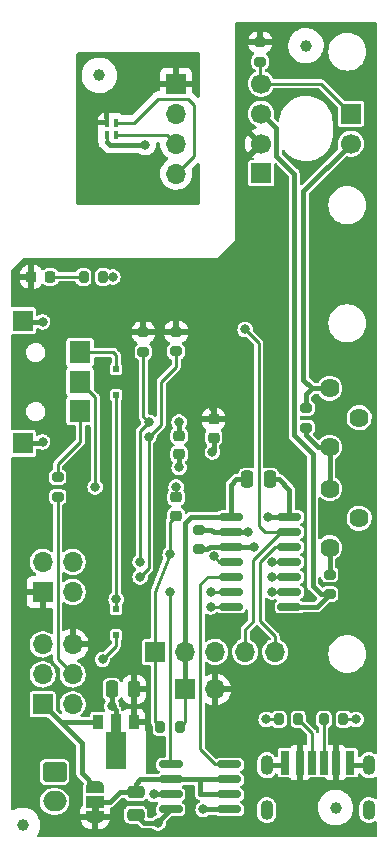
<source format=gtl>
G04 #@! TF.GenerationSoftware,KiCad,Pcbnew,(6.0.10-0)*
G04 #@! TF.CreationDate,2024-06-01T19:56:01+09:00*
G04 #@! TF.ProjectId,AutoFeeder_Drum-type,4175746f-4665-4656-9465-725f4472756d,01*
G04 #@! TF.SameCoordinates,Original*
G04 #@! TF.FileFunction,Copper,L1,Top*
G04 #@! TF.FilePolarity,Positive*
%FSLAX46Y46*%
G04 Gerber Fmt 4.6, Leading zero omitted, Abs format (unit mm)*
G04 Created by KiCad (PCBNEW (6.0.10-0)) date 2024-06-01 19:56:01*
%MOMM*%
%LPD*%
G01*
G04 APERTURE LIST*
G04 Aperture macros list*
%AMRoundRect*
0 Rectangle with rounded corners*
0 $1 Rounding radius*
0 $2 $3 $4 $5 $6 $7 $8 $9 X,Y pos of 4 corners*
0 Add a 4 corners polygon primitive as box body*
4,1,4,$2,$3,$4,$5,$6,$7,$8,$9,$2,$3,0*
0 Add four circle primitives for the rounded corners*
1,1,$1+$1,$2,$3*
1,1,$1+$1,$4,$5*
1,1,$1+$1,$6,$7*
1,1,$1+$1,$8,$9*
0 Add four rect primitives between the rounded corners*
20,1,$1+$1,$2,$3,$4,$5,0*
20,1,$1+$1,$4,$5,$6,$7,0*
20,1,$1+$1,$6,$7,$8,$9,0*
20,1,$1+$1,$8,$9,$2,$3,0*%
%AMFreePoly0*
4,1,22,0.550000,-0.750000,0.000000,-0.750000,0.000000,-0.745033,-0.079941,-0.743568,-0.215256,-0.701293,-0.333266,-0.622738,-0.424486,-0.514219,-0.481581,-0.384460,-0.499164,-0.250000,-0.500000,-0.250000,-0.500000,0.250000,-0.499164,0.250000,-0.499963,0.256109,-0.478152,0.396186,-0.417904,0.524511,-0.324060,0.630769,-0.204165,0.706417,-0.067858,0.745374,0.000000,0.744959,0.000000,0.750000,
0.550000,0.750000,0.550000,-0.750000,0.550000,-0.750000,$1*%
%AMFreePoly1*
4,1,20,0.000000,0.744959,0.073905,0.744508,0.209726,0.703889,0.328688,0.626782,0.421226,0.519385,0.479903,0.390333,0.500000,0.250000,0.500000,-0.250000,0.499851,-0.262216,0.476331,-0.402017,0.414519,-0.529596,0.319384,-0.634700,0.198574,-0.708877,0.061801,-0.746166,0.000000,-0.745033,0.000000,-0.750000,-0.550000,-0.750000,-0.550000,0.750000,0.000000,0.750000,0.000000,0.744959,
0.000000,0.744959,$1*%
%AMFreePoly2*
4,1,9,3.862500,-0.866500,0.737500,-0.866500,0.737500,-0.450000,-0.737500,-0.450000,-0.737500,0.450000,0.737500,0.450000,0.737500,0.866500,3.862500,0.866500,3.862500,-0.866500,3.862500,-0.866500,$1*%
G04 Aperture macros list end*
G04 #@! TA.AperFunction,SMDPad,CuDef*
%ADD10FreePoly0,90.000000*%
G04 #@! TD*
G04 #@! TA.AperFunction,SMDPad,CuDef*
%ADD11R,1.500000X1.000000*%
G04 #@! TD*
G04 #@! TA.AperFunction,SMDPad,CuDef*
%ADD12FreePoly1,90.000000*%
G04 #@! TD*
G04 #@! TA.AperFunction,SMDPad,CuDef*
%ADD13RoundRect,0.200000X-0.200000X-0.275000X0.200000X-0.275000X0.200000X0.275000X-0.200000X0.275000X0*%
G04 #@! TD*
G04 #@! TA.AperFunction,SMDPad,CuDef*
%ADD14RoundRect,0.150000X0.825000X0.150000X-0.825000X0.150000X-0.825000X-0.150000X0.825000X-0.150000X0*%
G04 #@! TD*
G04 #@! TA.AperFunction,SMDPad,CuDef*
%ADD15RoundRect,0.200000X-0.275000X0.200000X-0.275000X-0.200000X0.275000X-0.200000X0.275000X0.200000X0*%
G04 #@! TD*
G04 #@! TA.AperFunction,ComponentPad*
%ADD16R,1.700000X1.700000*%
G04 #@! TD*
G04 #@! TA.AperFunction,ComponentPad*
%ADD17O,1.700000X1.700000*%
G04 #@! TD*
G04 #@! TA.AperFunction,SMDPad,CuDef*
%ADD18C,1.000000*%
G04 #@! TD*
G04 #@! TA.AperFunction,SMDPad,CuDef*
%ADD19RoundRect,0.225000X0.250000X-0.225000X0.250000X0.225000X-0.250000X0.225000X-0.250000X-0.225000X0*%
G04 #@! TD*
G04 #@! TA.AperFunction,ComponentPad*
%ADD20C,0.600000*%
G04 #@! TD*
G04 #@! TA.AperFunction,SMDPad,CuDef*
%ADD21RoundRect,0.225000X-0.250000X0.225000X-0.250000X-0.225000X0.250000X-0.225000X0.250000X0.225000X0*%
G04 #@! TD*
G04 #@! TA.AperFunction,SMDPad,CuDef*
%ADD22RoundRect,0.150000X-0.825000X-0.150000X0.825000X-0.150000X0.825000X0.150000X-0.825000X0.150000X0*%
G04 #@! TD*
G04 #@! TA.AperFunction,SMDPad,CuDef*
%ADD23RoundRect,0.250000X0.250000X0.475000X-0.250000X0.475000X-0.250000X-0.475000X0.250000X-0.475000X0*%
G04 #@! TD*
G04 #@! TA.AperFunction,SMDPad,CuDef*
%ADD24RoundRect,0.200000X0.200000X0.275000X-0.200000X0.275000X-0.200000X-0.275000X0.200000X-0.275000X0*%
G04 #@! TD*
G04 #@! TA.AperFunction,SMDPad,CuDef*
%ADD25R,0.900000X1.300000*%
G04 #@! TD*
G04 #@! TA.AperFunction,SMDPad,CuDef*
%ADD26FreePoly2,270.000000*%
G04 #@! TD*
G04 #@! TA.AperFunction,ComponentPad*
%ADD27C,1.620000*%
G04 #@! TD*
G04 #@! TA.AperFunction,SMDPad,CuDef*
%ADD28RoundRect,0.218750X0.218750X0.256250X-0.218750X0.256250X-0.218750X-0.256250X0.218750X-0.256250X0*%
G04 #@! TD*
G04 #@! TA.AperFunction,SMDPad,CuDef*
%ADD29R,0.700000X2.000000*%
G04 #@! TD*
G04 #@! TA.AperFunction,SMDPad,CuDef*
%ADD30R,0.760000X2.000000*%
G04 #@! TD*
G04 #@! TA.AperFunction,SMDPad,CuDef*
%ADD31R,0.800000X2.000000*%
G04 #@! TD*
G04 #@! TA.AperFunction,ComponentPad*
%ADD32O,1.100000X1.700000*%
G04 #@! TD*
G04 #@! TA.AperFunction,SMDPad,CuDef*
%ADD33R,1.800000X1.900000*%
G04 #@! TD*
G04 #@! TA.AperFunction,SMDPad,CuDef*
%ADD34R,1.700000X1.800000*%
G04 #@! TD*
G04 #@! TA.AperFunction,SMDPad,CuDef*
%ADD35R,0.500000X0.500000*%
G04 #@! TD*
G04 #@! TA.AperFunction,SMDPad,CuDef*
%ADD36R,0.400000X0.650000*%
G04 #@! TD*
G04 #@! TA.AperFunction,SMDPad,CuDef*
%ADD37RoundRect,0.250000X-0.475000X0.250000X-0.475000X-0.250000X0.475000X-0.250000X0.475000X0.250000X0*%
G04 #@! TD*
G04 #@! TA.AperFunction,ComponentPad*
%ADD38RoundRect,0.250000X-0.750000X0.600000X-0.750000X-0.600000X0.750000X-0.600000X0.750000X0.600000X0*%
G04 #@! TD*
G04 #@! TA.AperFunction,ComponentPad*
%ADD39O,2.000000X1.700000*%
G04 #@! TD*
G04 #@! TA.AperFunction,ComponentPad*
%ADD40C,1.700000*%
G04 #@! TD*
G04 #@! TA.AperFunction,ViaPad*
%ADD41C,0.800000*%
G04 #@! TD*
G04 #@! TA.AperFunction,Conductor*
%ADD42C,0.250000*%
G04 #@! TD*
G04 #@! TA.AperFunction,Conductor*
%ADD43C,0.400000*%
G04 #@! TD*
G04 APERTURE END LIST*
G36*
X120442000Y-137425000D02*
G01*
X119842000Y-137425000D01*
X119842000Y-136925000D01*
X120442000Y-136925000D01*
X120442000Y-137425000D01*
G37*
D10*
X120142000Y-137825000D03*
D11*
X120142000Y-136525000D03*
D12*
X120142000Y-135225000D03*
D13*
X119167500Y-92075000D03*
X120817500Y-92075000D03*
D14*
X131510000Y-137160000D03*
X131510000Y-135890000D03*
X131510000Y-134620000D03*
X131510000Y-133350000D03*
X126560000Y-133350000D03*
X126560000Y-134620000D03*
X126560000Y-135890000D03*
X126560000Y-137160000D03*
D15*
X116970000Y-109030000D03*
X116970000Y-110680000D03*
X140000000Y-117275000D03*
X140000000Y-118925000D03*
D16*
X115700000Y-118745000D03*
D17*
X115700000Y-116205000D03*
X118240000Y-118745000D03*
X118240000Y-116205000D03*
D18*
X138000000Y-72500000D03*
D19*
X127000000Y-112281000D03*
X127000000Y-110731000D03*
D20*
X121920000Y-131064000D03*
D21*
X127254000Y-105524000D03*
X127254000Y-107074000D03*
D16*
X125225000Y-123825000D03*
D17*
X127765000Y-123825000D03*
X130305000Y-123825000D03*
X132845000Y-123825000D03*
X135385000Y-123825000D03*
D22*
X131640000Y-112395000D03*
X131640000Y-113665000D03*
X131640000Y-114935000D03*
X131640000Y-116205000D03*
X131640000Y-117475000D03*
X131640000Y-118745000D03*
X131640000Y-120015000D03*
X136590000Y-120015000D03*
X136590000Y-118745000D03*
X136590000Y-117475000D03*
X136590000Y-116205000D03*
X136590000Y-114935000D03*
X136590000Y-113665000D03*
X136590000Y-112395000D03*
D23*
X134935000Y-109220000D03*
X133035000Y-109220000D03*
D15*
X127000000Y-96727742D03*
X127000000Y-98377742D03*
X134115000Y-72200000D03*
X134115000Y-73850000D03*
D24*
X137350000Y-129540000D03*
X135700000Y-129540000D03*
D20*
X121920000Y-132080000D03*
D13*
X125667000Y-130175000D03*
X127317000Y-130175000D03*
D25*
X123420000Y-129795000D03*
D26*
X121920000Y-129882500D03*
D25*
X120420000Y-129795000D03*
D27*
X140000000Y-101500000D03*
X142500000Y-104000000D03*
X140000000Y-106500000D03*
D28*
X116335000Y-92075000D03*
X114760000Y-92075000D03*
D29*
X138500000Y-133200000D03*
D30*
X140520000Y-133200000D03*
D31*
X141750000Y-133200000D03*
D29*
X139500000Y-133200000D03*
D30*
X137480000Y-133200000D03*
D31*
X136250000Y-133200000D03*
D32*
X143320000Y-133425500D03*
X134680000Y-133425500D03*
X143320000Y-137225500D03*
X134680000Y-137225500D03*
D13*
X139510000Y-129540000D03*
X141160000Y-129540000D03*
D18*
X114000000Y-138500000D03*
D27*
X140000000Y-110000000D03*
X142500000Y-112500000D03*
X140000000Y-115000000D03*
D20*
X121920000Y-133096000D03*
D33*
X118869000Y-103415000D03*
X118869000Y-98465000D03*
D34*
X114019000Y-106165000D03*
X114019000Y-95765000D03*
D33*
X118869000Y-100965000D03*
D15*
X138000000Y-103175000D03*
X138000000Y-104825000D03*
X128905000Y-113475000D03*
X128905000Y-115125000D03*
D35*
X121920000Y-122385000D03*
X121920000Y-120185000D03*
D21*
X130175000Y-104127000D03*
X130175000Y-105677000D03*
D15*
X124237500Y-96775000D03*
X124237500Y-98425000D03*
D16*
X127000000Y-75717400D03*
D17*
X127000000Y-78257400D03*
X127000000Y-80797400D03*
X127000000Y-83337400D03*
D23*
X123450000Y-127000000D03*
X121550000Y-127000000D03*
D35*
X121920000Y-99865000D03*
X121920000Y-102065000D03*
D18*
X140500000Y-137000000D03*
D36*
X121880000Y-79027400D03*
X121120000Y-79027400D03*
X121120000Y-80027400D03*
X121880000Y-80027400D03*
D37*
X123571000Y-135702000D03*
X123571000Y-137602000D03*
D18*
X120500000Y-75000000D03*
D38*
X116713000Y-133985000D03*
D39*
X116713000Y-136485000D03*
D16*
X127762000Y-127000000D03*
D17*
X130302000Y-127000000D03*
D16*
X134191200Y-83312000D03*
X141800000Y-78250000D03*
D40*
X141800000Y-80790000D03*
X134180000Y-80790000D03*
X134180000Y-78250000D03*
D16*
X115700000Y-128270000D03*
D17*
X118240000Y-128270000D03*
X115700000Y-125730000D03*
X118240000Y-125730000D03*
X115700000Y-123190000D03*
X118240000Y-123190000D03*
D40*
X134191200Y-75717400D03*
D41*
X134750000Y-112395000D03*
X127254000Y-108204000D03*
X121550000Y-128408000D03*
X125476000Y-138303000D03*
X115700000Y-95885000D03*
X115700000Y-106045000D03*
X134620000Y-129540000D03*
X142240000Y-129540000D03*
X127000000Y-109855000D03*
X130077000Y-106905000D03*
X124378700Y-80878700D03*
X130149000Y-103095000D03*
X130175000Y-115734500D03*
X126495000Y-115570000D03*
X126495000Y-118745000D03*
X129924000Y-118745000D03*
X124717000Y-104394000D03*
X123963500Y-116205000D03*
X135131000Y-117475000D03*
X124688000Y-105635000D03*
X123955000Y-117475000D03*
X135131000Y-118745000D03*
X132845000Y-96520000D03*
X121643500Y-92075000D03*
X120145000Y-109855000D03*
X135128000Y-116205000D03*
X129286000Y-137160000D03*
X125095000Y-135890000D03*
X127254000Y-104365000D03*
X133599701Y-114930701D03*
X133099000Y-113665000D03*
X121920000Y-119380000D03*
X129924000Y-120015000D03*
X120780000Y-124460000D03*
D42*
X127762000Y-129730000D02*
X127762000Y-127000000D01*
X125225000Y-123825000D02*
X125225000Y-127625000D01*
X125225000Y-127625000D02*
X125235000Y-127635000D01*
X125235000Y-127635000D02*
X125235000Y-129743000D01*
X125235000Y-129743000D02*
X125667000Y-130175000D01*
X127317000Y-130175000D02*
X127762000Y-129730000D01*
D43*
X127765000Y-123825000D02*
X127765000Y-126997000D01*
X127765000Y-126997000D02*
X127762000Y-127000000D01*
X120142000Y-136525000D02*
X121412000Y-136525000D01*
X121412000Y-136525000D02*
X122235000Y-135702000D01*
X122235000Y-135702000D02*
X123571000Y-135702000D01*
X126560000Y-134620000D02*
X123952000Y-134620000D01*
X123952000Y-134620000D02*
X123571000Y-135001000D01*
X123571000Y-135001000D02*
X123571000Y-135702000D01*
D42*
X134827695Y-115480000D02*
X134115000Y-116192695D01*
X135382000Y-114935000D02*
X134837000Y-115480000D01*
X136590000Y-114935000D02*
X135382000Y-114935000D01*
X134115000Y-116192695D02*
X134115000Y-121223000D01*
X134837000Y-115480000D02*
X134827695Y-115480000D01*
X134115000Y-121223000D02*
X135385000Y-122493000D01*
X135385000Y-122493000D02*
X135385000Y-123825000D01*
X132845000Y-123825000D02*
X132845000Y-121917000D01*
X133480000Y-121282000D02*
X133480000Y-116075000D01*
X135890000Y-113665000D02*
X136590000Y-113665000D01*
X132845000Y-121917000D02*
X133480000Y-121282000D01*
X133480000Y-116075000D02*
X135890000Y-113665000D01*
D43*
X129286000Y-137160000D02*
X131510000Y-137160000D01*
X120142000Y-135225000D02*
X118998000Y-134081000D01*
X118998000Y-134081000D02*
X118998000Y-131568000D01*
X118998000Y-131568000D02*
X115700000Y-128270000D01*
X121550000Y-128408000D02*
X121920000Y-128778000D01*
X121920000Y-128778000D02*
X121920000Y-129882500D01*
X115700000Y-128270000D02*
X117225000Y-129795000D01*
X117225000Y-129795000D02*
X120420000Y-129795000D01*
X121550000Y-128408000D02*
X121550000Y-127000000D01*
D42*
X125222000Y-123822000D02*
X125225000Y-123825000D01*
X125222000Y-118745000D02*
X125222000Y-123822000D01*
D43*
X131640000Y-112395000D02*
X128270000Y-112395000D01*
X128270000Y-112395000D02*
X127765000Y-112900000D01*
D42*
X126495000Y-115570000D02*
X125222000Y-118745000D01*
D43*
X127765000Y-112900000D02*
X127765000Y-123825000D01*
X125095000Y-135890000D02*
X126560000Y-135890000D01*
X125476000Y-138303000D02*
X124272000Y-138303000D01*
X124272000Y-138303000D02*
X123571000Y-137602000D01*
X125476000Y-138303000D02*
X125476000Y-138244000D01*
X125476000Y-138244000D02*
X126560000Y-137160000D01*
X138000000Y-103175000D02*
X138000000Y-102000000D01*
X136250000Y-133200000D02*
X136090000Y-133360000D01*
X141750000Y-133200000D02*
X141910000Y-133360000D01*
X136090000Y-133360000D02*
X134680000Y-133360000D01*
X137775000Y-100775000D02*
X137775000Y-84815000D01*
X130175000Y-106807000D02*
X130175000Y-105677000D01*
X127254000Y-108204000D02*
X127254000Y-107074000D01*
X134750000Y-112395000D02*
X136590000Y-112395000D01*
D42*
X127000000Y-109982000D02*
X127000000Y-109855000D01*
X135700000Y-129540000D02*
X134620000Y-129540000D01*
X121120000Y-77880000D02*
X123282600Y-75717400D01*
D43*
X136590000Y-110100000D02*
X135710000Y-109220000D01*
X115700000Y-106045000D02*
X115580000Y-106165000D01*
X114139000Y-95885000D02*
X114019000Y-95765000D01*
D42*
X141160000Y-129540000D02*
X142240000Y-129540000D01*
D43*
X137775000Y-84815000D02*
X141800000Y-80790000D01*
X138000000Y-102000000D02*
X138500000Y-101500000D01*
X136590000Y-112395000D02*
X136590000Y-110100000D01*
X138500000Y-101500000D02*
X137775000Y-100775000D01*
X141910000Y-133360000D02*
X143320000Y-133360000D01*
X135710000Y-109220000D02*
X134935000Y-109220000D01*
X115580000Y-106165000D02*
X114019000Y-106165000D01*
D42*
X123282600Y-75717400D02*
X127000000Y-75717400D01*
D43*
X138500000Y-101500000D02*
X140000000Y-101500000D01*
X115700000Y-95885000D02*
X114139000Y-95885000D01*
D42*
X121120000Y-79027400D02*
X121120000Y-77880000D01*
D43*
X130077000Y-106905000D02*
X130175000Y-106807000D01*
D42*
X127000000Y-110731000D02*
X127000000Y-109982000D01*
X121120000Y-80620000D02*
X121120000Y-80027400D01*
D43*
X121378700Y-80878700D02*
X121120000Y-80620000D01*
D42*
X130175000Y-103121000D02*
X130149000Y-103095000D01*
X130175000Y-104127000D02*
X130175000Y-103121000D01*
D43*
X124378700Y-80878700D02*
X121378700Y-80878700D01*
X126560000Y-134620000D02*
X129120580Y-134620000D01*
X129035000Y-135890000D02*
X131510000Y-135890000D01*
X129120580Y-134620000D02*
X131510000Y-134620000D01*
X129035000Y-134620000D02*
X131510000Y-134620000D01*
X129035000Y-135890000D02*
X129035000Y-134620000D01*
D42*
X137350000Y-129540000D02*
X138500000Y-130690000D01*
X138500000Y-130690000D02*
X138500000Y-133200000D01*
X139510000Y-129540000D02*
X139500000Y-129550000D01*
X139500000Y-129550000D02*
X139500000Y-133200000D01*
X130175000Y-115734500D02*
X130645500Y-116205000D01*
X130645500Y-116205000D02*
X131640000Y-116205000D01*
X126495000Y-112786000D02*
X127000000Y-112281000D01*
X126495000Y-115570000D02*
X126495000Y-112786000D01*
D43*
X131640000Y-109660000D02*
X131640000Y-112395000D01*
X133035000Y-109220000D02*
X132080000Y-109220000D01*
X132080000Y-109220000D02*
X131640000Y-109660000D01*
X138574000Y-118254000D02*
X139245000Y-118925000D01*
X138574000Y-107074000D02*
X138574000Y-118254000D01*
X137000000Y-105500000D02*
X138574000Y-107074000D01*
D42*
X126230000Y-80027400D02*
X127000000Y-80797400D01*
D43*
X137000000Y-83321472D02*
X137000000Y-105500000D01*
X139245000Y-118925000D02*
X140000000Y-118925000D01*
X140000000Y-118925000D02*
X138910000Y-120015000D01*
X135500000Y-79500000D02*
X135500000Y-81821472D01*
X135500000Y-81821472D02*
X137000000Y-83321472D01*
D42*
X121880000Y-80027400D02*
X126230000Y-80027400D01*
D43*
X138910000Y-120015000D02*
X136590000Y-120015000D01*
X134180000Y-78250000D02*
X134250000Y-78250000D01*
X134250000Y-78250000D02*
X135500000Y-79500000D01*
D42*
X129035000Y-118110000D02*
X129035000Y-132080000D01*
X130305000Y-133350000D02*
X131510000Y-133350000D01*
X131640000Y-117475000D02*
X129670000Y-117475000D01*
X129035000Y-132080000D02*
X130305000Y-133350000D01*
X129670000Y-117475000D02*
X129035000Y-118110000D01*
X131640000Y-118745000D02*
X129924000Y-118745000D01*
X126495000Y-118745000D02*
X126495000Y-133285000D01*
X126495000Y-133285000D02*
X126560000Y-133350000D01*
X123955000Y-105156000D02*
X124717000Y-104394000D01*
X124237500Y-103914500D02*
X124717000Y-104394000D01*
X123955000Y-116196500D02*
X123955000Y-105156000D01*
X135131000Y-117475000D02*
X136590000Y-117475000D01*
X123963500Y-116205000D02*
X123955000Y-116196500D01*
X124237500Y-98425000D02*
X124237500Y-103914500D01*
X127000000Y-98377742D02*
X127000000Y-99695000D01*
X124688000Y-116742000D02*
X124688000Y-105635000D01*
X136590000Y-118745000D02*
X135131000Y-118745000D01*
X125730000Y-104593000D02*
X124688000Y-105635000D01*
X123955000Y-117475000D02*
X124688000Y-116742000D01*
X125730000Y-100965000D02*
X125730000Y-104593000D01*
X127000000Y-99695000D02*
X125730000Y-100965000D01*
X118869000Y-98465000D02*
X121687500Y-98465000D01*
X121920000Y-98697500D02*
X121920000Y-99865000D01*
X121687500Y-98465000D02*
X121920000Y-98697500D01*
X116335000Y-92075000D02*
X119167500Y-92075000D01*
X133985000Y-97660000D02*
X133985000Y-113160153D01*
X134489847Y-113665000D02*
X136590000Y-113665000D01*
X120817500Y-92075000D02*
X121643500Y-92075000D01*
X132845000Y-96520000D02*
X133985000Y-97660000D01*
X133985000Y-113160153D02*
X134489847Y-113665000D01*
X120145000Y-102241000D02*
X118869000Y-100965000D01*
X135128000Y-116205000D02*
X136590000Y-116205000D01*
X120145000Y-109855000D02*
X120145000Y-102241000D01*
D43*
X127254000Y-104365000D02*
X127254000Y-105524000D01*
D42*
X116970000Y-124460000D02*
X118240000Y-125730000D01*
X116970000Y-110680000D02*
X116970000Y-124460000D01*
X118900000Y-103446000D02*
X118869000Y-103415000D01*
X116970000Y-109030000D02*
X116970000Y-107950000D01*
X116970000Y-107950000D02*
X118900000Y-106020000D01*
X118900000Y-106020000D02*
X118900000Y-103446000D01*
X134115000Y-73850000D02*
X134115000Y-75641200D01*
X141800000Y-78250000D02*
X139267400Y-75717400D01*
X134115000Y-75641200D02*
X134191200Y-75717400D01*
X139267400Y-75717400D02*
X134191200Y-75717400D01*
D43*
X133595402Y-114935000D02*
X131640000Y-114935000D01*
X131640000Y-114935000D02*
X129843129Y-114935000D01*
X140000000Y-117275000D02*
X140000000Y-115000000D01*
X129843129Y-114935000D02*
X129653129Y-115125000D01*
X133599701Y-114930701D02*
X133595402Y-114935000D01*
X129653129Y-115125000D02*
X128905000Y-115125000D01*
X139000000Y-106500000D02*
X140000000Y-106500000D01*
X138000000Y-104825000D02*
X138000000Y-105500000D01*
X130175000Y-113665000D02*
X129985000Y-113475000D01*
X131640000Y-113665000D02*
X130175000Y-113665000D01*
X138000000Y-105500000D02*
X139000000Y-106500000D01*
X140000000Y-106500000D02*
X140000000Y-110000000D01*
X129985000Y-113475000D02*
X128905000Y-113475000D01*
X133099000Y-113665000D02*
X131640000Y-113665000D01*
D42*
X121920000Y-119380000D02*
X121920000Y-120185000D01*
X129924000Y-120015000D02*
X131640000Y-120015000D01*
X121920000Y-119380000D02*
X121920000Y-102065000D01*
X121920000Y-123320000D02*
X121920000Y-122385000D01*
X120780000Y-124460000D02*
X121920000Y-123320000D01*
X121880000Y-79027400D02*
X123472600Y-79027400D01*
X123472600Y-79027400D02*
X125500000Y-77000000D01*
X128500000Y-81837400D02*
X127000000Y-83337400D01*
X128000000Y-77000000D02*
X128500000Y-77500000D01*
X125500000Y-77000000D02*
X128000000Y-77000000D01*
X128500000Y-77500000D02*
X128500000Y-81837400D01*
G04 #@! TA.AperFunction,Conductor*
G36*
X143942121Y-70520002D02*
G01*
X143988614Y-70573658D01*
X144000000Y-70626000D01*
X144000000Y-132374965D01*
X143979998Y-132443086D01*
X143926342Y-132489579D01*
X143856068Y-132499683D01*
X143806486Y-132481350D01*
X143744327Y-132441903D01*
X143674901Y-132397844D01*
X143644346Y-132386964D01*
X143511506Y-132339661D01*
X143511501Y-132339660D01*
X143504871Y-132337299D01*
X143497885Y-132336466D01*
X143497881Y-132336465D01*
X143371337Y-132321377D01*
X143325652Y-132315929D01*
X143318649Y-132316665D01*
X143318648Y-132316665D01*
X143153160Y-132334058D01*
X143153156Y-132334059D01*
X143146152Y-132334795D01*
X142975293Y-132392960D01*
X142961212Y-132401623D01*
X142831618Y-132481350D01*
X142821566Y-132487534D01*
X142692612Y-132613815D01*
X142688795Y-132619738D01*
X142636410Y-132701023D01*
X142582696Y-132747448D01*
X142512409Y-132757463D01*
X142447866Y-132727887D01*
X142409558Y-132668113D01*
X142404499Y-132632768D01*
X142404499Y-132174934D01*
X142389734Y-132100699D01*
X142333484Y-132016516D01*
X142249301Y-131960266D01*
X142175067Y-131945500D01*
X142115587Y-131945500D01*
X141407176Y-131945501D01*
X141339055Y-131925499D01*
X141306350Y-131895066D01*
X141268285Y-131844276D01*
X141255724Y-131831715D01*
X141153649Y-131755214D01*
X141138054Y-131746676D01*
X141017606Y-131701522D01*
X141002351Y-131697895D01*
X140951486Y-131692369D01*
X140944672Y-131692000D01*
X140792115Y-131692000D01*
X140776876Y-131696475D01*
X140775671Y-131697865D01*
X140774000Y-131705548D01*
X140774000Y-134689884D01*
X140778475Y-134705123D01*
X140779865Y-134706328D01*
X140787548Y-134707999D01*
X140944669Y-134707999D01*
X140951490Y-134707629D01*
X141002352Y-134702105D01*
X141017604Y-134698479D01*
X141138054Y-134653324D01*
X141153649Y-134644786D01*
X141255724Y-134568285D01*
X141268281Y-134555728D01*
X141306348Y-134504935D01*
X141363208Y-134462420D01*
X141407175Y-134454500D01*
X142115568Y-134454499D01*
X142175066Y-134454499D01*
X142220251Y-134445512D01*
X142237126Y-134442156D01*
X142237128Y-134442155D01*
X142249301Y-134439734D01*
X142259621Y-134432839D01*
X142259622Y-134432838D01*
X142323168Y-134390377D01*
X142333484Y-134383484D01*
X142389734Y-134299301D01*
X142404500Y-134225067D01*
X142404500Y-134218050D01*
X142404623Y-134217631D01*
X142405107Y-134212717D01*
X142406039Y-134212809D01*
X142424502Y-134149929D01*
X142478158Y-134103436D01*
X142548432Y-134093332D01*
X142613012Y-134122826D01*
X142637354Y-134151280D01*
X142672069Y-134206836D01*
X142685529Y-134228376D01*
X142690492Y-134233374D01*
X142690493Y-134233375D01*
X142807744Y-134351448D01*
X142807748Y-134351451D01*
X142812707Y-134356445D01*
X142818653Y-134360219D01*
X142818655Y-134360220D01*
X142866175Y-134390377D01*
X142965099Y-134453156D01*
X142993693Y-134463338D01*
X143128494Y-134511339D01*
X143128499Y-134511340D01*
X143135129Y-134513701D01*
X143142115Y-134514534D01*
X143142119Y-134514535D01*
X143268663Y-134529623D01*
X143314348Y-134535071D01*
X143321351Y-134534335D01*
X143321352Y-134534335D01*
X143486840Y-134516942D01*
X143486844Y-134516941D01*
X143493848Y-134516205D01*
X143664707Y-134458040D01*
X143807980Y-134369898D01*
X143876479Y-134351240D01*
X143944193Y-134372579D01*
X143989621Y-134427139D01*
X144000000Y-134477216D01*
X144000000Y-136174965D01*
X143979998Y-136243086D01*
X143926342Y-136289579D01*
X143856068Y-136299683D01*
X143806486Y-136281350D01*
X143717785Y-136225059D01*
X143674901Y-136197844D01*
X143614966Y-136176502D01*
X143511506Y-136139661D01*
X143511501Y-136139660D01*
X143504871Y-136137299D01*
X143497885Y-136136466D01*
X143497881Y-136136465D01*
X143371337Y-136121377D01*
X143325652Y-136115929D01*
X143318649Y-136116665D01*
X143318648Y-136116665D01*
X143153160Y-136134058D01*
X143153156Y-136134059D01*
X143146152Y-136134795D01*
X142975293Y-136192960D01*
X142927729Y-136222222D01*
X142831618Y-136281350D01*
X142821566Y-136287534D01*
X142692612Y-136413815D01*
X142594840Y-136565527D01*
X142592431Y-136572147D01*
X142592429Y-136572150D01*
X142540856Y-136713846D01*
X142533109Y-136735131D01*
X142515500Y-136874522D01*
X142515500Y-137570887D01*
X142530528Y-137704864D01*
X142532845Y-137711516D01*
X142532845Y-137711518D01*
X142550665Y-137762689D01*
X142589885Y-137875313D01*
X142685529Y-138028376D01*
X142690492Y-138033374D01*
X142690493Y-138033375D01*
X142807744Y-138151448D01*
X142807748Y-138151451D01*
X142812707Y-138156445D01*
X142818653Y-138160219D01*
X142818655Y-138160220D01*
X142838130Y-138172579D01*
X142965099Y-138253156D01*
X142971742Y-138255521D01*
X142971741Y-138255521D01*
X143128494Y-138311339D01*
X143128499Y-138311340D01*
X143135129Y-138313701D01*
X143142115Y-138314534D01*
X143142119Y-138314535D01*
X143268663Y-138329623D01*
X143314348Y-138335071D01*
X143321351Y-138334335D01*
X143321352Y-138334335D01*
X143486840Y-138316942D01*
X143486844Y-138316941D01*
X143493848Y-138316205D01*
X143664707Y-138258040D01*
X143807980Y-138169898D01*
X143876479Y-138151240D01*
X143944193Y-138172579D01*
X143989621Y-138227139D01*
X144000000Y-138277216D01*
X144000000Y-139374000D01*
X143979998Y-139442121D01*
X143926342Y-139488614D01*
X143874000Y-139500000D01*
X115374939Y-139500000D01*
X115306818Y-139479998D01*
X115260325Y-139426342D01*
X115250221Y-139356068D01*
X115272616Y-139300474D01*
X115287570Y-139279663D01*
X115290588Y-139275463D01*
X115399911Y-139054264D01*
X115428983Y-138958576D01*
X115470135Y-138823132D01*
X115470136Y-138823126D01*
X115471639Y-138818180D01*
X115494593Y-138643827D01*
X115503408Y-138576872D01*
X115503409Y-138576866D01*
X115503845Y-138573550D01*
X115505643Y-138500000D01*
X115495489Y-138376502D01*
X115485849Y-138259240D01*
X115485848Y-138259234D01*
X115485425Y-138254089D01*
X115443456Y-138087001D01*
X118913046Y-138087001D01*
X118936189Y-138167981D01*
X118939256Y-138176395D01*
X118995008Y-138301031D01*
X118999235Y-138308923D01*
X119070873Y-138422462D01*
X119076176Y-138429675D01*
X119164672Y-138533656D01*
X119170945Y-138540045D01*
X119271577Y-138628919D01*
X119278672Y-138634339D01*
X119392800Y-138709307D01*
X119400610Y-138713676D01*
X119522139Y-138770734D01*
X119530481Y-138773949D01*
X119661067Y-138813873D01*
X119669784Y-138815874D01*
X119802452Y-138836530D01*
X119811344Y-138837273D01*
X119873888Y-138838037D01*
X119889179Y-138833749D01*
X119890128Y-138832680D01*
X119892000Y-138824322D01*
X119892000Y-138820143D01*
X120392000Y-138820143D01*
X120396475Y-138835382D01*
X120398177Y-138836857D01*
X120405152Y-138838419D01*
X120447896Y-138838941D01*
X120456818Y-138838415D01*
X120589942Y-138821007D01*
X120598705Y-138819220D01*
X120730222Y-138782500D01*
X120738648Y-138779487D01*
X120861535Y-138725415D01*
X120869445Y-138721239D01*
X120985356Y-138649092D01*
X120992610Y-138643827D01*
X121095374Y-138557445D01*
X121101794Y-138551218D01*
X121192806Y-138449428D01*
X121198286Y-138442344D01*
X121272676Y-138330590D01*
X121277092Y-138322808D01*
X121335875Y-138199566D01*
X121339146Y-138191231D01*
X121370057Y-138092291D01*
X121370300Y-138078192D01*
X121363617Y-138075000D01*
X120410115Y-138075000D01*
X120394876Y-138079475D01*
X120393671Y-138080865D01*
X120392000Y-138088548D01*
X120392000Y-138820143D01*
X119892000Y-138820143D01*
X119892000Y-138093115D01*
X119887525Y-138077876D01*
X119886135Y-138076671D01*
X119878452Y-138075000D01*
X118927731Y-138075000D01*
X118914200Y-138078973D01*
X118913046Y-138087001D01*
X115443456Y-138087001D01*
X115425316Y-138014783D01*
X115326928Y-137788507D01*
X115192905Y-137581339D01*
X115186689Y-137574507D01*
X115087612Y-137465623D01*
X115026846Y-137398842D01*
X115022795Y-137395643D01*
X115022791Y-137395639D01*
X114837264Y-137249119D01*
X114837259Y-137249116D01*
X114833210Y-137245918D01*
X114828694Y-137243425D01*
X114828691Y-137243423D01*
X114621722Y-137129170D01*
X114621718Y-137129168D01*
X114617198Y-137126673D01*
X114612329Y-137124949D01*
X114612325Y-137124947D01*
X114389485Y-137046035D01*
X114389481Y-137046034D01*
X114384610Y-137044309D01*
X114379517Y-137043402D01*
X114379514Y-137043401D01*
X114146783Y-137001945D01*
X114146777Y-137001944D01*
X114141694Y-137001039D01*
X114056643Y-137000000D01*
X113900142Y-136998088D01*
X113900140Y-136998088D01*
X113894972Y-136998025D01*
X113651070Y-137035347D01*
X113416540Y-137112003D01*
X113197679Y-137225935D01*
X113193532Y-137229049D01*
X113193144Y-137229293D01*
X113124842Y-137248668D01*
X113056908Y-137228040D01*
X113010910Y-137173960D01*
X113000000Y-137122673D01*
X113000000Y-136430800D01*
X115454801Y-136430800D01*
X115464545Y-136641333D01*
X115513924Y-136846226D01*
X115516406Y-136851684D01*
X115516407Y-136851688D01*
X115566339Y-136961507D01*
X115601157Y-137038084D01*
X115677399Y-137145565D01*
X115719117Y-137204376D01*
X115723096Y-137209986D01*
X115875340Y-137355728D01*
X115880375Y-137358979D01*
X116047360Y-137466800D01*
X116047363Y-137466801D01*
X116052397Y-137470052D01*
X116247878Y-137548834D01*
X116379342Y-137574507D01*
X116450283Y-137588361D01*
X116450286Y-137588361D01*
X116454729Y-137589229D01*
X116460270Y-137589500D01*
X116915659Y-137589500D01*
X117072806Y-137574507D01*
X117079583Y-137572519D01*
X117269278Y-137516868D01*
X117275042Y-137515177D01*
X117358304Y-137472294D01*
X117457079Y-137421422D01*
X117457082Y-137421420D01*
X117462410Y-137418676D01*
X117538408Y-137358979D01*
X117623432Y-137292192D01*
X117623436Y-137292188D01*
X117628149Y-137288486D01*
X117674426Y-137235157D01*
X117762350Y-137133835D01*
X117762354Y-137133830D01*
X117766281Y-137129304D01*
X117871819Y-136946874D01*
X117940957Y-136747778D01*
X117943751Y-136728512D01*
X117970338Y-136545140D01*
X117970338Y-136545137D01*
X117971199Y-136539200D01*
X117961455Y-136328667D01*
X117959561Y-136320805D01*
X117913482Y-136129607D01*
X117913481Y-136129605D01*
X117912076Y-136123774D01*
X117908889Y-136116763D01*
X117844153Y-135974387D01*
X117824843Y-135931916D01*
X117702904Y-135760014D01*
X117550660Y-135614272D01*
X117448918Y-135548578D01*
X117378640Y-135503200D01*
X117378637Y-135503199D01*
X117373603Y-135499948D01*
X117178122Y-135421166D01*
X117040436Y-135394278D01*
X116975717Y-135381639D01*
X116975714Y-135381639D01*
X116971271Y-135380771D01*
X116965730Y-135380500D01*
X116510341Y-135380500D01*
X116353194Y-135395493D01*
X116347434Y-135397183D01*
X116347433Y-135397183D01*
X116171359Y-135448838D01*
X116150958Y-135454823D01*
X116145619Y-135457573D01*
X115968921Y-135548578D01*
X115968918Y-135548580D01*
X115963590Y-135551324D01*
X115958875Y-135555028D01*
X115802568Y-135677808D01*
X115802564Y-135677812D01*
X115797851Y-135681514D01*
X115793920Y-135686044D01*
X115793919Y-135686045D01*
X115663650Y-135836165D01*
X115663646Y-135836170D01*
X115659719Y-135840696D01*
X115554181Y-136023126D01*
X115485043Y-136222222D01*
X115484183Y-136228155D01*
X115484182Y-136228158D01*
X115456711Y-136417625D01*
X115454801Y-136430800D01*
X113000000Y-136430800D01*
X113000000Y-134632756D01*
X115458500Y-134632756D01*
X115465202Y-134694448D01*
X115467974Y-134701841D01*
X115467974Y-134701843D01*
X115469888Y-134706949D01*
X115515929Y-134829764D01*
X115521309Y-134836943D01*
X115521311Y-134836946D01*
X115542942Y-134865808D01*
X115602596Y-134945404D01*
X115609776Y-134950785D01*
X115711054Y-135026689D01*
X115711057Y-135026691D01*
X115718236Y-135032071D01*
X115807954Y-135065704D01*
X115846157Y-135080026D01*
X115846159Y-135080026D01*
X115853552Y-135082798D01*
X115861402Y-135083651D01*
X115861403Y-135083651D01*
X115911847Y-135089131D01*
X115915244Y-135089500D01*
X117510756Y-135089500D01*
X117514153Y-135089131D01*
X117564597Y-135083651D01*
X117564598Y-135083651D01*
X117572448Y-135082798D01*
X117579841Y-135080026D01*
X117579843Y-135080026D01*
X117618046Y-135065704D01*
X117707764Y-135032071D01*
X117714943Y-135026691D01*
X117714946Y-135026689D01*
X117816224Y-134950785D01*
X117823404Y-134945404D01*
X117883058Y-134865808D01*
X117904689Y-134836946D01*
X117904691Y-134836943D01*
X117910071Y-134829764D01*
X117956112Y-134706949D01*
X117958026Y-134701843D01*
X117958026Y-134701841D01*
X117960798Y-134694448D01*
X117967500Y-134632756D01*
X117967500Y-133337244D01*
X117960798Y-133275552D01*
X117910071Y-133140236D01*
X117904691Y-133133057D01*
X117904689Y-133133054D01*
X117828785Y-133031776D01*
X117823404Y-133024596D01*
X117736249Y-132959277D01*
X117714946Y-132943311D01*
X117714943Y-132943309D01*
X117707764Y-132937929D01*
X117618046Y-132904296D01*
X117579843Y-132889974D01*
X117579841Y-132889974D01*
X117572448Y-132887202D01*
X117564598Y-132886349D01*
X117564597Y-132886349D01*
X117514153Y-132880869D01*
X117514152Y-132880869D01*
X117510756Y-132880500D01*
X115915244Y-132880500D01*
X115911848Y-132880869D01*
X115911847Y-132880869D01*
X115861403Y-132886349D01*
X115861402Y-132886349D01*
X115853552Y-132887202D01*
X115846159Y-132889974D01*
X115846157Y-132889974D01*
X115807954Y-132904296D01*
X115718236Y-132937929D01*
X115711057Y-132943309D01*
X115711054Y-132943311D01*
X115689751Y-132959277D01*
X115602596Y-133024596D01*
X115597215Y-133031776D01*
X115521311Y-133133054D01*
X115521309Y-133133057D01*
X115515929Y-133140236D01*
X115465202Y-133275552D01*
X115458500Y-133337244D01*
X115458500Y-134632756D01*
X113000000Y-134632756D01*
X113000000Y-127394933D01*
X114595500Y-127394933D01*
X114595501Y-129145066D01*
X114600783Y-129171623D01*
X114605745Y-129196568D01*
X114610266Y-129219301D01*
X114617161Y-129229621D01*
X114617162Y-129229622D01*
X114627312Y-129244812D01*
X114666516Y-129303484D01*
X114750699Y-129359734D01*
X114824933Y-129374500D01*
X114966612Y-129374500D01*
X116109549Y-129374499D01*
X116177670Y-129394501D01*
X116198644Y-129411404D01*
X116879251Y-130092011D01*
X116889106Y-130103100D01*
X116910359Y-130130059D01*
X116918106Y-130135413D01*
X116923446Y-130139104D01*
X116940902Y-130153662D01*
X118506595Y-131719355D01*
X118540621Y-131781667D01*
X118543500Y-131808450D01*
X118543500Y-134046544D01*
X118542627Y-134061353D01*
X118538593Y-134095438D01*
X118540285Y-134104702D01*
X118540285Y-134104705D01*
X118549229Y-134153680D01*
X118549878Y-134157582D01*
X118557284Y-134206836D01*
X118558685Y-134216151D01*
X118561838Y-134222718D01*
X118563147Y-134229883D01*
X118590462Y-134282467D01*
X118592205Y-134285957D01*
X118617846Y-134339353D01*
X118622741Y-134344648D01*
X118622834Y-134344787D01*
X118626148Y-134351166D01*
X118630494Y-134356254D01*
X118668076Y-134393836D01*
X118671506Y-134397401D01*
X118710617Y-134439712D01*
X118717017Y-134443430D01*
X118723277Y-134449037D01*
X119138158Y-134863918D01*
X119172184Y-134926230D01*
X119169780Y-134989114D01*
X119143800Y-135075987D01*
X119143138Y-135080419D01*
X119143137Y-135080422D01*
X119133825Y-135142733D01*
X119132926Y-135148750D01*
X119132665Y-135191482D01*
X119132173Y-135272043D01*
X119132051Y-135291971D01*
X119132389Y-135294440D01*
X119132514Y-135298282D01*
X119132514Y-135775000D01*
X119133721Y-135781066D01*
X119133721Y-135781068D01*
X119152266Y-135874301D01*
X119148070Y-135875136D01*
X119153146Y-135922380D01*
X119152177Y-135925681D01*
X119152266Y-135925699D01*
X119137500Y-135999933D01*
X119137501Y-136519796D01*
X119137501Y-136765895D01*
X119117499Y-136834016D01*
X119079621Y-136871893D01*
X119063494Y-136882257D01*
X119050007Y-136893943D01*
X118966150Y-136990719D01*
X118956504Y-137005728D01*
X118903308Y-137122212D01*
X118898283Y-137139325D01*
X118879415Y-137270554D01*
X118878776Y-137279495D01*
X118878776Y-137556885D01*
X118883251Y-137572124D01*
X118884641Y-137573329D01*
X118892324Y-137575000D01*
X121387109Y-137575000D01*
X121402348Y-137570525D01*
X121403553Y-137569135D01*
X121405224Y-137561452D01*
X121405224Y-137277257D01*
X121405063Y-137272750D01*
X121400482Y-137208700D01*
X121398096Y-137195475D01*
X121380152Y-137134362D01*
X121380152Y-137063366D01*
X121418536Y-137003640D01*
X121478425Y-136974913D01*
X121484693Y-136973769D01*
X121488582Y-136973122D01*
X121537836Y-136965716D01*
X121537839Y-136965715D01*
X121547151Y-136964315D01*
X121553718Y-136961162D01*
X121560883Y-136959853D01*
X121613467Y-136932538D01*
X121616957Y-136930795D01*
X121670353Y-136905154D01*
X121675648Y-136900259D01*
X121675787Y-136900166D01*
X121682166Y-136896852D01*
X121687254Y-136892506D01*
X121724836Y-136854924D01*
X121728402Y-136851494D01*
X121731701Y-136848444D01*
X121770712Y-136812383D01*
X121774430Y-136805983D01*
X121780037Y-136799723D01*
X122386355Y-136193405D01*
X122448667Y-136159379D01*
X122475450Y-136156500D01*
X122555726Y-136156500D01*
X122623847Y-136176502D01*
X122656551Y-136206934D01*
X122735596Y-136312404D01*
X122749521Y-136322840D01*
X122844054Y-136393689D01*
X122844057Y-136393691D01*
X122851236Y-136399071D01*
X122920029Y-136424860D01*
X122979157Y-136447026D01*
X122979159Y-136447026D01*
X122986552Y-136449798D01*
X122994402Y-136450651D01*
X122994403Y-136450651D01*
X123044847Y-136456131D01*
X123048244Y-136456500D01*
X124093756Y-136456500D01*
X124097153Y-136456131D01*
X124147597Y-136450651D01*
X124147598Y-136450651D01*
X124155448Y-136449798D01*
X124162841Y-136447026D01*
X124162843Y-136447026D01*
X124221971Y-136424860D01*
X124290764Y-136399071D01*
X124297943Y-136393691D01*
X124297946Y-136393689D01*
X124392479Y-136322840D01*
X124406404Y-136312404D01*
X124409696Y-136308012D01*
X124470469Y-136274826D01*
X124541284Y-136279891D01*
X124592233Y-136315336D01*
X124595908Y-136320805D01*
X124601525Y-136325916D01*
X124704635Y-136419738D01*
X124713076Y-136427419D01*
X124852293Y-136503008D01*
X125005522Y-136543207D01*
X125089477Y-136544526D01*
X125156319Y-136545576D01*
X125156322Y-136545576D01*
X125163916Y-136545695D01*
X125318332Y-136510329D01*
X125325121Y-136506915D01*
X125327453Y-136506075D01*
X125398322Y-136501819D01*
X125460242Y-136536554D01*
X125493553Y-136599250D01*
X125487680Y-136670003D01*
X125459230Y-136713721D01*
X125403674Y-136769277D01*
X125345502Y-136883445D01*
X125330500Y-136978166D01*
X125330500Y-137341834D01*
X125345502Y-137436555D01*
X125350003Y-137445388D01*
X125350005Y-137445394D01*
X125374926Y-137494304D01*
X125388031Y-137564080D01*
X125361331Y-137629865D01*
X125303304Y-137670772D01*
X125292078Y-137674025D01*
X125291907Y-137674066D01*
X125253563Y-137683271D01*
X125253560Y-137683272D01*
X125246184Y-137685043D01*
X125105414Y-137757700D01*
X125099695Y-137762689D01*
X125036923Y-137817449D01*
X124972441Y-137847157D01*
X124954093Y-137848500D01*
X124676500Y-137848500D01*
X124608379Y-137828498D01*
X124561886Y-137774842D01*
X124550500Y-137722500D01*
X124550500Y-137304244D01*
X124543798Y-137242552D01*
X124538828Y-137229293D01*
X124510263Y-137153096D01*
X124493071Y-137107236D01*
X124487691Y-137100057D01*
X124487689Y-137100054D01*
X124411785Y-136998776D01*
X124406404Y-136991596D01*
X124381754Y-136973122D01*
X124297946Y-136910311D01*
X124297943Y-136910309D01*
X124290764Y-136904929D01*
X124199166Y-136870591D01*
X124162843Y-136856974D01*
X124162841Y-136856974D01*
X124155448Y-136854202D01*
X124147598Y-136853349D01*
X124147597Y-136853349D01*
X124097153Y-136847869D01*
X124097152Y-136847869D01*
X124093756Y-136847500D01*
X123048244Y-136847500D01*
X123044848Y-136847869D01*
X123044847Y-136847869D01*
X122994403Y-136853349D01*
X122994402Y-136853349D01*
X122986552Y-136854202D01*
X122979159Y-136856974D01*
X122979157Y-136856974D01*
X122942834Y-136870591D01*
X122851236Y-136904929D01*
X122844057Y-136910309D01*
X122844054Y-136910311D01*
X122760246Y-136973122D01*
X122735596Y-136991596D01*
X122730215Y-136998776D01*
X122654311Y-137100054D01*
X122654309Y-137100057D01*
X122648929Y-137107236D01*
X122631737Y-137153096D01*
X122603173Y-137229293D01*
X122598202Y-137242552D01*
X122591500Y-137304244D01*
X122591500Y-137899756D01*
X122598202Y-137961448D01*
X122648929Y-138096764D01*
X122654309Y-138103943D01*
X122654311Y-138103946D01*
X122702303Y-138167981D01*
X122735596Y-138212404D01*
X122742776Y-138217785D01*
X122844054Y-138293689D01*
X122844057Y-138293691D01*
X122851236Y-138299071D01*
X122935314Y-138330590D01*
X122979157Y-138347026D01*
X122979159Y-138347026D01*
X122986552Y-138349798D01*
X122994402Y-138350651D01*
X122994403Y-138350651D01*
X123044847Y-138356131D01*
X123048244Y-138356500D01*
X123630550Y-138356500D01*
X123698671Y-138376502D01*
X123719645Y-138393405D01*
X123926251Y-138600011D01*
X123936106Y-138611100D01*
X123957359Y-138638059D01*
X123965106Y-138643413D01*
X124006094Y-138671742D01*
X124009287Y-138674024D01*
X124056924Y-138709209D01*
X124063797Y-138711623D01*
X124069789Y-138715764D01*
X124126270Y-138733626D01*
X124129999Y-138734871D01*
X124185874Y-138754493D01*
X124193078Y-138754776D01*
X124193249Y-138754809D01*
X124200097Y-138756975D01*
X124206768Y-138757500D01*
X124259938Y-138757500D01*
X124264884Y-138757597D01*
X124322437Y-138759858D01*
X124329592Y-138757961D01*
X124337970Y-138757500D01*
X124954203Y-138757500D01*
X125022324Y-138777502D01*
X125039002Y-138790306D01*
X125085571Y-138832680D01*
X125094076Y-138840419D01*
X125233293Y-138916008D01*
X125386522Y-138956207D01*
X125470477Y-138957526D01*
X125537319Y-138958576D01*
X125537322Y-138958576D01*
X125544916Y-138958695D01*
X125699332Y-138923329D01*
X125769742Y-138887917D01*
X125834072Y-138855563D01*
X125834075Y-138855561D01*
X125840855Y-138852151D01*
X125846626Y-138847222D01*
X125846629Y-138847220D01*
X125955536Y-138754204D01*
X125955536Y-138754203D01*
X125961314Y-138749269D01*
X126053755Y-138620624D01*
X126112842Y-138473641D01*
X126124261Y-138393405D01*
X126134581Y-138320891D01*
X126134581Y-138320888D01*
X126135162Y-138316807D01*
X126135307Y-138303000D01*
X126134519Y-138296484D01*
X126134638Y-138295767D01*
X126134584Y-138294788D01*
X126134803Y-138294776D01*
X126146189Y-138226456D01*
X126170510Y-138192250D01*
X126611355Y-137751405D01*
X126673667Y-137717379D01*
X126700450Y-137714500D01*
X127416834Y-137714500D01*
X127511555Y-137699498D01*
X127625723Y-137641326D01*
X127716326Y-137550723D01*
X127774498Y-137436555D01*
X127789500Y-137341834D01*
X127789500Y-136978166D01*
X127774498Y-136883445D01*
X127716326Y-136769277D01*
X127625723Y-136678674D01*
X127544458Y-136637267D01*
X127492843Y-136588518D01*
X127475777Y-136519603D01*
X127498678Y-136452402D01*
X127544458Y-136412733D01*
X127552004Y-136408888D01*
X127625723Y-136371326D01*
X127716326Y-136280723D01*
X127774498Y-136166555D01*
X127789500Y-136071834D01*
X127789500Y-135708166D01*
X127774498Y-135613445D01*
X127716326Y-135499277D01*
X127625723Y-135408674D01*
X127544458Y-135367267D01*
X127492843Y-135318518D01*
X127475777Y-135249603D01*
X127498678Y-135182402D01*
X127544458Y-135142733D01*
X127616887Y-135105828D01*
X127625723Y-135101326D01*
X127629371Y-135097678D01*
X127693750Y-135074706D01*
X127700946Y-135074500D01*
X128454500Y-135074500D01*
X128522621Y-135094502D01*
X128569114Y-135148158D01*
X128580500Y-135200500D01*
X128580500Y-135823490D01*
X128579145Y-135835331D01*
X128579649Y-135835371D01*
X128578910Y-135844762D01*
X128576783Y-135853938D01*
X128577448Y-135863334D01*
X128577448Y-135863337D01*
X128580185Y-135901990D01*
X128580500Y-135910888D01*
X128580500Y-135924149D01*
X128581199Y-135928801D01*
X128581200Y-135928809D01*
X128582135Y-135935029D01*
X128583220Y-135944860D01*
X128586435Y-135990266D01*
X128589834Y-135999051D01*
X128591729Y-136007532D01*
X128594285Y-136015840D01*
X128595685Y-136025151D01*
X128599761Y-136033640D01*
X128599762Y-136033642D01*
X128615385Y-136066176D01*
X128619314Y-136075256D01*
X128632347Y-136108945D01*
X128632351Y-136108952D01*
X128635747Y-136117730D01*
X128641575Y-136125123D01*
X128645875Y-136132661D01*
X128650768Y-136139860D01*
X128654846Y-136148353D01*
X128685749Y-136181783D01*
X128692157Y-136189285D01*
X128720359Y-136225059D01*
X128728107Y-136230414D01*
X128734451Y-136236371D01*
X128741228Y-136241801D01*
X128747617Y-136248712D01*
X128786992Y-136271584D01*
X128795329Y-136276875D01*
X128825041Y-136297410D01*
X128825045Y-136297412D01*
X128832789Y-136302764D01*
X128841767Y-136305603D01*
X128849577Y-136309429D01*
X128857654Y-136312627D01*
X128865797Y-136317357D01*
X128901609Y-136325658D01*
X128910156Y-136327639D01*
X128919698Y-136330250D01*
X128963097Y-136343975D01*
X128962571Y-136345637D01*
X129017578Y-136374138D01*
X129052950Y-136435696D01*
X129049426Y-136506605D01*
X129008125Y-136564353D01*
X128988231Y-136577116D01*
X128961411Y-136590959D01*
X128915414Y-136614700D01*
X128796039Y-136718838D01*
X128704950Y-136848444D01*
X128682840Y-136905154D01*
X128654374Y-136978166D01*
X128647406Y-136996037D01*
X128646414Y-137003570D01*
X128646414Y-137003571D01*
X128629265Y-137133835D01*
X128626729Y-137153096D01*
X128634771Y-137225935D01*
X128642086Y-137292192D01*
X128644113Y-137310553D01*
X128646723Y-137317684D01*
X128646723Y-137317686D01*
X128693389Y-137445207D01*
X128698553Y-137459319D01*
X128702789Y-137465622D01*
X128702789Y-137465623D01*
X128777281Y-137576478D01*
X128786908Y-137590805D01*
X128792527Y-137595918D01*
X128792528Y-137595919D01*
X128847378Y-137645828D01*
X128904076Y-137697419D01*
X129043293Y-137773008D01*
X129196522Y-137813207D01*
X129280477Y-137814526D01*
X129347319Y-137815576D01*
X129347322Y-137815576D01*
X129354916Y-137815695D01*
X129509332Y-137780329D01*
X129650855Y-137709151D01*
X129726332Y-137644688D01*
X129791119Y-137615658D01*
X129808160Y-137614500D01*
X130369054Y-137614500D01*
X130437175Y-137634502D01*
X130438054Y-137635103D01*
X130444277Y-137641326D01*
X130558445Y-137699498D01*
X130653166Y-137714500D01*
X132366834Y-137714500D01*
X132461555Y-137699498D01*
X132575723Y-137641326D01*
X132646162Y-137570887D01*
X133875500Y-137570887D01*
X133890528Y-137704864D01*
X133892845Y-137711516D01*
X133892845Y-137711518D01*
X133910665Y-137762689D01*
X133949885Y-137875313D01*
X134045529Y-138028376D01*
X134050492Y-138033374D01*
X134050493Y-138033375D01*
X134167744Y-138151448D01*
X134167748Y-138151451D01*
X134172707Y-138156445D01*
X134178653Y-138160219D01*
X134178655Y-138160220D01*
X134198130Y-138172579D01*
X134325099Y-138253156D01*
X134331742Y-138255521D01*
X134331741Y-138255521D01*
X134488494Y-138311339D01*
X134488499Y-138311340D01*
X134495129Y-138313701D01*
X134502115Y-138314534D01*
X134502119Y-138314535D01*
X134628663Y-138329623D01*
X134674348Y-138335071D01*
X134681351Y-138334335D01*
X134681352Y-138334335D01*
X134846840Y-138316942D01*
X134846844Y-138316941D01*
X134853848Y-138316205D01*
X135024707Y-138258040D01*
X135133303Y-138191231D01*
X135172430Y-138167160D01*
X135172432Y-138167159D01*
X135178434Y-138163466D01*
X135256518Y-138087001D01*
X135302357Y-138042112D01*
X135302358Y-138042111D01*
X135307388Y-138037185D01*
X135405160Y-137885473D01*
X135425898Y-137828498D01*
X135464482Y-137722488D01*
X135464482Y-137722487D01*
X135466891Y-137715869D01*
X135484500Y-137576478D01*
X135484500Y-136963214D01*
X138994806Y-136963214D01*
X138995103Y-136968366D01*
X138995103Y-136968370D01*
X139003523Y-137114393D01*
X139009010Y-137209545D01*
X139010147Y-137214591D01*
X139010148Y-137214597D01*
X139033492Y-137318180D01*
X139063255Y-137450249D01*
X139156084Y-137678861D01*
X139158789Y-137683276D01*
X139158790Y-137683277D01*
X139172019Y-137704864D01*
X139285006Y-137889241D01*
X139446557Y-138075741D01*
X139450532Y-138079041D01*
X139450535Y-138079044D01*
X139467484Y-138093115D01*
X139636399Y-138233351D01*
X139849433Y-138357838D01*
X139854253Y-138359678D01*
X139854258Y-138359681D01*
X139968547Y-138403323D01*
X140079939Y-138445859D01*
X140085007Y-138446890D01*
X140085010Y-138446891D01*
X140204587Y-138471219D01*
X140321726Y-138495052D01*
X140326899Y-138495242D01*
X140326902Y-138495242D01*
X140563136Y-138503904D01*
X140563140Y-138503904D01*
X140568300Y-138504093D01*
X140573420Y-138503437D01*
X140573422Y-138503437D01*
X140649703Y-138493665D01*
X140813041Y-138472741D01*
X140817990Y-138471256D01*
X140817996Y-138471255D01*
X141044424Y-138403323D01*
X141044423Y-138403323D01*
X141049374Y-138401838D01*
X141161259Y-138347026D01*
X141266303Y-138295566D01*
X141266308Y-138295563D01*
X141270954Y-138293287D01*
X141275164Y-138290284D01*
X141275169Y-138290281D01*
X141467617Y-138153009D01*
X141467622Y-138153005D01*
X141471829Y-138150004D01*
X141646605Y-137975837D01*
X141790588Y-137775463D01*
X141796902Y-137762689D01*
X141869568Y-137615658D01*
X141899911Y-137554264D01*
X141918128Y-137494304D01*
X141970135Y-137323132D01*
X141970136Y-137323126D01*
X141971639Y-137318180D01*
X141995839Y-137134362D01*
X142003408Y-137076872D01*
X142003409Y-137076866D01*
X142003845Y-137073550D01*
X142004798Y-137034565D01*
X142005561Y-137003364D01*
X142005561Y-137003360D01*
X142005643Y-137000000D01*
X141995327Y-136874522D01*
X141985849Y-136759240D01*
X141985848Y-136759234D01*
X141985425Y-136754089D01*
X141925316Y-136514783D01*
X141843194Y-136325916D01*
X141828993Y-136293256D01*
X141828993Y-136293255D01*
X141826928Y-136288507D01*
X141692905Y-136081339D01*
X141683043Y-136070500D01*
X141610035Y-135990266D01*
X141526846Y-135898842D01*
X141522795Y-135895643D01*
X141522791Y-135895639D01*
X141337264Y-135749119D01*
X141337259Y-135749116D01*
X141333210Y-135745918D01*
X141328694Y-135743425D01*
X141328691Y-135743423D01*
X141121722Y-135629170D01*
X141121718Y-135629168D01*
X141117198Y-135626673D01*
X141112329Y-135624949D01*
X141112325Y-135624947D01*
X140889485Y-135546035D01*
X140889481Y-135546034D01*
X140884610Y-135544309D01*
X140879517Y-135543402D01*
X140879514Y-135543401D01*
X140646783Y-135501945D01*
X140646777Y-135501944D01*
X140641694Y-135501039D01*
X140562324Y-135500069D01*
X140400142Y-135498088D01*
X140400140Y-135498088D01*
X140394972Y-135498025D01*
X140151070Y-135535347D01*
X139916540Y-135612003D01*
X139697679Y-135725935D01*
X139693546Y-135729038D01*
X139693543Y-135729040D01*
X139518781Y-135860255D01*
X139500364Y-135874083D01*
X139329896Y-136052468D01*
X139326982Y-136056740D01*
X139326981Y-136056741D01*
X139245286Y-136176502D01*
X139190851Y-136256300D01*
X139150154Y-136343975D01*
X139097922Y-136456500D01*
X139086965Y-136480104D01*
X139021026Y-136717871D01*
X138994806Y-136963214D01*
X135484500Y-136963214D01*
X135484500Y-136880113D01*
X135469472Y-136746136D01*
X135448356Y-136685498D01*
X135435004Y-136647158D01*
X135410115Y-136575687D01*
X135314471Y-136422624D01*
X135309507Y-136417625D01*
X135192256Y-136299552D01*
X135192252Y-136299549D01*
X135187293Y-136294555D01*
X135179453Y-136289579D01*
X135106191Y-136243086D01*
X135034901Y-136197844D01*
X134974966Y-136176502D01*
X134871506Y-136139661D01*
X134871501Y-136139660D01*
X134864871Y-136137299D01*
X134857885Y-136136466D01*
X134857881Y-136136465D01*
X134731337Y-136121377D01*
X134685652Y-136115929D01*
X134678649Y-136116665D01*
X134678648Y-136116665D01*
X134513160Y-136134058D01*
X134513156Y-136134059D01*
X134506152Y-136134795D01*
X134335293Y-136192960D01*
X134287729Y-136222222D01*
X134191618Y-136281350D01*
X134181566Y-136287534D01*
X134052612Y-136413815D01*
X133954840Y-136565527D01*
X133952431Y-136572147D01*
X133952429Y-136572150D01*
X133900856Y-136713846D01*
X133893109Y-136735131D01*
X133875500Y-136874522D01*
X133875500Y-137570887D01*
X132646162Y-137570887D01*
X132666326Y-137550723D01*
X132724498Y-137436555D01*
X132739500Y-137341834D01*
X132739500Y-136978166D01*
X132724498Y-136883445D01*
X132666326Y-136769277D01*
X132575723Y-136678674D01*
X132494458Y-136637267D01*
X132442843Y-136588518D01*
X132425777Y-136519603D01*
X132448678Y-136452402D01*
X132494458Y-136412733D01*
X132502004Y-136408888D01*
X132575723Y-136371326D01*
X132666326Y-136280723D01*
X132724498Y-136166555D01*
X132739500Y-136071834D01*
X132739500Y-135708166D01*
X132724498Y-135613445D01*
X132666326Y-135499277D01*
X132575723Y-135408674D01*
X132494458Y-135367267D01*
X132442843Y-135318518D01*
X132425777Y-135249603D01*
X132448678Y-135182402D01*
X132494458Y-135142733D01*
X132500313Y-135139750D01*
X132575723Y-135101326D01*
X132666326Y-135010723D01*
X132724498Y-134896555D01*
X132739500Y-134801834D01*
X132739500Y-134438166D01*
X132724498Y-134343445D01*
X132666326Y-134229277D01*
X132575723Y-134138674D01*
X132494458Y-134097267D01*
X132442843Y-134048518D01*
X132425777Y-133979603D01*
X132448678Y-133912402D01*
X132494458Y-133872733D01*
X132500313Y-133869750D01*
X132575723Y-133831326D01*
X132636162Y-133770887D01*
X133875500Y-133770887D01*
X133890528Y-133904864D01*
X133949885Y-134075313D01*
X134045529Y-134228376D01*
X134050492Y-134233374D01*
X134050493Y-134233375D01*
X134167744Y-134351448D01*
X134167748Y-134351451D01*
X134172707Y-134356445D01*
X134178653Y-134360219D01*
X134178655Y-134360220D01*
X134226175Y-134390377D01*
X134325099Y-134453156D01*
X134353693Y-134463338D01*
X134488494Y-134511339D01*
X134488499Y-134511340D01*
X134495129Y-134513701D01*
X134502115Y-134514534D01*
X134502119Y-134514535D01*
X134628663Y-134529623D01*
X134674348Y-134535071D01*
X134681351Y-134534335D01*
X134681352Y-134534335D01*
X134846840Y-134516942D01*
X134846844Y-134516941D01*
X134853848Y-134516205D01*
X135024707Y-134458040D01*
X135123272Y-134397402D01*
X135172430Y-134367160D01*
X135172432Y-134367159D01*
X135178434Y-134363466D01*
X135307388Y-134237185D01*
X135358689Y-134157582D01*
X135363590Y-134149977D01*
X135417304Y-134103552D01*
X135487591Y-134093537D01*
X135552134Y-134123113D01*
X135590442Y-134182887D01*
X135594714Y-134212733D01*
X135594894Y-134212715D01*
X135595297Y-134216807D01*
X135595501Y-134218232D01*
X135595501Y-134225066D01*
X135599424Y-134244790D01*
X135607615Y-134285970D01*
X135610266Y-134299301D01*
X135617161Y-134309620D01*
X135617162Y-134309622D01*
X135657438Y-134369898D01*
X135666516Y-134383484D01*
X135750699Y-134439734D01*
X135824933Y-134454500D01*
X135884413Y-134454500D01*
X136592824Y-134454499D01*
X136660945Y-134474501D01*
X136693650Y-134504934D01*
X136731715Y-134555724D01*
X136744276Y-134568285D01*
X136846351Y-134644786D01*
X136861946Y-134653324D01*
X136982394Y-134698478D01*
X136997649Y-134702105D01*
X137048514Y-134707631D01*
X137055328Y-134708000D01*
X137207885Y-134708000D01*
X137223124Y-134703525D01*
X137224329Y-134702135D01*
X137226000Y-134694452D01*
X137226000Y-131710116D01*
X137221525Y-131694877D01*
X137220135Y-131693672D01*
X137212452Y-131692001D01*
X137055331Y-131692001D01*
X137048510Y-131692371D01*
X136997648Y-131697895D01*
X136982396Y-131701521D01*
X136861946Y-131746676D01*
X136846351Y-131755214D01*
X136744276Y-131831715D01*
X136731719Y-131844272D01*
X136693652Y-131895065D01*
X136636792Y-131937580D01*
X136592825Y-131945500D01*
X135884432Y-131945501D01*
X135824934Y-131945501D01*
X135789182Y-131952612D01*
X135762874Y-131957844D01*
X135762872Y-131957845D01*
X135750699Y-131960266D01*
X135740379Y-131967161D01*
X135740378Y-131967162D01*
X135679985Y-132007516D01*
X135666516Y-132016516D01*
X135610266Y-132100699D01*
X135595500Y-132174933D01*
X135595500Y-132632950D01*
X135575498Y-132701071D01*
X135521842Y-132747564D01*
X135451568Y-132757668D01*
X135386988Y-132728174D01*
X135362646Y-132699720D01*
X135318204Y-132628598D01*
X135314471Y-132622624D01*
X135309507Y-132617625D01*
X135192256Y-132499552D01*
X135192252Y-132499549D01*
X135187293Y-132494555D01*
X135179453Y-132489579D01*
X135106191Y-132443086D01*
X135034901Y-132397844D01*
X135004346Y-132386964D01*
X134871506Y-132339661D01*
X134871501Y-132339660D01*
X134864871Y-132337299D01*
X134857885Y-132336466D01*
X134857881Y-132336465D01*
X134731337Y-132321377D01*
X134685652Y-132315929D01*
X134678649Y-132316665D01*
X134678648Y-132316665D01*
X134513160Y-132334058D01*
X134513156Y-132334059D01*
X134506152Y-132334795D01*
X134335293Y-132392960D01*
X134321212Y-132401623D01*
X134191618Y-132481350D01*
X134181566Y-132487534D01*
X134052612Y-132613815D01*
X133954840Y-132765527D01*
X133952431Y-132772147D01*
X133952429Y-132772150D01*
X133912993Y-132880500D01*
X133893109Y-132935131D01*
X133875500Y-133074522D01*
X133875500Y-133770887D01*
X132636162Y-133770887D01*
X132666326Y-133740723D01*
X132724498Y-133626555D01*
X132739500Y-133531834D01*
X132739500Y-133168166D01*
X132724498Y-133073445D01*
X132666326Y-132959277D01*
X132575723Y-132868674D01*
X132461555Y-132810502D01*
X132366834Y-132795500D01*
X130653166Y-132795500D01*
X130558445Y-132810502D01*
X130549610Y-132815004D01*
X130549609Y-132815004D01*
X130470258Y-132855436D01*
X130400481Y-132868541D01*
X130334696Y-132841842D01*
X130323959Y-132832265D01*
X129451405Y-131959711D01*
X129417379Y-131897399D01*
X129414500Y-131870616D01*
X129414500Y-129533096D01*
X133960729Y-129533096D01*
X133968736Y-129605616D01*
X133974498Y-129657806D01*
X133978113Y-129690553D01*
X133980723Y-129697684D01*
X133980723Y-129697686D01*
X134017961Y-129799443D01*
X134032553Y-129839319D01*
X134036789Y-129845622D01*
X134036789Y-129845623D01*
X134113885Y-129960353D01*
X134120908Y-129970805D01*
X134126527Y-129975918D01*
X134126528Y-129975919D01*
X134186046Y-130030076D01*
X134238076Y-130077419D01*
X134377293Y-130153008D01*
X134530522Y-130193207D01*
X134614477Y-130194526D01*
X134681319Y-130195576D01*
X134681322Y-130195576D01*
X134688916Y-130195695D01*
X134843332Y-130160329D01*
X134984855Y-130089151D01*
X134988140Y-130086345D01*
X135054618Y-130065724D01*
X135123034Y-130084688D01*
X135157883Y-130116850D01*
X135169395Y-130132436D01*
X135169397Y-130132438D01*
X135174990Y-130140010D01*
X135284924Y-130221209D01*
X135413873Y-130266493D01*
X135421515Y-130267215D01*
X135421518Y-130267216D01*
X135436421Y-130268624D01*
X135445685Y-130269500D01*
X135699828Y-130269500D01*
X135954314Y-130269499D01*
X135957262Y-130269220D01*
X135957271Y-130269220D01*
X135978478Y-130267216D01*
X135978480Y-130267216D01*
X135986127Y-130266493D01*
X136115076Y-130221209D01*
X136225010Y-130140010D01*
X136306209Y-130030076D01*
X136351493Y-129901127D01*
X136352613Y-129889285D01*
X136353793Y-129876797D01*
X136354500Y-129869315D01*
X136354499Y-129210686D01*
X136354499Y-129210685D01*
X136695500Y-129210685D01*
X136695501Y-129869314D01*
X136698507Y-129901127D01*
X136743791Y-130030076D01*
X136824990Y-130140010D01*
X136934924Y-130221209D01*
X137063873Y-130266493D01*
X137071515Y-130267215D01*
X137071518Y-130267216D01*
X137086421Y-130268624D01*
X137095685Y-130269500D01*
X137119713Y-130269500D01*
X137490615Y-130269499D01*
X137558735Y-130289501D01*
X137579710Y-130306404D01*
X138083595Y-130810289D01*
X138117621Y-130872601D01*
X138120500Y-130899384D01*
X138120500Y-131576026D01*
X138100498Y-131644147D01*
X138046842Y-131690640D01*
X137976568Y-131700744D01*
X137965349Y-131698607D01*
X137962355Y-131697895D01*
X137911486Y-131692369D01*
X137904672Y-131692000D01*
X137752115Y-131692000D01*
X137736876Y-131696475D01*
X137735671Y-131697865D01*
X137734000Y-131705548D01*
X137734000Y-134689884D01*
X137738475Y-134705123D01*
X137739865Y-134706328D01*
X137747548Y-134707999D01*
X137904669Y-134707999D01*
X137911490Y-134707629D01*
X137962352Y-134702105D01*
X137977604Y-134698479D01*
X138098054Y-134653324D01*
X138113649Y-134644786D01*
X138215724Y-134568285D01*
X138228281Y-134555728D01*
X138266348Y-134504935D01*
X138323208Y-134462420D01*
X138367175Y-134454500D01*
X138856378Y-134454499D01*
X138875066Y-134454499D01*
X138949301Y-134439734D01*
X138955333Y-134435703D01*
X139022373Y-134428496D01*
X139042902Y-134434524D01*
X139050699Y-134439734D01*
X139124933Y-134454500D01*
X139143615Y-134454500D01*
X139632825Y-134454499D01*
X139700945Y-134474501D01*
X139733651Y-134504934D01*
X139771718Y-134555727D01*
X139784276Y-134568285D01*
X139886351Y-134644786D01*
X139901946Y-134653324D01*
X140022394Y-134698478D01*
X140037649Y-134702105D01*
X140088514Y-134707631D01*
X140095328Y-134708000D01*
X140247885Y-134708000D01*
X140263124Y-134703525D01*
X140264329Y-134702135D01*
X140266000Y-134694452D01*
X140266000Y-131710116D01*
X140261525Y-131694877D01*
X140260135Y-131693672D01*
X140252452Y-131692001D01*
X140095331Y-131692001D01*
X140088510Y-131692371D01*
X140037646Y-131697895D01*
X140034643Y-131698609D01*
X140032232Y-131698483D01*
X140029793Y-131698748D01*
X140029750Y-131698353D01*
X139963743Y-131694906D01*
X139906101Y-131653459D01*
X139880017Y-131587427D01*
X139879500Y-131576026D01*
X139879500Y-130318450D01*
X139899502Y-130250329D01*
X139930641Y-130217099D01*
X140027436Y-130145605D01*
X140027439Y-130145602D01*
X140035010Y-130140010D01*
X140116209Y-130030076D01*
X140161493Y-129901127D01*
X140162613Y-129889285D01*
X140163793Y-129876797D01*
X140164500Y-129869315D01*
X140164499Y-129210686D01*
X140164499Y-129210685D01*
X140505500Y-129210685D01*
X140505501Y-129869314D01*
X140508507Y-129901127D01*
X140553791Y-130030076D01*
X140634990Y-130140010D01*
X140744924Y-130221209D01*
X140873873Y-130266493D01*
X140881515Y-130267215D01*
X140881518Y-130267216D01*
X140896421Y-130268624D01*
X140905685Y-130269500D01*
X141159828Y-130269500D01*
X141414314Y-130269499D01*
X141417262Y-130269220D01*
X141417271Y-130269220D01*
X141438478Y-130267216D01*
X141438480Y-130267216D01*
X141446127Y-130266493D01*
X141575076Y-130221209D01*
X141685010Y-130140010D01*
X141697823Y-130122663D01*
X141702415Y-130116446D01*
X141758977Y-130073535D01*
X141829759Y-130068016D01*
X141863888Y-130080575D01*
X141894637Y-130097270D01*
X141997293Y-130153008D01*
X142150522Y-130193207D01*
X142234477Y-130194526D01*
X142301319Y-130195576D01*
X142301322Y-130195576D01*
X142308916Y-130195695D01*
X142463332Y-130160329D01*
X142549781Y-130116850D01*
X142598072Y-130092563D01*
X142598075Y-130092561D01*
X142604855Y-130089151D01*
X142610626Y-130084222D01*
X142610629Y-130084220D01*
X142719536Y-129991204D01*
X142719536Y-129991203D01*
X142725314Y-129986269D01*
X142817755Y-129857624D01*
X142876842Y-129710641D01*
X142899162Y-129553807D01*
X142899307Y-129540000D01*
X142880276Y-129382733D01*
X142824280Y-129234546D01*
X142786017Y-129178873D01*
X142738855Y-129110251D01*
X142738854Y-129110249D01*
X142734553Y-129103992D01*
X142616275Y-128998611D01*
X142608889Y-128994700D01*
X142515813Y-128945419D01*
X142476274Y-128924484D01*
X142322633Y-128885892D01*
X142315034Y-128885852D01*
X142315033Y-128885852D01*
X142249181Y-128885507D01*
X142164221Y-128885062D01*
X142156841Y-128886834D01*
X142156839Y-128886834D01*
X142017563Y-128920271D01*
X142017560Y-128920272D01*
X142010184Y-128922043D01*
X142003439Y-128925524D01*
X142003440Y-128925524D01*
X141876165Y-128991215D01*
X141876162Y-128991217D01*
X141869414Y-128994700D01*
X141869131Y-128994151D01*
X141806704Y-129014240D01*
X141738091Y-128995998D01*
X141702109Y-128963140D01*
X141690604Y-128947563D01*
X141690602Y-128947561D01*
X141685010Y-128939990D01*
X141575076Y-128858791D01*
X141446127Y-128813507D01*
X141438485Y-128812785D01*
X141438482Y-128812784D01*
X141423579Y-128811376D01*
X141414315Y-128810500D01*
X141160172Y-128810500D01*
X140905686Y-128810501D01*
X140902738Y-128810780D01*
X140902729Y-128810780D01*
X140881522Y-128812784D01*
X140881520Y-128812784D01*
X140873873Y-128813507D01*
X140744924Y-128858791D01*
X140634990Y-128939990D01*
X140553791Y-129049924D01*
X140508507Y-129178873D01*
X140505500Y-129210685D01*
X140164499Y-129210685D01*
X140161493Y-129178873D01*
X140116209Y-129049924D01*
X140035010Y-128939990D01*
X139925076Y-128858791D01*
X139796127Y-128813507D01*
X139788485Y-128812785D01*
X139788482Y-128812784D01*
X139773579Y-128811376D01*
X139764315Y-128810500D01*
X139510172Y-128810500D01*
X139255686Y-128810501D01*
X139252738Y-128810780D01*
X139252729Y-128810780D01*
X139231522Y-128812784D01*
X139231520Y-128812784D01*
X139223873Y-128813507D01*
X139094924Y-128858791D01*
X138984990Y-128939990D01*
X138903791Y-129049924D01*
X138858507Y-129178873D01*
X138855500Y-129210685D01*
X138855501Y-129869314D01*
X138858507Y-129901127D01*
X138903791Y-130030076D01*
X138984990Y-130140010D01*
X138992561Y-130145602D01*
X139069360Y-130202327D01*
X139112270Y-130258888D01*
X139120500Y-130303678D01*
X139120500Y-130567518D01*
X139100498Y-130635639D01*
X139046842Y-130682132D01*
X138976568Y-130692236D01*
X138911988Y-130662742D01*
X138873502Y-130602669D01*
X138870695Y-130593006D01*
X138869470Y-130582659D01*
X138865507Y-130574407D01*
X138864004Y-130565374D01*
X138852803Y-130544614D01*
X138839666Y-130520268D01*
X138836969Y-130514975D01*
X138818215Y-130475919D01*
X138818214Y-130475918D01*
X138814781Y-130468768D01*
X138811187Y-130464493D01*
X138809262Y-130462568D01*
X138807491Y-130460638D01*
X138807445Y-130460553D01*
X138807568Y-130460441D01*
X138807096Y-130459906D01*
X138804010Y-130454186D01*
X138764413Y-130417583D01*
X138760848Y-130414154D01*
X138041405Y-129694711D01*
X138007379Y-129632399D01*
X138004500Y-129605616D01*
X138004499Y-129213654D01*
X138004499Y-129210686D01*
X138001493Y-129178873D01*
X137956209Y-129049924D01*
X137875010Y-128939990D01*
X137765076Y-128858791D01*
X137636127Y-128813507D01*
X137628485Y-128812785D01*
X137628482Y-128812784D01*
X137613579Y-128811376D01*
X137604315Y-128810500D01*
X137350172Y-128810500D01*
X137095686Y-128810501D01*
X137092738Y-128810780D01*
X137092729Y-128810780D01*
X137071522Y-128812784D01*
X137071520Y-128812784D01*
X137063873Y-128813507D01*
X136934924Y-128858791D01*
X136824990Y-128939990D01*
X136743791Y-129049924D01*
X136698507Y-129178873D01*
X136695500Y-129210685D01*
X136354499Y-129210685D01*
X136351493Y-129178873D01*
X136306209Y-129049924D01*
X136225010Y-128939990D01*
X136115076Y-128858791D01*
X135986127Y-128813507D01*
X135978485Y-128812785D01*
X135978482Y-128812784D01*
X135963579Y-128811376D01*
X135954315Y-128810500D01*
X135700172Y-128810500D01*
X135445686Y-128810501D01*
X135442738Y-128810780D01*
X135442729Y-128810780D01*
X135421522Y-128812784D01*
X135421520Y-128812784D01*
X135413873Y-128813507D01*
X135284924Y-128858791D01*
X135174990Y-128939990D01*
X135166462Y-128951536D01*
X135157947Y-128963064D01*
X135101385Y-129005975D01*
X135030604Y-129011494D01*
X134997112Y-128997030D01*
X134996275Y-128998611D01*
X134895813Y-128945419D01*
X134856274Y-128924484D01*
X134702633Y-128885892D01*
X134695034Y-128885852D01*
X134695033Y-128885852D01*
X134629181Y-128885507D01*
X134544221Y-128885062D01*
X134536841Y-128886834D01*
X134536839Y-128886834D01*
X134397563Y-128920271D01*
X134397560Y-128920272D01*
X134390184Y-128922043D01*
X134249414Y-128994700D01*
X134130039Y-129098838D01*
X134038950Y-129228444D01*
X134023979Y-129266842D01*
X133990451Y-129352839D01*
X133981406Y-129376037D01*
X133980414Y-129383570D01*
X133980414Y-129383571D01*
X133963237Y-129514047D01*
X133960729Y-129533096D01*
X129414500Y-129533096D01*
X129414500Y-128273894D01*
X129434502Y-128205773D01*
X129488158Y-128159280D01*
X129558432Y-128149176D01*
X129604070Y-128165106D01*
X129708756Y-128226279D01*
X129718042Y-128230729D01*
X129917001Y-128306703D01*
X129926899Y-128309579D01*
X130030250Y-128330606D01*
X130044299Y-128329410D01*
X130048000Y-128319065D01*
X130048000Y-128318517D01*
X130556000Y-128318517D01*
X130560064Y-128332359D01*
X130573478Y-128334393D01*
X130580184Y-128333534D01*
X130590262Y-128331392D01*
X130794255Y-128270191D01*
X130803842Y-128266433D01*
X130995095Y-128172739D01*
X131003945Y-128167464D01*
X131177328Y-128043792D01*
X131185200Y-128037139D01*
X131336052Y-127886812D01*
X131342730Y-127878965D01*
X131467003Y-127706020D01*
X131472313Y-127697183D01*
X131566670Y-127506267D01*
X131570469Y-127496672D01*
X131632377Y-127292910D01*
X131634555Y-127282837D01*
X131635986Y-127271962D01*
X131633775Y-127257778D01*
X131620617Y-127254000D01*
X130574115Y-127254000D01*
X130558876Y-127258475D01*
X130557671Y-127259865D01*
X130556000Y-127267548D01*
X130556000Y-128318517D01*
X130048000Y-128318517D01*
X130048000Y-126727885D01*
X130556000Y-126727885D01*
X130560475Y-126743124D01*
X130561865Y-126744329D01*
X130569548Y-126746000D01*
X131620344Y-126746000D01*
X131633875Y-126742027D01*
X131635180Y-126732947D01*
X131593214Y-126565875D01*
X131589894Y-126556124D01*
X131504972Y-126360814D01*
X131500105Y-126351739D01*
X131384426Y-126172926D01*
X131378136Y-126164757D01*
X131234806Y-126007240D01*
X131227273Y-126000215D01*
X131060139Y-125868222D01*
X131051552Y-125862517D01*
X130865117Y-125759599D01*
X130855705Y-125755369D01*
X130654959Y-125684280D01*
X130644988Y-125681646D01*
X130573837Y-125668972D01*
X130560540Y-125670432D01*
X130556000Y-125684989D01*
X130556000Y-126727885D01*
X130048000Y-126727885D01*
X130048000Y-125683102D01*
X130044082Y-125669758D01*
X130029806Y-125667771D01*
X129991324Y-125673660D01*
X129981288Y-125676051D01*
X129778868Y-125742212D01*
X129769359Y-125746209D01*
X129598680Y-125835059D01*
X129529021Y-125848772D01*
X129463006Y-125822647D01*
X129421594Y-125764979D01*
X129414500Y-125723296D01*
X129414500Y-124794181D01*
X129434502Y-124726060D01*
X129488158Y-124679567D01*
X129558432Y-124669463D01*
X129610501Y-124689415D01*
X129775720Y-124799812D01*
X129781023Y-124802090D01*
X129781026Y-124802092D01*
X129901639Y-124853911D01*
X129962228Y-124879942D01*
X130010236Y-124890805D01*
X130154579Y-124923467D01*
X130154584Y-124923468D01*
X130160216Y-124924742D01*
X130165987Y-124924969D01*
X130165989Y-124924969D01*
X130225756Y-124927317D01*
X130363053Y-124932712D01*
X130470348Y-124917155D01*
X130558231Y-124904413D01*
X130558236Y-124904412D01*
X130563945Y-124903584D01*
X130569409Y-124901729D01*
X130569414Y-124901728D01*
X130750693Y-124840192D01*
X130750698Y-124840190D01*
X130756165Y-124838334D01*
X130766383Y-124832612D01*
X130842946Y-124789734D01*
X130933276Y-124739147D01*
X130938383Y-124734900D01*
X131084913Y-124613031D01*
X131089345Y-124609345D01*
X131186492Y-124492539D01*
X131215453Y-124457718D01*
X131215455Y-124457715D01*
X131219147Y-124453276D01*
X131306394Y-124297485D01*
X131315510Y-124281208D01*
X131315511Y-124281206D01*
X131318334Y-124276165D01*
X131320190Y-124270698D01*
X131320192Y-124270693D01*
X131381728Y-124089414D01*
X131381729Y-124089409D01*
X131383584Y-124083945D01*
X131384412Y-124078236D01*
X131384413Y-124078231D01*
X131412179Y-123886727D01*
X131412712Y-123883053D01*
X131414232Y-123825000D01*
X131395658Y-123622859D01*
X131390500Y-123604571D01*
X131342125Y-123433046D01*
X131342124Y-123433044D01*
X131340557Y-123427487D01*
X131329978Y-123406033D01*
X131253331Y-123250609D01*
X131250776Y-123245428D01*
X131129320Y-123082779D01*
X130980258Y-122944987D01*
X130975375Y-122941906D01*
X130975371Y-122941903D01*
X130813464Y-122839748D01*
X130808581Y-122836667D01*
X130620039Y-122761446D01*
X130614379Y-122760320D01*
X130614375Y-122760319D01*
X130426613Y-122722971D01*
X130426610Y-122722971D01*
X130420946Y-122721844D01*
X130415171Y-122721768D01*
X130415167Y-122721768D01*
X130313793Y-122720441D01*
X130217971Y-122719187D01*
X130212274Y-122720166D01*
X130212273Y-122720166D01*
X130069949Y-122744622D01*
X130017910Y-122753564D01*
X129827463Y-122823824D01*
X129653010Y-122927612D01*
X129648667Y-122931421D01*
X129648660Y-122931426D01*
X129623577Y-122953423D01*
X129559173Y-122983300D01*
X129488840Y-122973614D01*
X129434909Y-122927441D01*
X129414500Y-122858691D01*
X129414500Y-120694938D01*
X129434502Y-120626817D01*
X129488158Y-120580324D01*
X129558432Y-120570220D01*
X129600622Y-120584207D01*
X129681293Y-120628008D01*
X129834522Y-120668207D01*
X129918477Y-120669526D01*
X129985319Y-120670576D01*
X129985322Y-120670576D01*
X129992916Y-120670695D01*
X130147332Y-120635329D01*
X130248978Y-120584207D01*
X130282072Y-120567563D01*
X130282075Y-120567561D01*
X130288855Y-120564151D01*
X130390813Y-120477071D01*
X130455602Y-120448040D01*
X130525802Y-120458645D01*
X130561738Y-120483787D01*
X130574277Y-120496326D01*
X130688445Y-120554498D01*
X130783166Y-120569500D01*
X132496834Y-120569500D01*
X132591555Y-120554498D01*
X132705723Y-120496326D01*
X132796326Y-120405723D01*
X132854498Y-120291555D01*
X132855589Y-120284668D01*
X132894740Y-120227410D01*
X132960137Y-120199773D01*
X133030094Y-120211880D01*
X133082400Y-120259886D01*
X133100500Y-120324952D01*
X133100500Y-121072616D01*
X133080498Y-121140737D01*
X133063595Y-121161711D01*
X132614784Y-121610522D01*
X132596036Y-121625664D01*
X132594811Y-121626779D01*
X132586060Y-121632429D01*
X132579613Y-121640607D01*
X132579611Y-121640609D01*
X132565271Y-121658800D01*
X132561325Y-121663241D01*
X132561398Y-121663303D01*
X132558039Y-121667267D01*
X132554362Y-121670944D01*
X132543108Y-121686692D01*
X132539602Y-121691362D01*
X132507844Y-121731647D01*
X132504812Y-121740281D01*
X132499486Y-121747734D01*
X132496501Y-121757715D01*
X132484799Y-121796844D01*
X132482964Y-121802492D01*
X132465982Y-121850851D01*
X132465500Y-121856416D01*
X132465500Y-121859124D01*
X132465386Y-121861758D01*
X132465357Y-121861856D01*
X132465193Y-121861849D01*
X132465149Y-121862553D01*
X132463287Y-121868778D01*
X132463696Y-121879183D01*
X132465403Y-121922635D01*
X132465500Y-121927582D01*
X132465500Y-122699839D01*
X132445498Y-122767960D01*
X132391842Y-122814453D01*
X132383118Y-122818049D01*
X132367463Y-122823824D01*
X132193010Y-122927612D01*
X132188670Y-122931418D01*
X132188666Y-122931421D01*
X132140555Y-122973614D01*
X132040392Y-123061455D01*
X131914720Y-123220869D01*
X131912031Y-123225980D01*
X131912029Y-123225983D01*
X131886822Y-123273894D01*
X131820203Y-123400515D01*
X131760007Y-123594378D01*
X131736148Y-123795964D01*
X131749424Y-123998522D01*
X131750845Y-124004118D01*
X131750846Y-124004123D01*
X131791657Y-124164812D01*
X131799392Y-124195269D01*
X131801808Y-124200510D01*
X131801809Y-124200512D01*
X131839010Y-124281208D01*
X131884377Y-124379616D01*
X131887710Y-124384332D01*
X131992816Y-124533054D01*
X132001533Y-124545389D01*
X132005675Y-124549424D01*
X132037505Y-124580431D01*
X132146938Y-124687035D01*
X132151742Y-124690245D01*
X132225500Y-124739529D01*
X132315720Y-124799812D01*
X132321023Y-124802090D01*
X132321026Y-124802092D01*
X132441639Y-124853911D01*
X132502228Y-124879942D01*
X132550236Y-124890805D01*
X132694579Y-124923467D01*
X132694584Y-124923468D01*
X132700216Y-124924742D01*
X132705987Y-124924969D01*
X132705989Y-124924969D01*
X132765756Y-124927317D01*
X132903053Y-124932712D01*
X133010348Y-124917155D01*
X133098231Y-124904413D01*
X133098236Y-124904412D01*
X133103945Y-124903584D01*
X133109409Y-124901729D01*
X133109414Y-124901728D01*
X133290693Y-124840192D01*
X133290698Y-124840190D01*
X133296165Y-124838334D01*
X133306383Y-124832612D01*
X133382946Y-124789734D01*
X133473276Y-124739147D01*
X133478383Y-124734900D01*
X133624913Y-124613031D01*
X133629345Y-124609345D01*
X133726492Y-124492539D01*
X133755453Y-124457718D01*
X133755455Y-124457715D01*
X133759147Y-124453276D01*
X133846394Y-124297485D01*
X133855510Y-124281208D01*
X133855511Y-124281206D01*
X133858334Y-124276165D01*
X133860190Y-124270698D01*
X133860192Y-124270693D01*
X133921728Y-124089414D01*
X133921729Y-124089409D01*
X133923584Y-124083945D01*
X133924412Y-124078236D01*
X133924413Y-124078231D01*
X133952179Y-123886727D01*
X133952712Y-123883053D01*
X133954232Y-123825000D01*
X133935658Y-123622859D01*
X133930500Y-123604571D01*
X133882125Y-123433046D01*
X133882124Y-123433044D01*
X133880557Y-123427487D01*
X133869978Y-123406033D01*
X133793331Y-123250609D01*
X133790776Y-123245428D01*
X133669320Y-123082779D01*
X133520258Y-122944987D01*
X133515375Y-122941906D01*
X133515371Y-122941903D01*
X133353464Y-122839748D01*
X133348581Y-122836667D01*
X133303810Y-122818805D01*
X133247951Y-122774985D01*
X133224500Y-122701775D01*
X133224500Y-122126384D01*
X133244502Y-122058263D01*
X133261405Y-122037289D01*
X133710216Y-121588478D01*
X133728964Y-121573336D01*
X133730189Y-121572222D01*
X133738940Y-121566571D01*
X133744966Y-121558927D01*
X133808454Y-121528048D01*
X133878952Y-121536442D01*
X133918504Y-121563198D01*
X134966736Y-122611430D01*
X135000762Y-122673742D01*
X134995697Y-122744557D01*
X134953150Y-122801393D01*
X134921252Y-122818737D01*
X134907463Y-122823824D01*
X134733010Y-122927612D01*
X134728670Y-122931418D01*
X134728666Y-122931421D01*
X134680555Y-122973614D01*
X134580392Y-123061455D01*
X134454720Y-123220869D01*
X134452031Y-123225980D01*
X134452029Y-123225983D01*
X134426822Y-123273894D01*
X134360203Y-123400515D01*
X134300007Y-123594378D01*
X134276148Y-123795964D01*
X134289424Y-123998522D01*
X134290845Y-124004118D01*
X134290846Y-124004123D01*
X134331657Y-124164812D01*
X134339392Y-124195269D01*
X134341808Y-124200510D01*
X134341809Y-124200512D01*
X134379010Y-124281208D01*
X134424377Y-124379616D01*
X134427710Y-124384332D01*
X134532816Y-124533054D01*
X134541533Y-124545389D01*
X134545675Y-124549424D01*
X134577505Y-124580431D01*
X134686938Y-124687035D01*
X134691742Y-124690245D01*
X134765500Y-124739529D01*
X134855720Y-124799812D01*
X134861023Y-124802090D01*
X134861026Y-124802092D01*
X134981639Y-124853911D01*
X135042228Y-124879942D01*
X135090236Y-124890805D01*
X135234579Y-124923467D01*
X135234584Y-124923468D01*
X135240216Y-124924742D01*
X135245987Y-124924969D01*
X135245989Y-124924969D01*
X135305756Y-124927317D01*
X135443053Y-124932712D01*
X135550348Y-124917155D01*
X135638231Y-124904413D01*
X135638236Y-124904412D01*
X135643945Y-124903584D01*
X135649409Y-124901729D01*
X135649414Y-124901728D01*
X135830693Y-124840192D01*
X135830698Y-124840190D01*
X135836165Y-124838334D01*
X135846383Y-124832612D01*
X135922946Y-124789734D01*
X136013276Y-124739147D01*
X136018383Y-124734900D01*
X136164913Y-124613031D01*
X136169345Y-124609345D01*
X136266492Y-124492539D01*
X136295453Y-124457718D01*
X136295455Y-124457715D01*
X136299147Y-124453276D01*
X136386394Y-124297485D01*
X136395510Y-124281208D01*
X136395511Y-124281206D01*
X136398334Y-124276165D01*
X136400190Y-124270698D01*
X136400192Y-124270693D01*
X136461728Y-124089414D01*
X136461729Y-124089409D01*
X136463584Y-124083945D01*
X136464412Y-124078236D01*
X136464413Y-124078231D01*
X136475756Y-124000000D01*
X139890539Y-124000000D01*
X139910354Y-124251775D01*
X139911508Y-124256582D01*
X139911509Y-124256588D01*
X139931887Y-124341466D01*
X139969312Y-124497351D01*
X139971205Y-124501922D01*
X139971206Y-124501924D01*
X140050716Y-124693877D01*
X140065960Y-124730680D01*
X140197919Y-124946017D01*
X140361939Y-125138061D01*
X140553983Y-125302081D01*
X140769320Y-125434040D01*
X140773890Y-125435933D01*
X140773894Y-125435935D01*
X140940910Y-125505115D01*
X141002649Y-125530688D01*
X141088865Y-125551387D01*
X141243412Y-125588491D01*
X141243418Y-125588492D01*
X141248225Y-125589646D01*
X141336253Y-125596574D01*
X141434507Y-125604307D01*
X141434516Y-125604307D01*
X141436964Y-125604500D01*
X141563036Y-125604500D01*
X141565484Y-125604307D01*
X141565493Y-125604307D01*
X141663747Y-125596574D01*
X141751775Y-125589646D01*
X141756582Y-125588492D01*
X141756588Y-125588491D01*
X141911135Y-125551387D01*
X141997351Y-125530688D01*
X142059090Y-125505115D01*
X142226106Y-125435935D01*
X142226110Y-125435933D01*
X142230680Y-125434040D01*
X142446017Y-125302081D01*
X142638061Y-125138061D01*
X142802081Y-124946017D01*
X142934040Y-124730680D01*
X142949285Y-124693877D01*
X143028794Y-124501924D01*
X143028795Y-124501922D01*
X143030688Y-124497351D01*
X143068113Y-124341466D01*
X143088491Y-124256588D01*
X143088492Y-124256582D01*
X143089646Y-124251775D01*
X143109461Y-124000000D01*
X143089646Y-123748225D01*
X143088492Y-123743418D01*
X143088491Y-123743412D01*
X143031843Y-123507461D01*
X143030688Y-123502649D01*
X143028794Y-123498076D01*
X142935935Y-123273894D01*
X142935933Y-123273890D01*
X142934040Y-123269320D01*
X142802081Y-123053983D01*
X142638061Y-122861939D01*
X142446017Y-122697919D01*
X142230680Y-122565960D01*
X142226110Y-122564067D01*
X142226106Y-122564065D01*
X142001924Y-122471206D01*
X142001922Y-122471205D01*
X141997351Y-122469312D01*
X141885368Y-122442427D01*
X141756588Y-122411509D01*
X141756582Y-122411508D01*
X141751775Y-122410354D01*
X141663747Y-122403426D01*
X141565493Y-122395693D01*
X141565484Y-122395693D01*
X141563036Y-122395500D01*
X141436964Y-122395500D01*
X141434516Y-122395693D01*
X141434507Y-122395693D01*
X141336253Y-122403426D01*
X141248225Y-122410354D01*
X141243418Y-122411508D01*
X141243412Y-122411509D01*
X141114632Y-122442427D01*
X141002649Y-122469312D01*
X140998078Y-122471205D01*
X140998076Y-122471206D01*
X140773894Y-122564065D01*
X140773890Y-122564067D01*
X140769320Y-122565960D01*
X140553983Y-122697919D01*
X140361939Y-122861939D01*
X140197919Y-123053983D01*
X140065960Y-123269320D01*
X140064067Y-123273890D01*
X140064065Y-123273894D01*
X139971206Y-123498076D01*
X139969312Y-123502649D01*
X139968157Y-123507461D01*
X139911509Y-123743412D01*
X139911508Y-123743418D01*
X139910354Y-123748225D01*
X139890539Y-124000000D01*
X136475756Y-124000000D01*
X136492179Y-123886727D01*
X136492712Y-123883053D01*
X136494232Y-123825000D01*
X136475658Y-123622859D01*
X136470500Y-123604571D01*
X136422125Y-123433046D01*
X136422124Y-123433044D01*
X136420557Y-123427487D01*
X136409978Y-123406033D01*
X136333331Y-123250609D01*
X136330776Y-123245428D01*
X136209320Y-123082779D01*
X136060258Y-122944987D01*
X136055375Y-122941906D01*
X136055371Y-122941903D01*
X135893464Y-122839748D01*
X135888581Y-122836667D01*
X135843810Y-122818805D01*
X135787951Y-122774985D01*
X135764500Y-122701775D01*
X135764500Y-122546920D01*
X135767049Y-122522973D01*
X135767128Y-122521307D01*
X135769320Y-122511124D01*
X135768096Y-122500782D01*
X135768096Y-122500779D01*
X135765374Y-122477787D01*
X135765023Y-122471846D01*
X135764928Y-122471854D01*
X135764500Y-122466674D01*
X135764500Y-122461476D01*
X135761329Y-122442424D01*
X135760492Y-122436547D01*
X135755693Y-122395997D01*
X135755692Y-122395995D01*
X135754469Y-122385659D01*
X135750508Y-122377410D01*
X135749004Y-122368374D01*
X135736723Y-122345613D01*
X135724652Y-122323240D01*
X135721957Y-122317951D01*
X135703212Y-122278915D01*
X135699780Y-122271768D01*
X135696186Y-122267492D01*
X135694246Y-122265552D01*
X135692493Y-122263641D01*
X135692444Y-122263551D01*
X135692567Y-122263439D01*
X135692095Y-122262904D01*
X135689010Y-122257186D01*
X135649413Y-122220583D01*
X135645848Y-122217154D01*
X134531405Y-121102711D01*
X134497379Y-121040399D01*
X134494500Y-121013616D01*
X134494500Y-119335779D01*
X134514502Y-119267658D01*
X134568158Y-119221165D01*
X134638432Y-119211061D01*
X134705297Y-119242584D01*
X134749076Y-119282419D01*
X134888293Y-119358008D01*
X135041522Y-119398207D01*
X135125477Y-119399526D01*
X135192319Y-119400576D01*
X135192322Y-119400576D01*
X135199916Y-119400695D01*
X135277124Y-119383012D01*
X135346928Y-119367025D01*
X135346930Y-119367024D01*
X135354332Y-119365329D01*
X135356351Y-119364314D01*
X135424949Y-119360196D01*
X135486868Y-119394931D01*
X135520178Y-119457629D01*
X135514303Y-119528382D01*
X135485854Y-119572097D01*
X135433674Y-119624277D01*
X135375502Y-119738445D01*
X135360500Y-119833166D01*
X135360500Y-120196834D01*
X135375502Y-120291555D01*
X135433674Y-120405723D01*
X135524277Y-120496326D01*
X135638445Y-120554498D01*
X135733166Y-120569500D01*
X137446834Y-120569500D01*
X137541555Y-120554498D01*
X137655723Y-120496326D01*
X137659371Y-120492678D01*
X137723750Y-120469706D01*
X137730946Y-120469500D01*
X138875544Y-120469500D01*
X138890354Y-120470373D01*
X138924438Y-120474407D01*
X138933702Y-120472715D01*
X138933705Y-120472715D01*
X138982680Y-120463771D01*
X138986582Y-120463122D01*
X139035836Y-120455716D01*
X139035839Y-120455715D01*
X139045151Y-120454315D01*
X139051718Y-120451162D01*
X139058883Y-120449853D01*
X139111467Y-120422538D01*
X139114957Y-120420795D01*
X139168353Y-120395154D01*
X139173648Y-120390259D01*
X139173787Y-120390166D01*
X139180166Y-120386852D01*
X139185254Y-120382506D01*
X139222836Y-120344924D01*
X139226402Y-120341494D01*
X139261798Y-120308774D01*
X139268712Y-120302383D01*
X139272430Y-120295983D01*
X139278037Y-120289723D01*
X139951355Y-119616405D01*
X140013667Y-119582379D01*
X140040450Y-119579500D01*
X140310962Y-119579499D01*
X140329314Y-119579499D01*
X140332262Y-119579220D01*
X140332271Y-119579220D01*
X140353478Y-119577216D01*
X140353480Y-119577216D01*
X140361127Y-119576493D01*
X140490076Y-119531209D01*
X140600010Y-119450010D01*
X140681209Y-119340076D01*
X140726493Y-119211127D01*
X140729500Y-119179315D01*
X140729499Y-118670686D01*
X140726493Y-118638873D01*
X140681209Y-118509924D01*
X140600010Y-118399990D01*
X140490076Y-118318791D01*
X140361127Y-118273507D01*
X140353485Y-118272785D01*
X140353482Y-118272784D01*
X140338579Y-118271376D01*
X140329315Y-118270500D01*
X140000223Y-118270500D01*
X139670686Y-118270501D01*
X139667738Y-118270780D01*
X139667729Y-118270780D01*
X139646522Y-118272784D01*
X139646520Y-118272784D01*
X139638873Y-118273507D01*
X139509924Y-118318791D01*
X139502349Y-118324386D01*
X139465822Y-118351365D01*
X139399143Y-118375747D01*
X139329867Y-118360210D01*
X139301868Y-118339108D01*
X139065405Y-118102645D01*
X139031379Y-118040333D01*
X139028500Y-118013550D01*
X139028500Y-117602306D01*
X139048502Y-117534185D01*
X139102158Y-117487692D01*
X139172432Y-117477588D01*
X139237012Y-117507082D01*
X139272069Y-117561632D01*
X139273507Y-117561127D01*
X139318791Y-117690076D01*
X139399990Y-117800010D01*
X139509924Y-117881209D01*
X139638873Y-117926493D01*
X139646515Y-117927215D01*
X139646518Y-117927216D01*
X139661421Y-117928624D01*
X139670685Y-117929500D01*
X139999777Y-117929500D01*
X140329314Y-117929499D01*
X140332262Y-117929220D01*
X140332271Y-117929220D01*
X140353478Y-117927216D01*
X140353480Y-117927216D01*
X140361127Y-117926493D01*
X140490076Y-117881209D01*
X140600010Y-117800010D01*
X140681209Y-117690076D01*
X140726493Y-117561127D01*
X140729500Y-117529315D01*
X140729499Y-117020686D01*
X140727564Y-117000200D01*
X140727216Y-116996522D01*
X140727216Y-116996520D01*
X140726493Y-116988873D01*
X140681209Y-116859924D01*
X140600010Y-116749990D01*
X140592439Y-116744398D01*
X140592436Y-116744395D01*
X140505641Y-116680287D01*
X140462730Y-116623726D01*
X140454500Y-116578936D01*
X140454500Y-116040585D01*
X140474502Y-115972464D01*
X140523688Y-115928120D01*
X140573148Y-115903136D01*
X140731396Y-115779499D01*
X140732796Y-115778405D01*
X140737652Y-115774611D01*
X140751260Y-115758846D01*
X140870031Y-115621249D01*
X140870032Y-115621247D01*
X140874060Y-115616581D01*
X140977175Y-115435066D01*
X141043069Y-115236980D01*
X141069234Y-115029866D01*
X141069651Y-115000000D01*
X141049280Y-114792237D01*
X140988942Y-114592388D01*
X140968727Y-114554369D01*
X140893831Y-114413510D01*
X140893829Y-114413508D01*
X140890935Y-114408064D01*
X140818084Y-114318740D01*
X140762888Y-114251062D01*
X140762885Y-114251059D01*
X140758993Y-114246287D01*
X140754244Y-114242358D01*
X140602891Y-114117148D01*
X140602888Y-114117146D01*
X140598141Y-114113219D01*
X140414506Y-114013928D01*
X140215083Y-113952196D01*
X140208958Y-113951552D01*
X140208957Y-113951552D01*
X140013596Y-113931019D01*
X140013595Y-113931019D01*
X140007468Y-113930375D01*
X139879421Y-113942028D01*
X139805708Y-113948736D01*
X139805707Y-113948736D01*
X139799567Y-113949295D01*
X139599302Y-114008237D01*
X139593837Y-114011094D01*
X139460876Y-114080604D01*
X139414298Y-114104954D01*
X139251604Y-114235764D01*
X139247642Y-114240485D01*
X139243237Y-114244799D01*
X139241358Y-114242880D01*
X139191946Y-114275774D01*
X139120959Y-114276921D01*
X139060620Y-114239507D01*
X139030088Y-114175410D01*
X139028500Y-114155467D01*
X139028500Y-112485065D01*
X141430453Y-112485065D01*
X141432409Y-112508357D01*
X141445874Y-112668699D01*
X141447922Y-112693092D01*
X141449621Y-112699017D01*
X141501754Y-112880826D01*
X141505464Y-112893765D01*
X141508279Y-112899242D01*
X141508280Y-112899245D01*
X141598072Y-113073962D01*
X141600887Y-113079439D01*
X141730557Y-113243042D01*
X141889536Y-113378343D01*
X141894914Y-113381349D01*
X141894916Y-113381350D01*
X141933898Y-113403136D01*
X142071766Y-113480188D01*
X142270308Y-113544698D01*
X142477599Y-113569416D01*
X142483734Y-113568944D01*
X142483736Y-113568944D01*
X142679602Y-113553874D01*
X142679607Y-113553873D01*
X142685743Y-113553401D01*
X142691675Y-113551745D01*
X142691679Y-113551744D01*
X142786277Y-113525331D01*
X142886812Y-113497261D01*
X143073148Y-113403136D01*
X143103258Y-113379612D01*
X143232796Y-113278405D01*
X143237652Y-113274611D01*
X143250600Y-113259611D01*
X143370031Y-113121249D01*
X143370032Y-113121247D01*
X143374060Y-113116581D01*
X143377515Y-113110500D01*
X143411089Y-113051398D01*
X143477175Y-112935066D01*
X143543069Y-112736980D01*
X143543904Y-112730378D01*
X143563926Y-112571880D01*
X143569234Y-112529866D01*
X143569651Y-112500000D01*
X143549280Y-112292237D01*
X143488942Y-112092388D01*
X143476243Y-112068505D01*
X143393831Y-111913510D01*
X143393829Y-111913508D01*
X143390935Y-111908064D01*
X143315999Y-111816183D01*
X143262888Y-111751062D01*
X143262885Y-111751059D01*
X143258993Y-111746287D01*
X143254244Y-111742358D01*
X143102891Y-111617148D01*
X143102888Y-111617146D01*
X143098141Y-111613219D01*
X142914506Y-111513928D01*
X142715083Y-111452196D01*
X142708958Y-111451552D01*
X142708957Y-111451552D01*
X142513596Y-111431019D01*
X142513595Y-111431019D01*
X142507468Y-111430375D01*
X142379421Y-111442028D01*
X142305708Y-111448736D01*
X142305707Y-111448736D01*
X142299567Y-111449295D01*
X142099302Y-111508237D01*
X141914298Y-111604954D01*
X141751604Y-111735764D01*
X141747646Y-111740482D01*
X141747643Y-111740484D01*
X141680504Y-111820498D01*
X141617417Y-111895682D01*
X141614453Y-111901074D01*
X141614450Y-111901078D01*
X141580732Y-111962412D01*
X141516846Y-112078620D01*
X141514985Y-112084487D01*
X141514984Y-112084489D01*
X141505891Y-112113155D01*
X141453723Y-112277607D01*
X141430453Y-112485065D01*
X139028500Y-112485065D01*
X139028500Y-110843767D01*
X139048502Y-110775646D01*
X139102158Y-110729153D01*
X139172432Y-110719049D01*
X139236163Y-110747813D01*
X139389536Y-110878343D01*
X139394914Y-110881349D01*
X139394916Y-110881350D01*
X139433898Y-110903136D01*
X139571766Y-110980188D01*
X139770308Y-111044698D01*
X139977599Y-111069416D01*
X139983734Y-111068944D01*
X139983736Y-111068944D01*
X140179602Y-111053874D01*
X140179607Y-111053873D01*
X140185743Y-111053401D01*
X140191675Y-111051745D01*
X140191679Y-111051744D01*
X140286277Y-111025331D01*
X140386812Y-110997261D01*
X140573148Y-110903136D01*
X140604882Y-110878343D01*
X140732796Y-110778405D01*
X140737652Y-110774611D01*
X140741678Y-110769947D01*
X140870031Y-110621249D01*
X140870032Y-110621247D01*
X140874060Y-110616581D01*
X140977175Y-110435066D01*
X141043069Y-110236980D01*
X141069234Y-110029866D01*
X141069651Y-110000000D01*
X141049280Y-109792237D01*
X140988942Y-109592388D01*
X140969068Y-109555010D01*
X140893831Y-109413510D01*
X140893829Y-109413508D01*
X140890935Y-109408064D01*
X140811001Y-109310055D01*
X140762888Y-109251062D01*
X140762885Y-109251059D01*
X140758993Y-109246287D01*
X140752027Y-109240524D01*
X140602890Y-109117147D01*
X140602885Y-109117144D01*
X140598141Y-109113219D01*
X140592722Y-109110289D01*
X140592719Y-109110287D01*
X140520572Y-109071278D01*
X140470163Y-109021284D01*
X140454500Y-108960442D01*
X140454500Y-107540585D01*
X140474502Y-107472464D01*
X140523688Y-107428120D01*
X140573148Y-107403136D01*
X140737652Y-107274611D01*
X140748313Y-107262260D01*
X140870031Y-107121249D01*
X140870032Y-107121247D01*
X140874060Y-107116581D01*
X140977175Y-106935066D01*
X141043069Y-106736980D01*
X141069234Y-106529866D01*
X141069651Y-106500000D01*
X141049280Y-106292237D01*
X140988942Y-106092388D01*
X140961561Y-106040892D01*
X140893831Y-105913510D01*
X140893829Y-105913508D01*
X140890935Y-105908064D01*
X140829951Y-105833290D01*
X140762888Y-105751062D01*
X140762885Y-105751059D01*
X140758993Y-105746287D01*
X140743280Y-105733288D01*
X140602891Y-105617148D01*
X140602888Y-105617146D01*
X140598141Y-105613219D01*
X140414506Y-105513928D01*
X140215083Y-105452196D01*
X140208958Y-105451552D01*
X140208957Y-105451552D01*
X140013596Y-105431019D01*
X140013595Y-105431019D01*
X140007468Y-105430375D01*
X139879421Y-105442028D01*
X139805708Y-105448736D01*
X139805707Y-105448736D01*
X139799567Y-105449295D01*
X139599302Y-105508237D01*
X139414298Y-105604954D01*
X139251604Y-105735764D01*
X139235332Y-105755156D01*
X139169769Y-105833290D01*
X139110659Y-105872616D01*
X139039672Y-105873742D01*
X138984153Y-105841393D01*
X138631154Y-105488394D01*
X138597128Y-105426082D01*
X138602193Y-105355267D01*
X138618897Y-105324440D01*
X138675614Y-105247651D01*
X138681209Y-105240076D01*
X138726493Y-105111127D01*
X138727878Y-105096480D01*
X138728834Y-105086358D01*
X138729500Y-105079315D01*
X138729499Y-104570686D01*
X138728053Y-104555377D01*
X138727216Y-104546522D01*
X138727216Y-104546520D01*
X138726493Y-104538873D01*
X138720809Y-104522686D01*
X138693023Y-104443566D01*
X138681209Y-104409924D01*
X138600010Y-104299990D01*
X138490076Y-104218791D01*
X138361127Y-104173507D01*
X138353485Y-104172785D01*
X138353482Y-104172784D01*
X138338579Y-104171376D01*
X138329315Y-104170500D01*
X138000223Y-104170500D01*
X137670686Y-104170501D01*
X137667738Y-104170780D01*
X137667729Y-104170780D01*
X137646522Y-104172784D01*
X137646520Y-104172784D01*
X137638873Y-104173507D01*
X137631623Y-104176053D01*
X137622249Y-104179345D01*
X137551349Y-104183044D01*
X137489704Y-104147825D01*
X137456886Y-104084868D01*
X137454500Y-104060463D01*
X137454500Y-103985065D01*
X141430453Y-103985065D01*
X141434958Y-104038715D01*
X141446768Y-104179345D01*
X141447922Y-104193092D01*
X141449621Y-104199017D01*
X141503552Y-104387096D01*
X141505464Y-104393765D01*
X141508279Y-104399242D01*
X141508280Y-104399245D01*
X141597914Y-104573654D01*
X141600887Y-104579439D01*
X141730557Y-104743042D01*
X141889536Y-104878343D01*
X141894914Y-104881349D01*
X141894916Y-104881350D01*
X141932296Y-104902241D01*
X142071766Y-104980188D01*
X142270308Y-105044698D01*
X142477599Y-105069416D01*
X142483734Y-105068944D01*
X142483736Y-105068944D01*
X142679602Y-105053874D01*
X142679607Y-105053873D01*
X142685743Y-105053401D01*
X142691675Y-105051745D01*
X142691679Y-105051744D01*
X142795181Y-105022845D01*
X142886812Y-104997261D01*
X143073148Y-104903136D01*
X143086186Y-104892950D01*
X143232796Y-104778405D01*
X143237652Y-104774611D01*
X143241678Y-104769947D01*
X143370031Y-104621249D01*
X143370032Y-104621247D01*
X143374060Y-104616581D01*
X143477175Y-104435066D01*
X143543069Y-104236980D01*
X143569234Y-104029866D01*
X143569651Y-104000000D01*
X143549280Y-103792237D01*
X143488942Y-103592388D01*
X143424214Y-103470652D01*
X143393831Y-103413510D01*
X143393829Y-103413508D01*
X143390935Y-103408064D01*
X143342036Y-103348107D01*
X143262888Y-103251062D01*
X143262885Y-103251059D01*
X143258993Y-103246287D01*
X143254244Y-103242358D01*
X143102891Y-103117148D01*
X143102888Y-103117146D01*
X143098141Y-103113219D01*
X142914506Y-103013928D01*
X142715083Y-102952196D01*
X142708958Y-102951552D01*
X142708957Y-102951552D01*
X142513596Y-102931019D01*
X142513595Y-102931019D01*
X142507468Y-102930375D01*
X142379421Y-102942028D01*
X142305708Y-102948736D01*
X142305707Y-102948736D01*
X142299567Y-102949295D01*
X142099302Y-103008237D01*
X141914298Y-103104954D01*
X141751604Y-103235764D01*
X141747646Y-103240482D01*
X141747643Y-103240484D01*
X141674197Y-103328014D01*
X141617417Y-103395682D01*
X141614453Y-103401074D01*
X141614450Y-103401078D01*
X141585641Y-103453482D01*
X141516846Y-103578620D01*
X141514985Y-103584487D01*
X141514984Y-103584489D01*
X141510607Y-103598288D01*
X141453723Y-103777607D01*
X141430453Y-103985065D01*
X137454500Y-103985065D01*
X137454500Y-103939537D01*
X137474502Y-103871416D01*
X137528158Y-103824923D01*
X137598432Y-103814819D01*
X137622249Y-103820655D01*
X137638873Y-103826493D01*
X137646515Y-103827215D01*
X137646518Y-103827216D01*
X137661421Y-103828624D01*
X137670685Y-103829500D01*
X137999777Y-103829500D01*
X138329314Y-103829499D01*
X138332262Y-103829220D01*
X138332271Y-103829220D01*
X138353478Y-103827216D01*
X138353480Y-103827216D01*
X138361127Y-103826493D01*
X138380471Y-103819700D01*
X138441209Y-103798370D01*
X138490076Y-103781209D01*
X138600010Y-103700010D01*
X138681209Y-103590076D01*
X138726493Y-103461127D01*
X138727323Y-103452355D01*
X138729221Y-103432265D01*
X138729500Y-103429315D01*
X138729499Y-102920686D01*
X138726493Y-102888873D01*
X138681209Y-102759924D01*
X138600010Y-102649990D01*
X138592439Y-102644398D01*
X138592436Y-102644395D01*
X138505641Y-102580287D01*
X138462730Y-102523726D01*
X138454500Y-102478936D01*
X138454500Y-102240450D01*
X138474502Y-102172329D01*
X138491405Y-102151355D01*
X138651355Y-101991405D01*
X138713667Y-101957379D01*
X138740450Y-101954500D01*
X138959767Y-101954500D01*
X139027888Y-101974502D01*
X139071833Y-102022906D01*
X139098067Y-102073953D01*
X139098070Y-102073957D01*
X139100887Y-102079439D01*
X139230557Y-102243042D01*
X139389536Y-102378343D01*
X139394914Y-102381349D01*
X139394916Y-102381350D01*
X139432094Y-102402128D01*
X139571766Y-102480188D01*
X139770308Y-102544698D01*
X139977599Y-102569416D01*
X139983734Y-102568944D01*
X139983736Y-102568944D01*
X140179602Y-102553874D01*
X140179607Y-102553873D01*
X140185743Y-102553401D01*
X140191675Y-102551745D01*
X140191679Y-102551744D01*
X140292026Y-102523726D01*
X140386812Y-102497261D01*
X140573148Y-102403136D01*
X140604882Y-102378343D01*
X140732796Y-102278405D01*
X140737652Y-102274611D01*
X140780246Y-102225266D01*
X140870031Y-102121249D01*
X140870032Y-102121247D01*
X140874060Y-102116581D01*
X140879388Y-102107203D01*
X140938451Y-102003232D01*
X140977175Y-101935066D01*
X141043069Y-101736980D01*
X141069234Y-101529866D01*
X141069651Y-101500000D01*
X141049280Y-101292237D01*
X140988942Y-101092388D01*
X140953376Y-101025498D01*
X140893831Y-100913510D01*
X140893829Y-100913508D01*
X140890935Y-100908064D01*
X140839374Y-100844844D01*
X140762888Y-100751062D01*
X140762885Y-100751059D01*
X140758993Y-100746287D01*
X140754244Y-100742358D01*
X140602891Y-100617148D01*
X140602888Y-100617146D01*
X140598141Y-100613219D01*
X140414506Y-100513928D01*
X140215083Y-100452196D01*
X140208958Y-100451552D01*
X140208957Y-100451552D01*
X140013596Y-100431019D01*
X140013595Y-100431019D01*
X140007468Y-100430375D01*
X139879421Y-100442028D01*
X139805708Y-100448736D01*
X139805707Y-100448736D01*
X139799567Y-100449295D01*
X139599302Y-100508237D01*
X139414298Y-100604954D01*
X139251604Y-100735764D01*
X139247646Y-100740482D01*
X139247643Y-100740484D01*
X139192908Y-100805715D01*
X139117417Y-100895682D01*
X139114451Y-100901078D01*
X139114445Y-100901086D01*
X139070951Y-100980201D01*
X139020606Y-101030260D01*
X138960537Y-101045500D01*
X138740450Y-101045500D01*
X138672329Y-101025498D01*
X138651355Y-101008595D01*
X138266405Y-100623645D01*
X138232379Y-100561333D01*
X138229500Y-100534550D01*
X138229500Y-96000000D01*
X139890539Y-96000000D01*
X139910354Y-96251775D01*
X139911508Y-96256582D01*
X139911509Y-96256588D01*
X139929439Y-96331269D01*
X139969312Y-96497351D01*
X139971203Y-96501916D01*
X139971206Y-96501924D01*
X140049138Y-96690067D01*
X140065960Y-96730680D01*
X140197919Y-96946017D01*
X140361939Y-97138061D01*
X140553983Y-97302081D01*
X140769320Y-97434040D01*
X140773890Y-97435933D01*
X140773894Y-97435935D01*
X140919194Y-97496120D01*
X141002649Y-97530688D01*
X141080148Y-97549294D01*
X141243412Y-97588491D01*
X141243418Y-97588492D01*
X141248225Y-97589646D01*
X141336253Y-97596574D01*
X141434507Y-97604307D01*
X141434516Y-97604307D01*
X141436964Y-97604500D01*
X141563036Y-97604500D01*
X141565484Y-97604307D01*
X141565493Y-97604307D01*
X141663747Y-97596574D01*
X141751775Y-97589646D01*
X141756582Y-97588492D01*
X141756588Y-97588491D01*
X141919852Y-97549294D01*
X141997351Y-97530688D01*
X142080806Y-97496120D01*
X142226106Y-97435935D01*
X142226110Y-97435933D01*
X142230680Y-97434040D01*
X142446017Y-97302081D01*
X142638061Y-97138061D01*
X142802081Y-96946017D01*
X142934040Y-96730680D01*
X142950863Y-96690067D01*
X143028794Y-96501924D01*
X143028797Y-96501916D01*
X143030688Y-96497351D01*
X143070561Y-96331269D01*
X143088491Y-96256588D01*
X143088492Y-96256582D01*
X143089646Y-96251775D01*
X143109461Y-96000000D01*
X143089646Y-95748225D01*
X143088492Y-95743418D01*
X143088491Y-95743412D01*
X143031843Y-95507461D01*
X143030688Y-95502649D01*
X143008463Y-95448992D01*
X142935935Y-95273894D01*
X142935933Y-95273890D01*
X142934040Y-95269320D01*
X142802081Y-95053983D01*
X142638061Y-94861939D01*
X142446017Y-94697919D01*
X142230680Y-94565960D01*
X142226110Y-94564067D01*
X142226106Y-94564065D01*
X142001924Y-94471206D01*
X142001922Y-94471205D01*
X141997351Y-94469312D01*
X141911135Y-94448613D01*
X141756588Y-94411509D01*
X141756582Y-94411508D01*
X141751775Y-94410354D01*
X141663747Y-94403426D01*
X141565493Y-94395693D01*
X141565484Y-94395693D01*
X141563036Y-94395500D01*
X141436964Y-94395500D01*
X141434516Y-94395693D01*
X141434507Y-94395693D01*
X141336253Y-94403426D01*
X141248225Y-94410354D01*
X141243418Y-94411508D01*
X141243412Y-94411509D01*
X141088865Y-94448613D01*
X141002649Y-94469312D01*
X140998078Y-94471205D01*
X140998076Y-94471206D01*
X140773894Y-94564065D01*
X140773890Y-94564067D01*
X140769320Y-94565960D01*
X140553983Y-94697919D01*
X140361939Y-94861939D01*
X140197919Y-95053983D01*
X140065960Y-95269320D01*
X140064067Y-95273890D01*
X140064065Y-95273894D01*
X139991537Y-95448992D01*
X139969312Y-95502649D01*
X139968157Y-95507461D01*
X139911509Y-95743412D01*
X139911508Y-95743418D01*
X139910354Y-95748225D01*
X139890539Y-96000000D01*
X138229500Y-96000000D01*
X138229500Y-86000000D01*
X139890539Y-86000000D01*
X139910354Y-86251775D01*
X139911508Y-86256582D01*
X139911509Y-86256588D01*
X139922488Y-86302317D01*
X139969312Y-86497351D01*
X139971205Y-86501922D01*
X139971206Y-86501924D01*
X140052293Y-86697684D01*
X140065960Y-86730680D01*
X140197919Y-86946017D01*
X140361939Y-87138061D01*
X140553983Y-87302081D01*
X140769320Y-87434040D01*
X140773890Y-87435933D01*
X140773894Y-87435935D01*
X140998076Y-87528794D01*
X141002649Y-87530688D01*
X141088865Y-87551387D01*
X141243412Y-87588491D01*
X141243418Y-87588492D01*
X141248225Y-87589646D01*
X141336253Y-87596574D01*
X141434507Y-87604307D01*
X141434516Y-87604307D01*
X141436964Y-87604500D01*
X141563036Y-87604500D01*
X141565484Y-87604307D01*
X141565493Y-87604307D01*
X141663747Y-87596574D01*
X141751775Y-87589646D01*
X141756582Y-87588492D01*
X141756588Y-87588491D01*
X141911135Y-87551387D01*
X141997351Y-87530688D01*
X142001924Y-87528794D01*
X142226106Y-87435935D01*
X142226110Y-87435933D01*
X142230680Y-87434040D01*
X142446017Y-87302081D01*
X142638061Y-87138061D01*
X142802081Y-86946017D01*
X142934040Y-86730680D01*
X142947708Y-86697684D01*
X143028794Y-86501924D01*
X143028795Y-86501922D01*
X143030688Y-86497351D01*
X143077512Y-86302317D01*
X143088491Y-86256588D01*
X143088492Y-86256582D01*
X143089646Y-86251775D01*
X143109461Y-86000000D01*
X143089646Y-85748225D01*
X143088492Y-85743418D01*
X143088491Y-85743412D01*
X143031843Y-85507461D01*
X143030688Y-85502649D01*
X142934040Y-85269320D01*
X142802081Y-85053983D01*
X142638061Y-84861939D01*
X142446017Y-84697919D01*
X142230680Y-84565960D01*
X142226110Y-84564067D01*
X142226106Y-84564065D01*
X142001924Y-84471206D01*
X142001922Y-84471205D01*
X141997351Y-84469312D01*
X141911135Y-84448613D01*
X141756588Y-84411509D01*
X141756582Y-84411508D01*
X141751775Y-84410354D01*
X141663747Y-84403426D01*
X141565493Y-84395693D01*
X141565484Y-84395693D01*
X141563036Y-84395500D01*
X141436964Y-84395500D01*
X141434516Y-84395693D01*
X141434507Y-84395693D01*
X141336253Y-84403426D01*
X141248225Y-84410354D01*
X141243418Y-84411508D01*
X141243412Y-84411509D01*
X141088865Y-84448613D01*
X141002649Y-84469312D01*
X140998078Y-84471205D01*
X140998076Y-84471206D01*
X140773894Y-84564065D01*
X140773890Y-84564067D01*
X140769320Y-84565960D01*
X140553983Y-84697919D01*
X140361939Y-84861939D01*
X140197919Y-85053983D01*
X140065960Y-85269320D01*
X139969312Y-85502649D01*
X139968157Y-85507461D01*
X139911509Y-85743412D01*
X139911508Y-85743418D01*
X139910354Y-85748225D01*
X139890539Y-86000000D01*
X138229500Y-86000000D01*
X138229500Y-85055450D01*
X138249502Y-84987329D01*
X138266405Y-84966355D01*
X141351493Y-81881267D01*
X141413805Y-81847241D01*
X141468396Y-81847469D01*
X141649579Y-81888467D01*
X141649584Y-81888468D01*
X141655216Y-81889742D01*
X141660987Y-81889969D01*
X141660989Y-81889969D01*
X141720756Y-81892317D01*
X141858053Y-81897712D01*
X141971472Y-81881267D01*
X142053231Y-81869413D01*
X142053236Y-81869412D01*
X142058945Y-81868584D01*
X142064409Y-81866729D01*
X142064414Y-81866728D01*
X142245693Y-81805192D01*
X142245698Y-81805190D01*
X142251165Y-81803334D01*
X142267031Y-81794449D01*
X142321677Y-81763845D01*
X142428276Y-81704147D01*
X142469193Y-81670117D01*
X142555696Y-81598172D01*
X142584345Y-81574345D01*
X142613392Y-81539420D01*
X142710453Y-81422718D01*
X142710455Y-81422715D01*
X142714147Y-81418276D01*
X142813334Y-81241165D01*
X142815190Y-81235698D01*
X142815192Y-81235693D01*
X142876728Y-81054414D01*
X142876729Y-81054409D01*
X142878584Y-81048945D01*
X142879412Y-81043236D01*
X142879413Y-81043231D01*
X142906639Y-80855453D01*
X142907712Y-80848053D01*
X142909232Y-80790000D01*
X142890658Y-80587859D01*
X142884713Y-80566778D01*
X142837125Y-80398046D01*
X142837124Y-80398044D01*
X142835557Y-80392487D01*
X142824978Y-80371033D01*
X142748331Y-80215609D01*
X142745776Y-80210428D01*
X142741565Y-80204788D01*
X142710389Y-80163039D01*
X142624320Y-80047779D01*
X142475258Y-79909987D01*
X142470375Y-79906906D01*
X142470371Y-79906903D01*
X142308464Y-79804748D01*
X142303581Y-79801667D01*
X142115039Y-79726446D01*
X142109379Y-79725320D01*
X142109375Y-79725319D01*
X141921613Y-79687971D01*
X141921610Y-79687971D01*
X141915946Y-79686844D01*
X141910171Y-79686768D01*
X141910167Y-79686768D01*
X141808793Y-79685441D01*
X141712971Y-79684187D01*
X141707274Y-79685166D01*
X141707273Y-79685166D01*
X141654443Y-79694244D01*
X141512910Y-79718564D01*
X141322463Y-79788824D01*
X141148010Y-79892612D01*
X141143670Y-79896418D01*
X141143666Y-79896421D01*
X141097955Y-79936509D01*
X140995392Y-80026455D01*
X140869720Y-80185869D01*
X140867031Y-80190980D01*
X140867029Y-80190983D01*
X140854073Y-80215609D01*
X140775203Y-80365515D01*
X140715007Y-80559378D01*
X140691148Y-80760964D01*
X140704424Y-80963522D01*
X140705845Y-80969118D01*
X140705846Y-80969123D01*
X140743353Y-81116804D01*
X140740735Y-81187753D01*
X140710325Y-81236915D01*
X137669595Y-84277645D01*
X137607283Y-84311671D01*
X137536468Y-84306606D01*
X137479632Y-84264059D01*
X137454821Y-84197539D01*
X137454500Y-84188550D01*
X137454500Y-83355928D01*
X137455373Y-83341119D01*
X137458300Y-83316387D01*
X137459407Y-83307034D01*
X137448768Y-83248779D01*
X137448118Y-83244876D01*
X137440715Y-83195633D01*
X137439315Y-83186321D01*
X137436162Y-83179755D01*
X137434853Y-83172588D01*
X137407560Y-83120046D01*
X137405792Y-83116509D01*
X137401119Y-83106778D01*
X137380154Y-83063119D01*
X137375258Y-83057823D01*
X137375166Y-83057687D01*
X137371852Y-83051306D01*
X137367506Y-83046218D01*
X137329924Y-83008636D01*
X137326494Y-83005070D01*
X137293774Y-82969674D01*
X137287383Y-82962760D01*
X137280983Y-82959042D01*
X137274723Y-82953435D01*
X135991405Y-81670117D01*
X135957379Y-81607805D01*
X135954500Y-81581022D01*
X135954500Y-81410817D01*
X135974502Y-81342696D01*
X136028158Y-81296203D01*
X136098432Y-81286099D01*
X136163012Y-81315593D01*
X136184712Y-81339995D01*
X136219453Y-81391115D01*
X136222239Y-81394231D01*
X136357128Y-81545096D01*
X136419078Y-81614384D01*
X136646479Y-81809289D01*
X136734927Y-81866728D01*
X136894149Y-81970129D01*
X136894154Y-81970132D01*
X136897659Y-81972408D01*
X137168206Y-82100873D01*
X137172189Y-82102152D01*
X137172192Y-82102153D01*
X137378920Y-82168526D01*
X137453366Y-82192428D01*
X137499813Y-82200785D01*
X137744022Y-82244725D01*
X137744027Y-82244726D01*
X137748131Y-82245464D01*
X137752298Y-82245653D01*
X137752305Y-82245654D01*
X138043150Y-82258861D01*
X138043155Y-82258861D01*
X138047320Y-82259050D01*
X138051468Y-82258687D01*
X138051472Y-82258687D01*
X138341518Y-82233311D01*
X138341517Y-82233311D01*
X138345679Y-82232947D01*
X138349751Y-82232037D01*
X138349756Y-82232036D01*
X138633885Y-82168526D01*
X138633888Y-82168525D01*
X138637964Y-82167614D01*
X138919040Y-82064198D01*
X139183970Y-81924516D01*
X139317958Y-81829296D01*
X139424689Y-81753447D01*
X139424695Y-81753442D01*
X139428099Y-81751023D01*
X139431148Y-81748179D01*
X139431155Y-81748174D01*
X139644082Y-81549616D01*
X139644084Y-81549614D01*
X139647138Y-81546766D01*
X139837239Y-81315334D01*
X139855366Y-81286099D01*
X139992854Y-81064352D01*
X139995061Y-81060793D01*
X140117832Y-80787615D01*
X140203395Y-80500599D01*
X140250247Y-80204788D01*
X140254024Y-80121613D01*
X140254436Y-80112545D01*
X140254436Y-80112526D01*
X140254500Y-80111126D01*
X140254500Y-78924029D01*
X140239697Y-78701161D01*
X140180499Y-78407571D01*
X140082992Y-78124391D01*
X140041884Y-78042299D01*
X139950764Y-77860337D01*
X139950763Y-77860335D01*
X139948889Y-77856593D01*
X139865836Y-77734384D01*
X139782898Y-77612344D01*
X139782896Y-77612341D01*
X139780547Y-77608885D01*
X139580922Y-77385616D01*
X139353521Y-77190711D01*
X139227076Y-77108596D01*
X139105851Y-77029871D01*
X139105846Y-77029868D01*
X139102341Y-77027592D01*
X138831794Y-76899127D01*
X138827811Y-76897848D01*
X138827808Y-76897847D01*
X138550621Y-76808852D01*
X138550620Y-76808852D01*
X138546634Y-76807572D01*
X138465470Y-76792969D01*
X138255978Y-76755275D01*
X138255973Y-76755274D01*
X138251869Y-76754536D01*
X138247702Y-76754347D01*
X138247695Y-76754346D01*
X137956850Y-76741139D01*
X137956845Y-76741139D01*
X137952680Y-76740950D01*
X137948532Y-76741313D01*
X137948528Y-76741313D01*
X137731508Y-76760300D01*
X137654321Y-76767053D01*
X137650249Y-76767963D01*
X137650244Y-76767964D01*
X137366115Y-76831474D01*
X137366112Y-76831475D01*
X137362036Y-76832386D01*
X137080960Y-76935802D01*
X136816030Y-77075484D01*
X136812625Y-77077904D01*
X136575311Y-77246553D01*
X136575305Y-77246558D01*
X136571901Y-77248977D01*
X136568852Y-77251821D01*
X136568845Y-77251826D01*
X136360076Y-77446507D01*
X136352862Y-77453234D01*
X136162761Y-77684666D01*
X136160555Y-77688223D01*
X136160552Y-77688228D01*
X136078603Y-77820399D01*
X136004939Y-77939207D01*
X135882168Y-78212385D01*
X135796605Y-78499401D01*
X135795952Y-78503521D01*
X135795952Y-78503523D01*
X135793300Y-78520266D01*
X135749753Y-78795212D01*
X135749594Y-78798721D01*
X135749169Y-78808068D01*
X135726096Y-78875211D01*
X135670385Y-78919220D01*
X135599725Y-78926124D01*
X135534204Y-78891444D01*
X135286901Y-78644141D01*
X135252875Y-78581829D01*
X135256359Y-78520266D01*
X135255379Y-78520031D01*
X135256679Y-78514617D01*
X135256683Y-78514544D01*
X135256729Y-78514410D01*
X135256729Y-78514409D01*
X135258584Y-78508945D01*
X135259412Y-78503236D01*
X135259413Y-78503231D01*
X135287179Y-78311727D01*
X135287712Y-78308053D01*
X135289232Y-78250000D01*
X135274342Y-78087952D01*
X135271187Y-78053613D01*
X135271186Y-78053610D01*
X135270658Y-78047859D01*
X135267650Y-78037194D01*
X135217125Y-77858046D01*
X135217124Y-77858044D01*
X135215557Y-77852487D01*
X135204978Y-77831033D01*
X135128331Y-77675609D01*
X135125776Y-77670428D01*
X135004320Y-77507779D01*
X134855258Y-77369987D01*
X134850375Y-77366906D01*
X134850371Y-77366903D01*
X134688464Y-77264748D01*
X134683581Y-77261667D01*
X134495039Y-77186446D01*
X134489379Y-77185320D01*
X134489375Y-77185319D01*
X134301613Y-77147971D01*
X134301610Y-77147971D01*
X134295946Y-77146844D01*
X134290171Y-77146768D01*
X134290167Y-77146768D01*
X134188793Y-77145441D01*
X134092971Y-77144187D01*
X134087274Y-77145166D01*
X134087273Y-77145166D01*
X133999397Y-77160266D01*
X133892910Y-77178564D01*
X133702463Y-77248824D01*
X133528010Y-77352612D01*
X133523670Y-77356418D01*
X133523666Y-77356421D01*
X133490376Y-77385616D01*
X133375392Y-77486455D01*
X133249720Y-77645869D01*
X133247031Y-77650980D01*
X133247029Y-77650983D01*
X133224056Y-77694647D01*
X133155203Y-77825515D01*
X133095007Y-78019378D01*
X133071148Y-78220964D01*
X133084424Y-78423522D01*
X133085845Y-78429118D01*
X133085846Y-78429123D01*
X133104742Y-78503523D01*
X133134392Y-78620269D01*
X133136809Y-78625512D01*
X133199517Y-78761536D01*
X133219377Y-78804616D01*
X133222710Y-78809332D01*
X133300371Y-78919220D01*
X133336533Y-78970389D01*
X133481938Y-79112035D01*
X133650720Y-79224812D01*
X133656023Y-79227090D01*
X133656026Y-79227092D01*
X133752954Y-79268735D01*
X133807647Y-79314003D01*
X133829184Y-79381654D01*
X133810727Y-79450210D01*
X133758136Y-79497904D01*
X133742361Y-79504268D01*
X133656868Y-79532212D01*
X133647359Y-79536209D01*
X133458466Y-79634540D01*
X133449734Y-79640039D01*
X133429677Y-79655099D01*
X133421223Y-79666427D01*
X133427968Y-79678758D01*
X134450115Y-80700905D01*
X134484141Y-80763217D01*
X134479076Y-80834032D01*
X134450115Y-80879095D01*
X133426737Y-81902473D01*
X133419977Y-81914853D01*
X133425257Y-81921906D01*
X133512202Y-81972713D01*
X133560925Y-82024352D01*
X133573996Y-82094135D01*
X133547264Y-82159907D01*
X133489217Y-82200785D01*
X133448631Y-82207501D01*
X133316134Y-82207501D01*
X133280382Y-82214612D01*
X133254074Y-82219844D01*
X133254072Y-82219845D01*
X133241899Y-82222266D01*
X133231579Y-82229161D01*
X133231578Y-82229162D01*
X133176501Y-82265964D01*
X133157716Y-82278516D01*
X133101466Y-82362699D01*
X133086700Y-82436933D01*
X133086701Y-84187066D01*
X133101466Y-84261301D01*
X133108361Y-84271620D01*
X133108362Y-84271622D01*
X133135484Y-84312212D01*
X133157716Y-84345484D01*
X133241899Y-84401734D01*
X133316133Y-84416500D01*
X134191058Y-84416500D01*
X135066266Y-84416499D01*
X135102018Y-84409388D01*
X135128326Y-84404156D01*
X135128328Y-84404155D01*
X135140501Y-84401734D01*
X135150821Y-84394839D01*
X135150822Y-84394838D01*
X135214368Y-84352377D01*
X135224684Y-84345484D01*
X135280934Y-84261301D01*
X135295700Y-84187067D01*
X135295699Y-82564121D01*
X135315701Y-82496000D01*
X135369357Y-82449507D01*
X135439631Y-82439403D01*
X135504211Y-82468897D01*
X135510794Y-82475026D01*
X136508595Y-83472827D01*
X136542621Y-83535139D01*
X136545500Y-83561922D01*
X136545500Y-105465544D01*
X136544627Y-105480353D01*
X136540593Y-105514438D01*
X136542285Y-105523702D01*
X136542285Y-105523705D01*
X136551229Y-105572680D01*
X136551878Y-105576582D01*
X136557978Y-105617148D01*
X136560685Y-105635151D01*
X136563838Y-105641718D01*
X136565147Y-105648883D01*
X136592462Y-105701467D01*
X136594205Y-105704957D01*
X136619846Y-105758353D01*
X136624741Y-105763648D01*
X136624834Y-105763787D01*
X136628148Y-105770166D01*
X136632494Y-105775254D01*
X136670076Y-105812836D01*
X136673506Y-105816401D01*
X136712617Y-105858712D01*
X136719017Y-105862430D01*
X136725277Y-105868037D01*
X138082595Y-107225355D01*
X138116621Y-107287667D01*
X138119500Y-107314450D01*
X138119500Y-118219544D01*
X138118627Y-118234353D01*
X138114593Y-118268438D01*
X138116285Y-118277702D01*
X138116285Y-118277705D01*
X138125229Y-118326680D01*
X138125878Y-118330582D01*
X138133284Y-118379836D01*
X138134685Y-118389151D01*
X138137838Y-118395718D01*
X138139147Y-118402883D01*
X138166462Y-118455467D01*
X138168205Y-118458957D01*
X138193846Y-118512353D01*
X138198741Y-118517648D01*
X138198834Y-118517787D01*
X138202148Y-118524166D01*
X138206494Y-118529254D01*
X138244076Y-118566836D01*
X138247506Y-118570401D01*
X138286617Y-118612712D01*
X138293017Y-118616430D01*
X138299277Y-118622037D01*
X138890645Y-119213405D01*
X138924671Y-119275717D01*
X138919606Y-119346532D01*
X138890645Y-119391595D01*
X138758645Y-119523595D01*
X138696333Y-119557621D01*
X138669550Y-119560500D01*
X137730946Y-119560500D01*
X137662825Y-119540498D01*
X137661946Y-119539897D01*
X137655723Y-119533674D01*
X137574458Y-119492267D01*
X137522843Y-119443518D01*
X137505777Y-119374603D01*
X137528678Y-119307402D01*
X137574458Y-119267733D01*
X137614883Y-119247135D01*
X137655723Y-119226326D01*
X137746326Y-119135723D01*
X137804498Y-119021555D01*
X137819500Y-118926834D01*
X137819500Y-118563166D01*
X137804498Y-118468445D01*
X137746326Y-118354277D01*
X137655723Y-118263674D01*
X137574458Y-118222267D01*
X137522843Y-118173518D01*
X137505777Y-118104603D01*
X137528678Y-118037402D01*
X137574458Y-117997733D01*
X137580313Y-117994750D01*
X137655723Y-117956326D01*
X137746326Y-117865723D01*
X137804498Y-117751555D01*
X137819500Y-117656834D01*
X137819500Y-117293166D01*
X137804498Y-117198445D01*
X137746326Y-117084277D01*
X137655723Y-116993674D01*
X137574458Y-116952267D01*
X137522843Y-116903518D01*
X137505777Y-116834603D01*
X137528678Y-116767402D01*
X137574458Y-116727733D01*
X137580313Y-116724750D01*
X137655723Y-116686326D01*
X137746326Y-116595723D01*
X137804498Y-116481555D01*
X137819500Y-116386834D01*
X137819500Y-116023166D01*
X137804498Y-115928445D01*
X137746326Y-115814277D01*
X137655723Y-115723674D01*
X137574458Y-115682267D01*
X137522843Y-115633518D01*
X137505777Y-115564603D01*
X137528678Y-115497402D01*
X137574458Y-115457733D01*
X137580313Y-115454750D01*
X137655723Y-115416326D01*
X137746326Y-115325723D01*
X137804498Y-115211555D01*
X137819500Y-115116834D01*
X137819500Y-114753166D01*
X137804498Y-114658445D01*
X137746326Y-114544277D01*
X137655723Y-114453674D01*
X137574458Y-114412267D01*
X137522843Y-114363518D01*
X137505777Y-114294603D01*
X137528678Y-114227402D01*
X137574458Y-114187733D01*
X137623483Y-114162753D01*
X137655723Y-114146326D01*
X137746326Y-114055723D01*
X137804498Y-113941555D01*
X137819500Y-113846834D01*
X137819500Y-113483166D01*
X137804498Y-113388445D01*
X137746326Y-113274277D01*
X137655723Y-113183674D01*
X137574458Y-113142267D01*
X137522843Y-113093518D01*
X137505777Y-113024603D01*
X137528678Y-112957402D01*
X137574458Y-112917733D01*
X137621497Y-112893765D01*
X137655723Y-112876326D01*
X137746326Y-112785723D01*
X137804498Y-112671555D01*
X137819500Y-112576834D01*
X137819500Y-112213166D01*
X137804498Y-112118445D01*
X137746326Y-112004277D01*
X137655723Y-111913674D01*
X137541555Y-111855502D01*
X137446834Y-111840500D01*
X137170500Y-111840500D01*
X137102379Y-111820498D01*
X137055886Y-111766842D01*
X137044500Y-111714500D01*
X137044500Y-110134456D01*
X137045373Y-110119647D01*
X137048300Y-110094915D01*
X137049407Y-110085562D01*
X137047715Y-110076295D01*
X137038771Y-110027320D01*
X137038122Y-110023418D01*
X137030716Y-109974164D01*
X137030715Y-109974161D01*
X137029315Y-109964849D01*
X137026162Y-109958282D01*
X137024853Y-109951117D01*
X136997538Y-109898533D01*
X136995788Y-109895030D01*
X136970154Y-109841647D01*
X136965259Y-109836352D01*
X136965166Y-109836213D01*
X136961852Y-109829834D01*
X136957506Y-109824746D01*
X136919924Y-109787164D01*
X136916494Y-109783598D01*
X136883774Y-109748202D01*
X136877383Y-109741288D01*
X136870983Y-109737570D01*
X136864723Y-109731963D01*
X136055749Y-108922989D01*
X136045894Y-108911900D01*
X136031393Y-108893506D01*
X136024641Y-108884941D01*
X135985659Y-108857999D01*
X135975906Y-108851258D01*
X135972713Y-108848976D01*
X135925076Y-108813791D01*
X135918203Y-108811377D01*
X135912211Y-108807236D01*
X135855722Y-108789371D01*
X135852001Y-108788129D01*
X135796126Y-108768507D01*
X135788923Y-108768224D01*
X135788750Y-108768190D01*
X135784928Y-108766982D01*
X135784784Y-108766907D01*
X135784326Y-108766791D01*
X135781889Y-108766020D01*
X135782056Y-108765493D01*
X135723326Y-108735062D01*
X135687954Y-108673505D01*
X135685200Y-108657661D01*
X135683651Y-108643402D01*
X135683651Y-108643400D01*
X135682798Y-108635552D01*
X135632071Y-108500236D01*
X135626691Y-108493057D01*
X135626689Y-108493054D01*
X135550785Y-108391776D01*
X135545404Y-108384596D01*
X135514835Y-108361686D01*
X135436946Y-108303311D01*
X135436943Y-108303309D01*
X135429764Y-108297929D01*
X135326288Y-108259138D01*
X135301843Y-108249974D01*
X135301841Y-108249974D01*
X135294448Y-108247202D01*
X135286598Y-108246349D01*
X135286597Y-108246349D01*
X135236153Y-108240869D01*
X135236152Y-108240869D01*
X135232756Y-108240500D01*
X134637244Y-108240500D01*
X134633848Y-108240869D01*
X134633847Y-108240869D01*
X134583403Y-108246349D01*
X134583402Y-108246349D01*
X134575552Y-108247202D01*
X134568161Y-108249973D01*
X134568160Y-108249973D01*
X134564169Y-108251469D01*
X134534728Y-108262506D01*
X134463923Y-108267689D01*
X134401554Y-108233768D01*
X134367424Y-108171513D01*
X134364500Y-108144524D01*
X134364500Y-97713920D01*
X134367049Y-97689973D01*
X134367128Y-97688307D01*
X134369320Y-97678124D01*
X134368096Y-97667782D01*
X134368096Y-97667779D01*
X134365374Y-97644787D01*
X134365023Y-97638846D01*
X134364928Y-97638854D01*
X134364500Y-97633674D01*
X134364500Y-97628476D01*
X134361329Y-97609424D01*
X134360492Y-97603547D01*
X134355693Y-97562997D01*
X134355692Y-97562995D01*
X134354469Y-97552659D01*
X134350508Y-97544410D01*
X134349004Y-97535374D01*
X134344056Y-97526203D01*
X134324652Y-97490240D01*
X134321957Y-97484951D01*
X134303212Y-97445915D01*
X134299780Y-97438768D01*
X134296186Y-97434492D01*
X134294246Y-97432552D01*
X134292493Y-97430641D01*
X134292444Y-97430551D01*
X134292567Y-97430439D01*
X134292095Y-97429904D01*
X134289010Y-97424186D01*
X134249413Y-97387583D01*
X134245848Y-97384154D01*
X133535143Y-96673449D01*
X133501117Y-96611137D01*
X133499495Y-96566601D01*
X133503581Y-96537892D01*
X133503581Y-96537886D01*
X133504162Y-96533807D01*
X133504307Y-96520000D01*
X133485276Y-96362733D01*
X133429280Y-96214546D01*
X133339553Y-96083992D01*
X133221275Y-95978611D01*
X133213889Y-95974700D01*
X133087988Y-95908039D01*
X133087989Y-95908039D01*
X133081274Y-95904484D01*
X132927633Y-95865892D01*
X132920034Y-95865852D01*
X132920033Y-95865852D01*
X132854181Y-95865507D01*
X132769221Y-95865062D01*
X132761841Y-95866834D01*
X132761839Y-95866834D01*
X132622563Y-95900271D01*
X132622560Y-95900272D01*
X132615184Y-95902043D01*
X132474414Y-95974700D01*
X132355039Y-96078838D01*
X132263950Y-96208444D01*
X132237996Y-96275012D01*
X132214139Y-96336204D01*
X132206406Y-96356037D01*
X132205414Y-96363570D01*
X132205414Y-96363571D01*
X132186752Y-96505329D01*
X132185729Y-96513096D01*
X132188515Y-96538326D01*
X132198518Y-96628930D01*
X132203113Y-96670553D01*
X132205723Y-96677684D01*
X132205723Y-96677686D01*
X132241196Y-96774620D01*
X132257553Y-96819319D01*
X132261789Y-96825622D01*
X132261789Y-96825623D01*
X132314950Y-96904734D01*
X132345908Y-96950805D01*
X132351527Y-96955918D01*
X132351528Y-96955919D01*
X132448036Y-97043734D01*
X132463076Y-97057419D01*
X132602293Y-97133008D01*
X132755522Y-97173207D01*
X132850006Y-97174691D01*
X132913771Y-97175693D01*
X132981569Y-97196762D01*
X133000887Y-97212582D01*
X133568595Y-97780290D01*
X133602621Y-97842602D01*
X133605500Y-97869385D01*
X133605500Y-108144524D01*
X133585498Y-108212645D01*
X133531842Y-108259138D01*
X133461568Y-108269242D01*
X133435276Y-108262508D01*
X133405831Y-108251469D01*
X133401840Y-108249973D01*
X133401839Y-108249973D01*
X133394448Y-108247202D01*
X133386598Y-108246349D01*
X133386597Y-108246349D01*
X133336153Y-108240869D01*
X133336152Y-108240869D01*
X133332756Y-108240500D01*
X132737244Y-108240500D01*
X132733848Y-108240869D01*
X132733847Y-108240869D01*
X132683403Y-108246349D01*
X132683402Y-108246349D01*
X132675552Y-108247202D01*
X132668159Y-108249974D01*
X132668157Y-108249974D01*
X132643712Y-108259138D01*
X132540236Y-108297929D01*
X132533057Y-108303309D01*
X132533054Y-108303311D01*
X132455165Y-108361686D01*
X132424596Y-108384596D01*
X132419215Y-108391776D01*
X132343311Y-108493054D01*
X132343309Y-108493057D01*
X132337929Y-108500236D01*
X132287202Y-108635552D01*
X132286349Y-108643402D01*
X132286349Y-108643403D01*
X132285295Y-108653107D01*
X132258054Y-108718669D01*
X132199691Y-108759096D01*
X132160032Y-108765500D01*
X132114456Y-108765500D01*
X132099647Y-108764627D01*
X132074915Y-108761700D01*
X132065562Y-108760593D01*
X132056298Y-108762285D01*
X132056295Y-108762285D01*
X132007320Y-108771229D01*
X132003418Y-108771878D01*
X131954164Y-108779284D01*
X131954161Y-108779285D01*
X131944849Y-108780685D01*
X131938282Y-108783838D01*
X131931117Y-108785147D01*
X131878533Y-108812462D01*
X131875043Y-108814205D01*
X131821647Y-108839846D01*
X131816352Y-108844741D01*
X131816213Y-108844834D01*
X131809834Y-108848148D01*
X131804746Y-108852494D01*
X131767164Y-108890076D01*
X131763599Y-108893506D01*
X131721288Y-108932617D01*
X131717570Y-108939017D01*
X131711963Y-108945277D01*
X131342989Y-109314251D01*
X131331900Y-109324106D01*
X131304941Y-109345359D01*
X131299587Y-109353106D01*
X131271258Y-109394094D01*
X131268976Y-109397287D01*
X131233791Y-109444924D01*
X131231377Y-109451797D01*
X131227236Y-109457789D01*
X131224396Y-109466770D01*
X131209374Y-109514270D01*
X131208129Y-109517999D01*
X131188507Y-109573874D01*
X131188224Y-109581078D01*
X131188191Y-109581249D01*
X131186025Y-109588097D01*
X131185500Y-109594768D01*
X131185500Y-109647938D01*
X131185403Y-109652884D01*
X131183142Y-109710437D01*
X131185039Y-109717592D01*
X131185500Y-109725967D01*
X131185500Y-111714500D01*
X131165498Y-111782621D01*
X131111842Y-111829114D01*
X131059500Y-111840500D01*
X130783166Y-111840500D01*
X130688445Y-111855502D01*
X130574277Y-111913674D01*
X130570629Y-111917322D01*
X130506250Y-111940294D01*
X130499054Y-111940500D01*
X128304456Y-111940500D01*
X128289647Y-111939627D01*
X128264915Y-111936700D01*
X128255562Y-111935593D01*
X128246298Y-111937285D01*
X128246295Y-111937285D01*
X128197320Y-111946229D01*
X128193418Y-111946878D01*
X128144164Y-111954284D01*
X128144161Y-111954285D01*
X128134849Y-111955685D01*
X128128282Y-111958838D01*
X128121117Y-111960147D01*
X128068533Y-111987462D01*
X128065043Y-111989205D01*
X128011647Y-112014846D01*
X128006352Y-112019741D01*
X128006213Y-112019834D01*
X127999834Y-112023148D01*
X127994746Y-112027494D01*
X127957164Y-112065076D01*
X127953599Y-112068505D01*
X127939431Y-112081602D01*
X127875831Y-112113155D01*
X127805269Y-112105314D01*
X127750147Y-112060570D01*
X127728638Y-112002684D01*
X127723984Y-111959834D01*
X127723983Y-111959830D01*
X127723130Y-111951976D01*
X127681631Y-111841275D01*
X127678068Y-111831770D01*
X127678067Y-111831769D01*
X127674917Y-111823365D01*
X127669537Y-111816186D01*
X127669535Y-111816183D01*
X127597923Y-111720633D01*
X127592544Y-111713456D01*
X127585367Y-111708077D01*
X127489817Y-111636465D01*
X127489814Y-111636463D01*
X127482635Y-111631083D01*
X127463693Y-111623982D01*
X127406928Y-111581341D01*
X127382228Y-111514779D01*
X127397435Y-111445430D01*
X127447721Y-111395312D01*
X127463693Y-111388018D01*
X127467793Y-111386481D01*
X127482635Y-111380917D01*
X127489814Y-111375537D01*
X127489817Y-111375535D01*
X127585367Y-111303923D01*
X127592544Y-111298544D01*
X127605983Y-111280613D01*
X127669535Y-111195817D01*
X127669537Y-111195814D01*
X127674917Y-111188635D01*
X127719786Y-111068944D01*
X127720358Y-111067419D01*
X127720358Y-111067418D01*
X127723130Y-111060024D01*
X127729500Y-111001389D01*
X127729499Y-110460612D01*
X127727107Y-110438588D01*
X127723984Y-110409834D01*
X127723983Y-110409830D01*
X127723130Y-110401976D01*
X127680501Y-110288260D01*
X127678068Y-110281770D01*
X127678067Y-110281769D01*
X127674917Y-110273365D01*
X127647648Y-110236980D01*
X127627853Y-110210567D01*
X127603005Y-110144061D01*
X127611772Y-110088006D01*
X127634006Y-110032697D01*
X127634007Y-110032693D01*
X127636842Y-110025641D01*
X127647448Y-109951117D01*
X127658581Y-109872891D01*
X127658581Y-109872888D01*
X127659162Y-109868807D01*
X127659231Y-109862265D01*
X127659264Y-109859134D01*
X127659264Y-109859128D01*
X127659307Y-109855000D01*
X127640276Y-109697733D01*
X127584280Y-109549546D01*
X127527390Y-109466770D01*
X127498855Y-109425251D01*
X127498854Y-109425249D01*
X127494553Y-109418992D01*
X127376275Y-109313611D01*
X127368889Y-109309700D01*
X127258141Y-109251062D01*
X127236274Y-109239484D01*
X127082633Y-109200892D01*
X127075034Y-109200852D01*
X127075033Y-109200852D01*
X127009181Y-109200507D01*
X126924221Y-109200062D01*
X126916841Y-109201834D01*
X126916839Y-109201834D01*
X126777563Y-109235271D01*
X126777560Y-109235272D01*
X126770184Y-109237043D01*
X126629414Y-109309700D01*
X126510039Y-109413838D01*
X126418950Y-109543444D01*
X126404248Y-109581153D01*
X126366120Y-109678947D01*
X126361406Y-109691037D01*
X126360414Y-109698570D01*
X126360414Y-109698571D01*
X126341752Y-109840329D01*
X126340729Y-109848096D01*
X126345331Y-109889779D01*
X126357115Y-109996512D01*
X126358113Y-110005553D01*
X126360723Y-110012686D01*
X126360724Y-110012689D01*
X126389641Y-110091710D01*
X126394267Y-110162555D01*
X126372141Y-110210575D01*
X126352352Y-110236980D01*
X126325083Y-110273365D01*
X126321933Y-110281769D01*
X126321932Y-110281770D01*
X126279908Y-110393873D01*
X126276870Y-110401976D01*
X126276017Y-110409826D01*
X126276017Y-110409827D01*
X126270869Y-110457212D01*
X126270500Y-110460611D01*
X126270501Y-111001388D01*
X126270870Y-111004782D01*
X126270870Y-111004788D01*
X126275971Y-111051744D01*
X126276870Y-111060024D01*
X126325083Y-111188635D01*
X126330463Y-111195814D01*
X126330465Y-111195817D01*
X126394017Y-111280613D01*
X126407456Y-111298544D01*
X126414633Y-111303923D01*
X126510183Y-111375535D01*
X126510186Y-111375537D01*
X126517365Y-111380917D01*
X126532207Y-111386481D01*
X126536307Y-111388018D01*
X126593072Y-111430659D01*
X126617772Y-111497221D01*
X126602565Y-111566570D01*
X126552279Y-111616688D01*
X126536307Y-111623982D01*
X126517365Y-111631083D01*
X126510186Y-111636463D01*
X126510183Y-111636465D01*
X126414633Y-111708077D01*
X126407456Y-111713456D01*
X126402077Y-111720633D01*
X126330465Y-111816183D01*
X126330463Y-111816186D01*
X126325083Y-111823365D01*
X126321933Y-111831769D01*
X126321932Y-111831770D01*
X126282597Y-111936700D01*
X126276870Y-111951976D01*
X126270500Y-112010611D01*
X126270501Y-112218120D01*
X126270501Y-112416699D01*
X126250499Y-112484819D01*
X126236931Y-112500867D01*
X126236060Y-112501429D01*
X126230605Y-112508349D01*
X126230598Y-112508357D01*
X126215271Y-112527800D01*
X126211325Y-112532241D01*
X126211398Y-112532303D01*
X126208039Y-112536267D01*
X126204362Y-112539944D01*
X126193108Y-112555692D01*
X126189602Y-112560362D01*
X126157844Y-112600647D01*
X126154812Y-112609281D01*
X126149486Y-112616734D01*
X126146501Y-112626715D01*
X126134799Y-112665844D01*
X126132964Y-112671492D01*
X126115982Y-112719851D01*
X126115500Y-112725416D01*
X126115500Y-112728124D01*
X126115386Y-112730758D01*
X126115357Y-112730856D01*
X126115193Y-112730849D01*
X126115149Y-112731553D01*
X126113287Y-112737778D01*
X126113696Y-112748183D01*
X126115403Y-112791635D01*
X126115500Y-112796582D01*
X126115500Y-114975187D01*
X126095498Y-115043308D01*
X126072330Y-115070135D01*
X126005039Y-115128838D01*
X125913950Y-115258444D01*
X125856406Y-115406037D01*
X125854459Y-115420826D01*
X125838760Y-115540076D01*
X125835729Y-115563096D01*
X125840464Y-115605983D01*
X125852230Y-115712551D01*
X125853113Y-115720553D01*
X125855723Y-115727684D01*
X125855723Y-115727686D01*
X125874582Y-115779220D01*
X125907553Y-115869319D01*
X125911791Y-115875626D01*
X125914804Y-115881539D01*
X125927908Y-115951315D01*
X125919488Y-115985631D01*
X124894179Y-118542859D01*
X124892056Y-118548155D01*
X124889282Y-118554016D01*
X124884844Y-118559647D01*
X124881394Y-118569471D01*
X124867372Y-118609401D01*
X124865448Y-118614520D01*
X124858026Y-118633030D01*
X124856910Y-118638104D01*
X124855379Y-118643075D01*
X124855216Y-118643025D01*
X124853738Y-118648223D01*
X124842982Y-118678851D01*
X124842500Y-118684416D01*
X124842500Y-118689971D01*
X124840196Y-118711176D01*
X124839997Y-118715046D01*
X124837762Y-118725212D01*
X124839596Y-118741305D01*
X124841690Y-118759679D01*
X124842500Y-118773946D01*
X124842500Y-122594501D01*
X124822498Y-122662622D01*
X124768842Y-122709115D01*
X124716500Y-122720501D01*
X124349934Y-122720501D01*
X124314182Y-122727612D01*
X124287874Y-122732844D01*
X124287872Y-122732845D01*
X124275699Y-122735266D01*
X124265379Y-122742161D01*
X124265378Y-122742162D01*
X124216256Y-122774985D01*
X124191516Y-122791516D01*
X124135266Y-122875699D01*
X124120500Y-122949933D01*
X124120501Y-124700066D01*
X124135266Y-124774301D01*
X124142161Y-124784621D01*
X124142162Y-124784622D01*
X124180632Y-124842195D01*
X124191516Y-124858484D01*
X124275699Y-124914734D01*
X124349933Y-124929500D01*
X124719500Y-124929500D01*
X124787621Y-124949502D01*
X124834114Y-125003158D01*
X124845500Y-125055500D01*
X124845500Y-127571080D01*
X124842951Y-127595028D01*
X124842872Y-127596693D01*
X124840680Y-127606876D01*
X124841904Y-127617217D01*
X124844627Y-127640223D01*
X124844977Y-127646154D01*
X124845072Y-127646146D01*
X124845500Y-127651324D01*
X124845500Y-127656524D01*
X124846354Y-127661653D01*
X124846354Y-127661656D01*
X124848669Y-127675565D01*
X124849506Y-127681444D01*
X124854627Y-127724712D01*
X124855500Y-127739521D01*
X124855500Y-129689080D01*
X124852951Y-129713028D01*
X124852872Y-129714693D01*
X124850680Y-129724876D01*
X124851904Y-129735217D01*
X124854627Y-129758223D01*
X124854977Y-129764154D01*
X124855072Y-129764146D01*
X124855500Y-129769324D01*
X124855500Y-129774524D01*
X124856354Y-129779653D01*
X124856354Y-129779656D01*
X124858669Y-129793565D01*
X124859506Y-129799443D01*
X124864226Y-129839319D01*
X124865530Y-129850341D01*
X124869493Y-129858593D01*
X124870996Y-129867626D01*
X124875943Y-129876795D01*
X124875944Y-129876797D01*
X124895334Y-129912732D01*
X124898031Y-129918025D01*
X124916785Y-129957082D01*
X124916788Y-129957086D01*
X124920219Y-129964232D01*
X124923814Y-129968508D01*
X124925737Y-129970431D01*
X124927509Y-129972363D01*
X124927552Y-129972442D01*
X124927428Y-129972555D01*
X124927904Y-129973095D01*
X124930990Y-129978814D01*
X124938635Y-129985881D01*
X124970586Y-130015416D01*
X124974152Y-130018846D01*
X124975595Y-130020289D01*
X125009621Y-130082601D01*
X125012500Y-130109384D01*
X125012501Y-130306404D01*
X125012501Y-130504314D01*
X125015507Y-130536127D01*
X125018052Y-130543374D01*
X125018053Y-130543377D01*
X125018487Y-130544614D01*
X125060791Y-130665076D01*
X125141990Y-130775010D01*
X125251924Y-130856209D01*
X125380873Y-130901493D01*
X125388515Y-130902215D01*
X125388518Y-130902216D01*
X125401259Y-130903420D01*
X125412685Y-130904500D01*
X125666828Y-130904500D01*
X125921314Y-130904499D01*
X125924262Y-130904220D01*
X125924271Y-130904220D01*
X125945480Y-130902216D01*
X125945484Y-130902215D01*
X125953127Y-130901493D01*
X125960377Y-130898947D01*
X125962496Y-130898482D01*
X126033321Y-130903420D01*
X126090233Y-130945865D01*
X126115163Y-131012340D01*
X126115500Y-131021554D01*
X126115500Y-132669500D01*
X126095498Y-132737621D01*
X126041842Y-132784114D01*
X125989500Y-132795500D01*
X125703166Y-132795500D01*
X125608445Y-132810502D01*
X125494277Y-132868674D01*
X125403674Y-132959277D01*
X125345502Y-133073445D01*
X125330500Y-133168166D01*
X125330500Y-133531834D01*
X125345502Y-133626555D01*
X125403674Y-133740723D01*
X125494277Y-133831326D01*
X125569687Y-133869750D01*
X125575542Y-133872733D01*
X125627157Y-133921482D01*
X125644223Y-133990397D01*
X125621322Y-134057598D01*
X125575542Y-134097267D01*
X125494277Y-134138674D01*
X125490629Y-134142322D01*
X125426250Y-134165294D01*
X125419054Y-134165500D01*
X124586000Y-134165500D01*
X124517879Y-134145498D01*
X124471386Y-134091842D01*
X124460000Y-134039500D01*
X124460000Y-130556000D01*
X124452206Y-130556000D01*
X124430469Y-130537165D01*
X124414901Y-130528663D01*
X124380879Y-130466350D01*
X124378000Y-130439571D01*
X124378000Y-130067115D01*
X124373525Y-130051876D01*
X124372135Y-130050671D01*
X124364452Y-130049000D01*
X123292000Y-130049000D01*
X123223879Y-130028998D01*
X123177386Y-129975342D01*
X123166000Y-129923000D01*
X123166000Y-129522885D01*
X123674000Y-129522885D01*
X123678475Y-129538124D01*
X123679865Y-129539329D01*
X123687548Y-129541000D01*
X124359884Y-129541000D01*
X124375123Y-129536525D01*
X124376328Y-129535135D01*
X124377999Y-129527452D01*
X124377999Y-129100331D01*
X124377629Y-129093510D01*
X124372105Y-129042648D01*
X124368479Y-129027396D01*
X124323324Y-128906946D01*
X124314786Y-128891351D01*
X124238285Y-128789276D01*
X124225724Y-128776715D01*
X124123649Y-128700214D01*
X124108054Y-128691676D01*
X123987606Y-128646522D01*
X123972351Y-128642895D01*
X123921486Y-128637369D01*
X123914672Y-128637000D01*
X123692115Y-128637000D01*
X123676876Y-128641475D01*
X123675671Y-128642865D01*
X123674000Y-128650548D01*
X123674000Y-129522885D01*
X123166000Y-129522885D01*
X123166000Y-128655116D01*
X123161525Y-128639877D01*
X123160135Y-128638672D01*
X123152452Y-128637001D01*
X122925331Y-128637001D01*
X122918510Y-128637371D01*
X122867648Y-128642895D01*
X122852396Y-128646521D01*
X122731946Y-128691676D01*
X122716351Y-128700214D01*
X122614276Y-128776715D01*
X122601716Y-128789275D01*
X122599702Y-128791962D01*
X122597035Y-128793956D01*
X122595365Y-128795626D01*
X122595124Y-128795385D01*
X122542841Y-128834476D01*
X122472023Y-128839500D01*
X122409730Y-128805439D01*
X122374927Y-128739030D01*
X122368771Y-128705319D01*
X122368122Y-128701418D01*
X122360716Y-128652164D01*
X122360715Y-128652161D01*
X122359315Y-128642849D01*
X122356162Y-128636282D01*
X122354853Y-128629117D01*
X122327538Y-128576533D01*
X122325787Y-128573027D01*
X122304233Y-128528141D01*
X122304232Y-128528140D01*
X122300154Y-128519647D01*
X122295259Y-128514352D01*
X122295166Y-128514213D01*
X122291852Y-128507834D01*
X122287506Y-128502746D01*
X122249924Y-128465164D01*
X122246492Y-128461595D01*
X122238832Y-128453308D01*
X122206272Y-128382919D01*
X122200296Y-128333534D01*
X122190276Y-128250733D01*
X122134280Y-128102546D01*
X122117239Y-128077751D01*
X122090478Y-128038813D01*
X122068378Y-127971343D01*
X122086264Y-127902636D01*
X122118752Y-127866620D01*
X122139550Y-127851033D01*
X122160404Y-127835404D01*
X122247071Y-127719764D01*
X122250223Y-127711355D01*
X122254181Y-127704126D01*
X122304438Y-127653979D01*
X122373829Y-127638964D01*
X122440322Y-127663848D01*
X122484226Y-127724757D01*
X122506588Y-127791784D01*
X122512761Y-127804962D01*
X122598063Y-127942807D01*
X122607099Y-127954208D01*
X122721829Y-128068739D01*
X122733240Y-128077751D01*
X122871243Y-128162816D01*
X122884424Y-128168963D01*
X123038710Y-128220138D01*
X123052086Y-128223005D01*
X123146438Y-128232672D01*
X123152854Y-128233000D01*
X123177885Y-128233000D01*
X123193124Y-128228525D01*
X123194329Y-128227135D01*
X123196000Y-128219452D01*
X123196000Y-128214884D01*
X123704000Y-128214884D01*
X123708475Y-128230123D01*
X123709865Y-128231328D01*
X123717548Y-128232999D01*
X123747095Y-128232999D01*
X123753614Y-128232662D01*
X123849206Y-128222743D01*
X123862600Y-128219851D01*
X124016784Y-128168412D01*
X124029962Y-128162239D01*
X124167807Y-128076937D01*
X124179208Y-128067901D01*
X124293739Y-127953171D01*
X124302751Y-127941760D01*
X124387816Y-127803757D01*
X124393963Y-127790576D01*
X124445138Y-127636290D01*
X124448005Y-127622914D01*
X124457672Y-127528562D01*
X124458000Y-127522146D01*
X124458000Y-127272115D01*
X124453525Y-127256876D01*
X124452135Y-127255671D01*
X124444452Y-127254000D01*
X123722115Y-127254000D01*
X123706876Y-127258475D01*
X123705671Y-127259865D01*
X123704000Y-127267548D01*
X123704000Y-128214884D01*
X123196000Y-128214884D01*
X123196000Y-126727885D01*
X123704000Y-126727885D01*
X123708475Y-126743124D01*
X123709865Y-126744329D01*
X123717548Y-126746000D01*
X124439884Y-126746000D01*
X124455123Y-126741525D01*
X124456328Y-126740135D01*
X124457999Y-126732452D01*
X124457999Y-126477905D01*
X124457662Y-126471386D01*
X124447743Y-126375794D01*
X124444851Y-126362400D01*
X124393412Y-126208216D01*
X124387239Y-126195038D01*
X124301937Y-126057193D01*
X124292901Y-126045792D01*
X124178171Y-125931261D01*
X124166760Y-125922249D01*
X124028757Y-125837184D01*
X124015576Y-125831037D01*
X123861290Y-125779862D01*
X123847914Y-125776995D01*
X123753562Y-125767328D01*
X123747145Y-125767000D01*
X123722115Y-125767000D01*
X123706876Y-125771475D01*
X123705671Y-125772865D01*
X123704000Y-125780548D01*
X123704000Y-126727885D01*
X123196000Y-126727885D01*
X123196000Y-125785116D01*
X123191525Y-125769877D01*
X123190135Y-125768672D01*
X123182452Y-125767001D01*
X123152905Y-125767001D01*
X123146386Y-125767338D01*
X123050794Y-125777257D01*
X123037400Y-125780149D01*
X122883216Y-125831588D01*
X122870038Y-125837761D01*
X122732193Y-125923063D01*
X122720792Y-125932099D01*
X122606261Y-126046829D01*
X122597249Y-126058240D01*
X122512184Y-126196243D01*
X122506036Y-126209426D01*
X122484283Y-126275010D01*
X122443853Y-126333370D01*
X122378288Y-126360607D01*
X122308407Y-126348074D01*
X122254170Y-126295853D01*
X122250221Y-126288640D01*
X122247071Y-126280236D01*
X122160404Y-126164596D01*
X122139977Y-126149287D01*
X122051946Y-126083311D01*
X122051943Y-126083309D01*
X122044764Y-126077929D01*
X121955046Y-126044296D01*
X121916843Y-126029974D01*
X121916841Y-126029974D01*
X121909448Y-126027202D01*
X121901598Y-126026349D01*
X121901597Y-126026349D01*
X121851153Y-126020869D01*
X121851152Y-126020869D01*
X121847756Y-126020500D01*
X121252244Y-126020500D01*
X121248848Y-126020869D01*
X121248847Y-126020869D01*
X121198403Y-126026349D01*
X121198402Y-126026349D01*
X121190552Y-126027202D01*
X121183159Y-126029974D01*
X121183157Y-126029974D01*
X121144954Y-126044296D01*
X121055236Y-126077929D01*
X121048057Y-126083309D01*
X121048054Y-126083311D01*
X120960023Y-126149287D01*
X120939596Y-126164596D01*
X120934215Y-126171776D01*
X120858311Y-126273054D01*
X120858309Y-126273057D01*
X120852929Y-126280236D01*
X120802202Y-126415552D01*
X120795500Y-126477244D01*
X120795500Y-127522756D01*
X120802202Y-127584448D01*
X120852929Y-127719764D01*
X120858309Y-127726943D01*
X120858311Y-127726946D01*
X120905999Y-127790576D01*
X120939596Y-127835404D01*
X120946776Y-127840785D01*
X120981197Y-127866582D01*
X121023712Y-127923441D01*
X121028738Y-127994259D01*
X121008719Y-128039858D01*
X120968950Y-128096444D01*
X120961370Y-128115886D01*
X120915710Y-128232999D01*
X120911406Y-128244037D01*
X120910414Y-128251570D01*
X120910414Y-128251571D01*
X120899511Y-128334393D01*
X120890729Y-128401096D01*
X120899421Y-128479825D01*
X120904171Y-128522844D01*
X120908113Y-128558553D01*
X120910723Y-128565684D01*
X120910723Y-128565686D01*
X120956829Y-128691676D01*
X120962553Y-128707319D01*
X120963965Y-128709421D01*
X120976670Y-128777075D01*
X120949969Y-128842860D01*
X120891941Y-128883765D01*
X120851299Y-128890500D01*
X120062643Y-128890501D01*
X119944934Y-128890501D01*
X119909182Y-128897612D01*
X119882874Y-128902844D01*
X119882872Y-128902845D01*
X119870699Y-128905266D01*
X119860379Y-128912161D01*
X119860378Y-128912162D01*
X119807401Y-128947561D01*
X119786516Y-128961516D01*
X119730266Y-129045699D01*
X119715500Y-129119933D01*
X119715500Y-129214500D01*
X119695498Y-129282621D01*
X119641842Y-129329114D01*
X119589500Y-129340500D01*
X119028828Y-129340500D01*
X118960707Y-129320498D01*
X118914214Y-129266842D01*
X118904110Y-129196568D01*
X118933604Y-129131988D01*
X118948259Y-129117626D01*
X119019908Y-129058036D01*
X119019913Y-129058031D01*
X119024345Y-129054345D01*
X119072014Y-128997030D01*
X119150453Y-128902718D01*
X119150455Y-128902715D01*
X119154147Y-128898276D01*
X119222023Y-128777075D01*
X119250510Y-128726208D01*
X119250511Y-128726206D01*
X119253334Y-128721165D01*
X119255190Y-128715698D01*
X119255192Y-128715693D01*
X119316728Y-128534414D01*
X119316729Y-128534409D01*
X119318584Y-128528945D01*
X119319412Y-128523236D01*
X119319413Y-128523231D01*
X119339757Y-128382919D01*
X119347712Y-128328053D01*
X119349232Y-128270000D01*
X119333270Y-128096288D01*
X119331187Y-128073613D01*
X119331186Y-128073610D01*
X119330658Y-128067859D01*
X119329090Y-128062299D01*
X119277125Y-127878046D01*
X119277124Y-127878044D01*
X119275557Y-127872487D01*
X119264978Y-127851033D01*
X119188331Y-127695609D01*
X119185776Y-127690428D01*
X119064320Y-127527779D01*
X118915258Y-127389987D01*
X118910375Y-127386906D01*
X118910371Y-127386903D01*
X118748464Y-127284748D01*
X118743581Y-127281667D01*
X118555039Y-127206446D01*
X118549379Y-127205320D01*
X118549375Y-127205319D01*
X118361613Y-127167971D01*
X118361610Y-127167971D01*
X118355946Y-127166844D01*
X118350171Y-127166768D01*
X118350167Y-127166768D01*
X118248793Y-127165441D01*
X118152971Y-127164187D01*
X118147274Y-127165166D01*
X118147273Y-127165166D01*
X118059397Y-127180266D01*
X117952910Y-127198564D01*
X117762463Y-127268824D01*
X117588010Y-127372612D01*
X117583670Y-127376418D01*
X117583666Y-127376421D01*
X117446547Y-127496672D01*
X117435392Y-127506455D01*
X117309720Y-127665869D01*
X117307031Y-127670980D01*
X117307029Y-127670983D01*
X117259128Y-127762027D01*
X117215203Y-127845515D01*
X117155007Y-128039378D01*
X117131148Y-128240964D01*
X117144424Y-128443522D01*
X117145845Y-128449118D01*
X117145846Y-128449123D01*
X117190977Y-128626823D01*
X117194392Y-128640269D01*
X117196809Y-128645512D01*
X117273922Y-128812784D01*
X117279377Y-128824616D01*
X117301324Y-128855670D01*
X117347318Y-128920751D01*
X117370299Y-128987925D01*
X117353314Y-129056861D01*
X117301757Y-129105670D01*
X117231996Y-129118857D01*
X117166180Y-129092235D01*
X117155326Y-129082566D01*
X116841405Y-128768645D01*
X116807379Y-128706333D01*
X116804500Y-128679550D01*
X116804499Y-127401123D01*
X116804499Y-127394934D01*
X116789734Y-127320699D01*
X116763654Y-127281667D01*
X116740377Y-127246832D01*
X116733484Y-127236516D01*
X116649301Y-127180266D01*
X116575067Y-127165500D01*
X115700142Y-127165500D01*
X114824934Y-127165501D01*
X114789182Y-127172612D01*
X114762874Y-127177844D01*
X114762872Y-127177845D01*
X114750699Y-127180266D01*
X114740379Y-127187161D01*
X114740378Y-127187162D01*
X114679985Y-127227516D01*
X114666516Y-127236516D01*
X114610266Y-127320699D01*
X114595500Y-127394933D01*
X113000000Y-127394933D01*
X113000000Y-125700964D01*
X114591148Y-125700964D01*
X114604424Y-125903522D01*
X114605845Y-125909118D01*
X114605846Y-125909123D01*
X114626119Y-125988945D01*
X114654392Y-126100269D01*
X114656809Y-126105512D01*
X114694010Y-126186208D01*
X114739377Y-126284616D01*
X114769707Y-126327532D01*
X114826687Y-126408157D01*
X114856533Y-126450389D01*
X114860675Y-126454424D01*
X114884101Y-126477244D01*
X115001938Y-126592035D01*
X115170720Y-126704812D01*
X115176023Y-126707090D01*
X115176026Y-126707092D01*
X115351921Y-126782662D01*
X115357228Y-126784942D01*
X115430244Y-126801464D01*
X115549579Y-126828467D01*
X115549584Y-126828468D01*
X115555216Y-126829742D01*
X115560987Y-126829969D01*
X115560989Y-126829969D01*
X115620756Y-126832317D01*
X115758053Y-126837712D01*
X115858499Y-126823148D01*
X115953231Y-126809413D01*
X115953236Y-126809412D01*
X115958945Y-126808584D01*
X115964409Y-126806729D01*
X115964414Y-126806728D01*
X116145693Y-126745192D01*
X116145698Y-126745190D01*
X116151165Y-126743334D01*
X116156878Y-126740135D01*
X116225683Y-126701602D01*
X116328276Y-126644147D01*
X116390934Y-126592035D01*
X116479913Y-126518031D01*
X116484345Y-126514345D01*
X116572661Y-126408157D01*
X116610453Y-126362718D01*
X116610455Y-126362715D01*
X116614147Y-126358276D01*
X116713334Y-126181165D01*
X116715190Y-126175698D01*
X116715192Y-126175693D01*
X116776728Y-125994414D01*
X116776729Y-125994409D01*
X116778584Y-125988945D01*
X116779412Y-125983236D01*
X116779413Y-125983231D01*
X116801400Y-125831588D01*
X116807712Y-125788053D01*
X116809232Y-125730000D01*
X116790658Y-125527859D01*
X116789090Y-125522299D01*
X116737125Y-125338046D01*
X116737124Y-125338044D01*
X116735557Y-125332487D01*
X116724978Y-125311033D01*
X116648331Y-125155609D01*
X116645776Y-125150428D01*
X116638941Y-125141274D01*
X116534224Y-125001042D01*
X116524320Y-124987779D01*
X116436143Y-124906269D01*
X116379503Y-124853911D01*
X116375258Y-124849987D01*
X116370375Y-124846906D01*
X116370371Y-124846903D01*
X116208464Y-124744748D01*
X116203581Y-124741667D01*
X116015039Y-124666446D01*
X116009379Y-124665320D01*
X116009375Y-124665319D01*
X115821613Y-124627971D01*
X115821610Y-124627971D01*
X115815946Y-124626844D01*
X115810171Y-124626768D01*
X115810167Y-124626768D01*
X115708793Y-124625441D01*
X115612971Y-124624187D01*
X115607274Y-124625166D01*
X115607273Y-124625166D01*
X115418607Y-124657585D01*
X115412910Y-124658564D01*
X115222463Y-124728824D01*
X115048010Y-124832612D01*
X115043670Y-124836418D01*
X115043666Y-124836421D01*
X114918697Y-124946017D01*
X114895392Y-124966455D01*
X114769720Y-125125869D01*
X114767031Y-125130980D01*
X114767029Y-125130983D01*
X114754073Y-125155609D01*
X114675203Y-125305515D01*
X114615007Y-125499378D01*
X114591148Y-125700964D01*
X113000000Y-125700964D01*
X113000000Y-119639669D01*
X114342001Y-119639669D01*
X114342371Y-119646490D01*
X114347895Y-119697352D01*
X114351521Y-119712604D01*
X114396676Y-119833054D01*
X114405214Y-119848649D01*
X114481715Y-119950724D01*
X114494276Y-119963285D01*
X114596351Y-120039786D01*
X114611946Y-120048324D01*
X114732394Y-120093478D01*
X114747649Y-120097105D01*
X114798514Y-120102631D01*
X114805328Y-120103000D01*
X115427885Y-120103000D01*
X115443124Y-120098525D01*
X115444329Y-120097135D01*
X115446000Y-120089452D01*
X115446000Y-119017115D01*
X115441525Y-119001876D01*
X115440135Y-119000671D01*
X115432452Y-118999000D01*
X114360116Y-118999000D01*
X114344877Y-119003475D01*
X114343672Y-119004865D01*
X114342001Y-119012548D01*
X114342001Y-119639669D01*
X113000000Y-119639669D01*
X113000000Y-118472885D01*
X114342000Y-118472885D01*
X114346475Y-118488124D01*
X114347865Y-118489329D01*
X114355548Y-118491000D01*
X115828000Y-118491000D01*
X115896121Y-118511002D01*
X115942614Y-118564658D01*
X115954000Y-118617000D01*
X115954000Y-120084884D01*
X115958475Y-120100123D01*
X115959865Y-120101328D01*
X115967548Y-120102999D01*
X116464500Y-120102999D01*
X116532621Y-120123001D01*
X116579114Y-120176657D01*
X116590500Y-120228999D01*
X116590500Y-122220895D01*
X116570498Y-122289016D01*
X116516842Y-122335509D01*
X116446568Y-122345613D01*
X116384963Y-122316275D01*
X116384081Y-122317424D01*
X116379502Y-122313910D01*
X116375258Y-122309987D01*
X116370375Y-122306906D01*
X116370371Y-122306903D01*
X116208464Y-122204748D01*
X116203581Y-122201667D01*
X116015039Y-122126446D01*
X116009379Y-122125320D01*
X116009375Y-122125319D01*
X115821613Y-122087971D01*
X115821610Y-122087971D01*
X115815946Y-122086844D01*
X115810171Y-122086768D01*
X115810167Y-122086768D01*
X115708793Y-122085441D01*
X115612971Y-122084187D01*
X115607274Y-122085166D01*
X115607273Y-122085166D01*
X115418607Y-122117585D01*
X115412910Y-122118564D01*
X115222463Y-122188824D01*
X115048010Y-122292612D01*
X115043670Y-122296418D01*
X115043666Y-122296421D01*
X114899733Y-122422648D01*
X114895392Y-122426455D01*
X114769720Y-122585869D01*
X114767031Y-122590980D01*
X114767029Y-122590983D01*
X114729338Y-122662622D01*
X114675203Y-122765515D01*
X114640990Y-122875699D01*
X114619476Y-122944987D01*
X114615007Y-122959378D01*
X114591148Y-123160964D01*
X114604424Y-123363522D01*
X114605845Y-123369118D01*
X114605846Y-123369123D01*
X114651258Y-123547929D01*
X114654392Y-123560269D01*
X114739377Y-123744616D01*
X114856533Y-123910389D01*
X115001938Y-124052035D01*
X115170720Y-124164812D01*
X115176023Y-124167090D01*
X115176026Y-124167092D01*
X115351921Y-124242662D01*
X115357228Y-124244942D01*
X115387426Y-124251775D01*
X115549579Y-124288467D01*
X115549584Y-124288468D01*
X115555216Y-124289742D01*
X115560987Y-124289969D01*
X115560989Y-124289969D01*
X115620756Y-124292317D01*
X115758053Y-124297712D01*
X115871879Y-124281208D01*
X115953231Y-124269413D01*
X115953236Y-124269412D01*
X115958945Y-124268584D01*
X115964409Y-124266729D01*
X115964414Y-124266728D01*
X116145693Y-124205192D01*
X116145698Y-124205190D01*
X116151165Y-124203334D01*
X116328276Y-124104147D01*
X116332714Y-124100456D01*
X116332724Y-124100449D01*
X116383931Y-124057860D01*
X116449095Y-124029679D01*
X116519150Y-124041203D01*
X116571854Y-124088771D01*
X116590500Y-124154734D01*
X116590500Y-124406080D01*
X116587951Y-124430028D01*
X116587872Y-124431693D01*
X116585680Y-124441876D01*
X116588971Y-124469682D01*
X116589627Y-124475223D01*
X116589977Y-124481154D01*
X116590072Y-124481146D01*
X116590500Y-124486324D01*
X116590500Y-124491524D01*
X116591354Y-124496653D01*
X116591354Y-124496656D01*
X116593669Y-124510565D01*
X116594506Y-124516443D01*
X116600530Y-124567341D01*
X116604493Y-124575593D01*
X116605996Y-124584626D01*
X116610943Y-124593795D01*
X116610944Y-124593797D01*
X116630334Y-124629732D01*
X116633031Y-124635025D01*
X116651785Y-124674082D01*
X116651788Y-124674086D01*
X116655219Y-124681232D01*
X116658814Y-124685508D01*
X116660737Y-124687431D01*
X116662509Y-124689363D01*
X116662552Y-124689442D01*
X116662428Y-124689555D01*
X116662904Y-124690095D01*
X116665990Y-124695814D01*
X116673635Y-124702881D01*
X116705586Y-124732416D01*
X116709152Y-124735846D01*
X117176477Y-125203171D01*
X117210503Y-125265483D01*
X117207715Y-125329630D01*
X117156720Y-125493861D01*
X117155007Y-125499378D01*
X117131148Y-125700964D01*
X117144424Y-125903522D01*
X117145845Y-125909118D01*
X117145846Y-125909123D01*
X117166119Y-125988945D01*
X117194392Y-126100269D01*
X117196809Y-126105512D01*
X117234010Y-126186208D01*
X117279377Y-126284616D01*
X117309707Y-126327532D01*
X117366687Y-126408157D01*
X117396533Y-126450389D01*
X117400675Y-126454424D01*
X117424101Y-126477244D01*
X117541938Y-126592035D01*
X117710720Y-126704812D01*
X117716023Y-126707090D01*
X117716026Y-126707092D01*
X117891921Y-126782662D01*
X117897228Y-126784942D01*
X117970244Y-126801464D01*
X118089579Y-126828467D01*
X118089584Y-126828468D01*
X118095216Y-126829742D01*
X118100987Y-126829969D01*
X118100989Y-126829969D01*
X118160756Y-126832317D01*
X118298053Y-126837712D01*
X118398499Y-126823148D01*
X118493231Y-126809413D01*
X118493236Y-126809412D01*
X118498945Y-126808584D01*
X118504409Y-126806729D01*
X118504414Y-126806728D01*
X118685693Y-126745192D01*
X118685698Y-126745190D01*
X118691165Y-126743334D01*
X118696878Y-126740135D01*
X118765683Y-126701602D01*
X118868276Y-126644147D01*
X118930934Y-126592035D01*
X119019913Y-126518031D01*
X119024345Y-126514345D01*
X119112661Y-126408157D01*
X119150453Y-126362718D01*
X119150455Y-126362715D01*
X119154147Y-126358276D01*
X119253334Y-126181165D01*
X119255190Y-126175698D01*
X119255192Y-126175693D01*
X119316728Y-125994414D01*
X119316729Y-125994409D01*
X119318584Y-125988945D01*
X119319412Y-125983236D01*
X119319413Y-125983231D01*
X119341400Y-125831588D01*
X119347712Y-125788053D01*
X119349232Y-125730000D01*
X119330658Y-125527859D01*
X119329090Y-125522299D01*
X119277125Y-125338046D01*
X119277124Y-125338044D01*
X119275557Y-125332487D01*
X119264978Y-125311033D01*
X119188331Y-125155609D01*
X119185776Y-125150428D01*
X119178941Y-125141274D01*
X119074224Y-125001042D01*
X119064320Y-124987779D01*
X118976143Y-124906269D01*
X118919503Y-124853911D01*
X118915258Y-124849987D01*
X118910375Y-124846906D01*
X118910371Y-124846903D01*
X118748464Y-124744748D01*
X118743581Y-124741667D01*
X118671614Y-124712955D01*
X118615755Y-124669134D01*
X118592455Y-124602069D01*
X118609111Y-124533054D01*
X118660436Y-124484000D01*
X118682098Y-124475239D01*
X118732252Y-124460192D01*
X118741842Y-124456433D01*
X118748654Y-124453096D01*
X120120729Y-124453096D01*
X120124141Y-124484000D01*
X120135251Y-124584626D01*
X120138113Y-124610553D01*
X120140723Y-124617684D01*
X120140723Y-124617686D01*
X120187221Y-124744748D01*
X120192553Y-124759319D01*
X120196789Y-124765622D01*
X120196789Y-124765623D01*
X120220146Y-124800381D01*
X120280908Y-124890805D01*
X120286527Y-124895918D01*
X120286528Y-124895919D01*
X120345723Y-124949782D01*
X120398076Y-124997419D01*
X120537293Y-125073008D01*
X120690522Y-125113207D01*
X120774477Y-125114526D01*
X120841319Y-125115576D01*
X120841322Y-125115576D01*
X120848916Y-125115695D01*
X121003332Y-125080329D01*
X121073742Y-125044917D01*
X121138072Y-125012563D01*
X121138075Y-125012561D01*
X121144855Y-125009151D01*
X121150626Y-125004222D01*
X121150629Y-125004220D01*
X121259536Y-124911204D01*
X121259536Y-124911203D01*
X121265314Y-124906269D01*
X121357755Y-124777624D01*
X121416842Y-124630641D01*
X121427322Y-124557001D01*
X121438581Y-124477891D01*
X121438581Y-124477888D01*
X121439162Y-124473807D01*
X121439307Y-124460000D01*
X121433437Y-124411495D01*
X121445112Y-124341466D01*
X121469430Y-124307264D01*
X121802350Y-123974345D01*
X122150222Y-123626473D01*
X122168959Y-123611341D01*
X122170191Y-123610220D01*
X122178940Y-123604571D01*
X122199729Y-123578200D01*
X122203676Y-123573759D01*
X122203603Y-123573697D01*
X122206963Y-123569732D01*
X122210638Y-123566057D01*
X122213655Y-123561835D01*
X122213660Y-123561829D01*
X122221862Y-123550350D01*
X122225428Y-123545600D01*
X122250711Y-123513528D01*
X122257156Y-123505353D01*
X122260189Y-123496716D01*
X122265513Y-123489266D01*
X122270427Y-123472837D01*
X122280199Y-123440160D01*
X122282034Y-123434514D01*
X122296390Y-123393633D01*
X122296390Y-123393632D01*
X122299018Y-123386149D01*
X122299500Y-123380584D01*
X122299500Y-123377876D01*
X122299614Y-123375242D01*
X122299643Y-123375144D01*
X122299807Y-123375151D01*
X122299851Y-123374447D01*
X122301713Y-123368222D01*
X122299597Y-123314365D01*
X122299500Y-123309418D01*
X122299500Y-122921235D01*
X122319502Y-122853114D01*
X122336405Y-122832140D01*
X122343168Y-122825377D01*
X122353484Y-122818484D01*
X122409734Y-122734301D01*
X122424500Y-122660067D01*
X122424499Y-122109934D01*
X122409734Y-122035699D01*
X122353484Y-121951516D01*
X122269301Y-121895266D01*
X122195067Y-121880500D01*
X121920045Y-121880500D01*
X121644934Y-121880501D01*
X121609182Y-121887612D01*
X121582874Y-121892844D01*
X121582872Y-121892845D01*
X121570699Y-121895266D01*
X121560379Y-121902161D01*
X121560378Y-121902162D01*
X121541378Y-121914858D01*
X121486516Y-121951516D01*
X121430266Y-122035699D01*
X121415500Y-122109933D01*
X121415501Y-122660066D01*
X121418221Y-122673742D01*
X121427762Y-122721709D01*
X121430266Y-122734301D01*
X121437161Y-122744620D01*
X121437162Y-122744622D01*
X121465588Y-122787163D01*
X121486516Y-122818484D01*
X121496832Y-122825377D01*
X121503595Y-122832140D01*
X121537621Y-122894452D01*
X121540500Y-122921235D01*
X121540500Y-123110616D01*
X121520498Y-123178737D01*
X121503595Y-123199711D01*
X120934411Y-123768895D01*
X120872099Y-123802921D01*
X120844658Y-123805798D01*
X120704221Y-123805062D01*
X120696841Y-123806834D01*
X120696839Y-123806834D01*
X120557563Y-123840271D01*
X120557560Y-123840272D01*
X120550184Y-123842043D01*
X120409414Y-123914700D01*
X120290039Y-124018838D01*
X120198950Y-124148444D01*
X120182875Y-124189674D01*
X120147188Y-124281208D01*
X120141406Y-124296037D01*
X120140414Y-124303570D01*
X120140414Y-124303571D01*
X120123766Y-124430028D01*
X120120729Y-124453096D01*
X118748654Y-124453096D01*
X118933095Y-124362739D01*
X118941945Y-124357464D01*
X119115328Y-124233792D01*
X119123200Y-124227139D01*
X119274052Y-124076812D01*
X119280730Y-124068965D01*
X119405003Y-123896020D01*
X119410313Y-123887183D01*
X119504670Y-123696267D01*
X119508469Y-123686672D01*
X119570377Y-123482910D01*
X119572555Y-123472837D01*
X119573986Y-123461962D01*
X119571775Y-123447778D01*
X119558617Y-123444000D01*
X118112000Y-123444000D01*
X118043879Y-123423998D01*
X117997386Y-123370342D01*
X117986000Y-123318000D01*
X117986000Y-122917885D01*
X118494000Y-122917885D01*
X118498475Y-122933124D01*
X118499865Y-122934329D01*
X118507548Y-122936000D01*
X119558344Y-122936000D01*
X119571875Y-122932027D01*
X119573180Y-122922947D01*
X119531214Y-122755875D01*
X119527894Y-122746124D01*
X119442972Y-122550814D01*
X119438105Y-122541739D01*
X119322426Y-122362926D01*
X119316136Y-122354757D01*
X119172806Y-122197240D01*
X119165273Y-122190215D01*
X118998139Y-122058222D01*
X118989552Y-122052517D01*
X118803117Y-121949599D01*
X118793705Y-121945369D01*
X118592959Y-121874280D01*
X118582988Y-121871646D01*
X118511837Y-121858972D01*
X118498540Y-121860432D01*
X118494000Y-121874989D01*
X118494000Y-122917885D01*
X117986000Y-122917885D01*
X117986000Y-121873102D01*
X117982082Y-121859758D01*
X117967806Y-121857771D01*
X117929324Y-121863660D01*
X117919288Y-121866051D01*
X117716868Y-121932212D01*
X117707364Y-121936207D01*
X117533681Y-122026621D01*
X117464021Y-122040334D01*
X117398006Y-122014209D01*
X117356594Y-121956541D01*
X117349500Y-121914858D01*
X117349500Y-119714181D01*
X117369502Y-119646060D01*
X117423158Y-119599567D01*
X117493432Y-119589463D01*
X117545501Y-119609415D01*
X117710720Y-119719812D01*
X117716023Y-119722090D01*
X117716026Y-119722092D01*
X117804707Y-119760192D01*
X117897228Y-119799942D01*
X117945236Y-119810805D01*
X118089579Y-119843467D01*
X118089584Y-119843468D01*
X118095216Y-119844742D01*
X118100987Y-119844969D01*
X118100989Y-119844969D01*
X118160756Y-119847317D01*
X118298053Y-119852712D01*
X118398692Y-119838120D01*
X118493231Y-119824413D01*
X118493236Y-119824412D01*
X118498945Y-119823584D01*
X118504409Y-119821729D01*
X118504414Y-119821728D01*
X118685693Y-119760192D01*
X118685698Y-119760190D01*
X118691165Y-119758334D01*
X118726680Y-119738445D01*
X118832256Y-119679319D01*
X118868276Y-119659147D01*
X118883495Y-119646490D01*
X119019913Y-119533031D01*
X119024345Y-119529345D01*
X119095727Y-119443518D01*
X119150453Y-119377718D01*
X119150455Y-119377715D01*
X119154147Y-119373276D01*
X119154248Y-119373096D01*
X121260729Y-119373096D01*
X121263763Y-119400576D01*
X121271395Y-119469700D01*
X121278113Y-119530553D01*
X121280723Y-119537684D01*
X121280723Y-119537686D01*
X121316518Y-119635500D01*
X121332553Y-119679319D01*
X121336788Y-119685622D01*
X121336792Y-119685629D01*
X121402732Y-119783757D01*
X121424125Y-119851454D01*
X121421730Y-119878611D01*
X121415500Y-119909933D01*
X121415501Y-120460066D01*
X121430266Y-120534301D01*
X121437161Y-120544620D01*
X121437162Y-120544622D01*
X121477516Y-120605015D01*
X121486516Y-120618484D01*
X121570699Y-120674734D01*
X121644933Y-120689500D01*
X121919955Y-120689500D01*
X122195066Y-120689499D01*
X122230818Y-120682388D01*
X122257126Y-120677156D01*
X122257128Y-120677155D01*
X122269301Y-120674734D01*
X122279621Y-120667839D01*
X122279622Y-120667838D01*
X122343168Y-120625377D01*
X122353484Y-120618484D01*
X122409734Y-120534301D01*
X122424500Y-120460067D01*
X122424499Y-119909934D01*
X122417981Y-119877164D01*
X122424310Y-119806451D01*
X122439234Y-119779064D01*
X122497755Y-119697624D01*
X122556842Y-119550641D01*
X122565150Y-119492267D01*
X122578581Y-119397891D01*
X122578581Y-119397888D01*
X122579162Y-119393807D01*
X122579231Y-119387265D01*
X122579264Y-119384134D01*
X122579264Y-119384128D01*
X122579307Y-119380000D01*
X122560276Y-119222733D01*
X122504280Y-119074546D01*
X122473931Y-119030388D01*
X122418855Y-118950251D01*
X122418854Y-118950249D01*
X122414553Y-118943992D01*
X122341681Y-118879065D01*
X122304126Y-118818816D01*
X122299500Y-118784989D01*
X122299500Y-102601235D01*
X122319502Y-102533114D01*
X122336405Y-102512140D01*
X122343168Y-102505377D01*
X122353484Y-102498484D01*
X122409734Y-102414301D01*
X122424500Y-102340067D01*
X122424499Y-101789934D01*
X122413713Y-101735702D01*
X122412156Y-101727874D01*
X122412155Y-101727872D01*
X122409734Y-101715699D01*
X122388781Y-101684340D01*
X122360377Y-101641832D01*
X122353484Y-101631516D01*
X122269301Y-101575266D01*
X122195067Y-101560500D01*
X121920045Y-101560500D01*
X121644934Y-101560501D01*
X121609182Y-101567612D01*
X121582874Y-101572844D01*
X121582872Y-101572845D01*
X121570699Y-101575266D01*
X121560379Y-101582161D01*
X121560378Y-101582162D01*
X121504183Y-101619711D01*
X121486516Y-101631516D01*
X121430266Y-101715699D01*
X121415500Y-101789933D01*
X121415501Y-102340066D01*
X121430266Y-102414301D01*
X121486516Y-102498484D01*
X121496832Y-102505377D01*
X121503595Y-102512140D01*
X121537621Y-102574452D01*
X121540500Y-102601235D01*
X121540500Y-118785187D01*
X121520498Y-118853308D01*
X121497330Y-118880135D01*
X121430039Y-118938838D01*
X121338950Y-119068444D01*
X121336190Y-119075524D01*
X121284902Y-119207071D01*
X121281406Y-119216037D01*
X121280414Y-119223570D01*
X121280414Y-119223571D01*
X121261752Y-119365329D01*
X121260729Y-119373096D01*
X119154248Y-119373096D01*
X119224789Y-119247135D01*
X119250510Y-119201208D01*
X119250511Y-119201206D01*
X119253334Y-119196165D01*
X119255190Y-119190698D01*
X119255192Y-119190693D01*
X119316728Y-119009414D01*
X119316729Y-119009409D01*
X119318584Y-119003945D01*
X119319412Y-118998236D01*
X119319413Y-118998231D01*
X119336991Y-118876996D01*
X119347712Y-118803053D01*
X119349232Y-118745000D01*
X119332524Y-118563166D01*
X119331187Y-118548613D01*
X119331186Y-118548610D01*
X119330658Y-118542859D01*
X119326821Y-118529254D01*
X119277125Y-118353046D01*
X119277124Y-118353044D01*
X119275557Y-118347487D01*
X119267221Y-118330582D01*
X119188331Y-118170609D01*
X119185776Y-118165428D01*
X119064320Y-118002779D01*
X118915258Y-117864987D01*
X118910375Y-117861906D01*
X118910371Y-117861903D01*
X118748464Y-117759748D01*
X118743581Y-117756667D01*
X118555039Y-117681446D01*
X118549379Y-117680320D01*
X118549375Y-117680319D01*
X118361613Y-117642971D01*
X118361610Y-117642971D01*
X118355946Y-117641844D01*
X118350171Y-117641768D01*
X118350167Y-117641768D01*
X118248793Y-117640441D01*
X118152971Y-117639187D01*
X118147274Y-117640166D01*
X118147273Y-117640166D01*
X117962710Y-117671880D01*
X117952910Y-117673564D01*
X117762463Y-117743824D01*
X117588010Y-117847612D01*
X117583666Y-117851422D01*
X117583660Y-117851426D01*
X117558577Y-117873423D01*
X117494173Y-117903300D01*
X117423840Y-117893614D01*
X117369909Y-117847441D01*
X117349500Y-117778691D01*
X117349500Y-117174181D01*
X117369502Y-117106060D01*
X117423158Y-117059567D01*
X117493432Y-117049463D01*
X117545501Y-117069415D01*
X117710720Y-117179812D01*
X117716023Y-117182090D01*
X117716026Y-117182092D01*
X117891921Y-117257662D01*
X117897228Y-117259942D01*
X117970244Y-117276464D01*
X118089579Y-117303467D01*
X118089584Y-117303468D01*
X118095216Y-117304742D01*
X118100987Y-117304969D01*
X118100989Y-117304969D01*
X118160756Y-117307317D01*
X118298053Y-117312712D01*
X118398692Y-117298120D01*
X118493231Y-117284413D01*
X118493236Y-117284412D01*
X118498945Y-117283584D01*
X118504409Y-117281729D01*
X118504414Y-117281728D01*
X118685693Y-117220192D01*
X118685698Y-117220190D01*
X118691165Y-117218334D01*
X118698633Y-117214152D01*
X118794937Y-117160219D01*
X118868276Y-117119147D01*
X118872723Y-117115449D01*
X119019913Y-116993031D01*
X119024345Y-116989345D01*
X119083086Y-116918717D01*
X119150453Y-116837718D01*
X119150455Y-116837715D01*
X119154147Y-116833276D01*
X119239825Y-116680287D01*
X119250510Y-116661208D01*
X119250511Y-116661206D01*
X119253334Y-116656165D01*
X119255190Y-116650698D01*
X119255192Y-116650693D01*
X119316728Y-116469414D01*
X119316729Y-116469409D01*
X119318584Y-116463945D01*
X119319412Y-116458236D01*
X119319413Y-116458231D01*
X119347179Y-116266727D01*
X119347712Y-116263053D01*
X119349232Y-116205000D01*
X119337797Y-116080551D01*
X119331187Y-116008613D01*
X119331186Y-116008610D01*
X119330658Y-116002859D01*
X119324250Y-115980138D01*
X119277125Y-115813046D01*
X119277124Y-115813044D01*
X119275557Y-115807487D01*
X119264978Y-115786033D01*
X119188331Y-115630609D01*
X119185776Y-115625428D01*
X119064320Y-115462779D01*
X118915258Y-115324987D01*
X118910375Y-115321906D01*
X118910371Y-115321903D01*
X118748464Y-115219748D01*
X118743581Y-115216667D01*
X118555039Y-115141446D01*
X118549379Y-115140320D01*
X118549375Y-115140319D01*
X118361613Y-115102971D01*
X118361610Y-115102971D01*
X118355946Y-115101844D01*
X118350171Y-115101768D01*
X118350167Y-115101768D01*
X118248793Y-115100441D01*
X118152971Y-115099187D01*
X118147274Y-115100166D01*
X118147273Y-115100166D01*
X117979814Y-115128941D01*
X117952910Y-115133564D01*
X117762463Y-115203824D01*
X117588010Y-115307612D01*
X117583667Y-115311421D01*
X117583660Y-115311426D01*
X117558577Y-115333423D01*
X117494173Y-115363300D01*
X117423840Y-115353614D01*
X117369909Y-115307441D01*
X117349500Y-115238691D01*
X117349500Y-111414336D01*
X117369502Y-111346215D01*
X117423158Y-111299722D01*
X117433750Y-111295454D01*
X117460076Y-111286209D01*
X117570010Y-111205010D01*
X117651209Y-111095076D01*
X117696493Y-110966127D01*
X117699500Y-110934315D01*
X117699499Y-110425686D01*
X117698001Y-110409827D01*
X117697216Y-110401522D01*
X117697215Y-110401518D01*
X117696493Y-110393873D01*
X117651209Y-110264924D01*
X117570010Y-110154990D01*
X117460076Y-110073791D01*
X117331127Y-110028507D01*
X117323485Y-110027785D01*
X117323482Y-110027784D01*
X117308212Y-110026341D01*
X117299315Y-110025500D01*
X116970223Y-110025500D01*
X116640686Y-110025501D01*
X116637738Y-110025780D01*
X116637729Y-110025780D01*
X116616522Y-110027784D01*
X116616520Y-110027784D01*
X116608873Y-110028507D01*
X116479924Y-110073791D01*
X116369990Y-110154990D01*
X116288791Y-110264924D01*
X116243507Y-110393873D01*
X116240500Y-110425685D01*
X116240501Y-110934314D01*
X116243507Y-110966127D01*
X116288791Y-111095076D01*
X116369990Y-111205010D01*
X116479924Y-111286209D01*
X116506250Y-111295454D01*
X116563895Y-111336898D01*
X116589982Y-111402928D01*
X116590500Y-111414336D01*
X116590500Y-115235895D01*
X116570498Y-115304016D01*
X116516842Y-115350509D01*
X116446568Y-115360613D01*
X116384963Y-115331275D01*
X116384081Y-115332424D01*
X116379502Y-115328910D01*
X116375258Y-115324987D01*
X116370375Y-115321906D01*
X116370371Y-115321903D01*
X116208464Y-115219748D01*
X116203581Y-115216667D01*
X116015039Y-115141446D01*
X116009379Y-115140320D01*
X116009375Y-115140319D01*
X115821613Y-115102971D01*
X115821610Y-115102971D01*
X115815946Y-115101844D01*
X115810171Y-115101768D01*
X115810167Y-115101768D01*
X115708793Y-115100441D01*
X115612971Y-115099187D01*
X115607274Y-115100166D01*
X115607273Y-115100166D01*
X115439814Y-115128941D01*
X115412910Y-115133564D01*
X115222463Y-115203824D01*
X115048010Y-115307612D01*
X115043670Y-115311418D01*
X115043666Y-115311421D01*
X114954635Y-115389500D01*
X114895392Y-115441455D01*
X114769720Y-115600869D01*
X114767031Y-115605980D01*
X114767029Y-115605983D01*
X114735715Y-115665502D01*
X114675203Y-115780515D01*
X114644827Y-115878343D01*
X114618519Y-115963069D01*
X114615007Y-115974378D01*
X114591148Y-116175964D01*
X114604424Y-116378522D01*
X114605845Y-116384118D01*
X114605846Y-116384123D01*
X114637974Y-116510623D01*
X114654392Y-116575269D01*
X114656809Y-116580512D01*
X114734939Y-116749990D01*
X114739377Y-116759616D01*
X114742710Y-116764332D01*
X114851818Y-116918717D01*
X114856533Y-116925389D01*
X114860675Y-116929424D01*
X114928706Y-116995696D01*
X115001938Y-117067035D01*
X115006742Y-117070245D01*
X115135436Y-117156236D01*
X115180964Y-117210713D01*
X115189812Y-117281156D01*
X115159170Y-117345200D01*
X115098768Y-117382512D01*
X115065434Y-117387001D01*
X114805331Y-117387001D01*
X114798510Y-117387371D01*
X114747648Y-117392895D01*
X114732396Y-117396521D01*
X114611946Y-117441676D01*
X114596351Y-117450214D01*
X114494276Y-117526715D01*
X114481715Y-117539276D01*
X114405214Y-117641351D01*
X114396676Y-117656946D01*
X114351522Y-117777394D01*
X114347895Y-117792649D01*
X114342369Y-117843514D01*
X114342000Y-117850328D01*
X114342000Y-118472885D01*
X113000000Y-118472885D01*
X113000000Y-108775685D01*
X116240500Y-108775685D01*
X116240501Y-109284314D01*
X116240780Y-109287262D01*
X116240780Y-109287271D01*
X116242571Y-109306219D01*
X116243507Y-109316127D01*
X116288791Y-109445076D01*
X116369990Y-109555010D01*
X116479924Y-109636209D01*
X116608873Y-109681493D01*
X116616515Y-109682215D01*
X116616518Y-109682216D01*
X116631421Y-109683624D01*
X116640685Y-109684500D01*
X116969777Y-109684500D01*
X117299314Y-109684499D01*
X117302262Y-109684220D01*
X117302271Y-109684220D01*
X117323478Y-109682216D01*
X117323480Y-109682216D01*
X117331127Y-109681493D01*
X117460076Y-109636209D01*
X117570010Y-109555010D01*
X117651209Y-109445076D01*
X117696493Y-109316127D01*
X117699500Y-109284315D01*
X117699499Y-108775686D01*
X117699140Y-108771878D01*
X117697216Y-108751522D01*
X117697215Y-108751518D01*
X117696493Y-108743873D01*
X117651209Y-108614924D01*
X117570010Y-108504990D01*
X117460076Y-108423791D01*
X117433750Y-108414546D01*
X117376105Y-108373102D01*
X117350018Y-108307072D01*
X117349500Y-108295664D01*
X117349500Y-108159384D01*
X117369502Y-108091263D01*
X117386405Y-108070289D01*
X119130216Y-106326478D01*
X119148964Y-106311336D01*
X119150189Y-106310221D01*
X119158940Y-106304571D01*
X119165387Y-106296393D01*
X119165389Y-106296391D01*
X119179729Y-106278200D01*
X119183678Y-106273756D01*
X119183604Y-106273694D01*
X119186957Y-106269737D01*
X119190638Y-106266056D01*
X119201865Y-106250346D01*
X119205421Y-106245609D01*
X119211081Y-106238430D01*
X119237156Y-106205353D01*
X119240189Y-106196716D01*
X119245513Y-106189266D01*
X119250104Y-106173917D01*
X119253784Y-106161609D01*
X119260202Y-106140151D01*
X119262034Y-106134514D01*
X119276390Y-106093633D01*
X119276390Y-106093632D01*
X119279018Y-106086149D01*
X119279500Y-106080584D01*
X119279500Y-106077876D01*
X119279614Y-106075242D01*
X119279643Y-106075144D01*
X119279807Y-106075151D01*
X119279851Y-106074447D01*
X119281713Y-106068222D01*
X119279597Y-106014365D01*
X119279500Y-106009418D01*
X119279500Y-104745499D01*
X119299502Y-104677378D01*
X119353158Y-104630885D01*
X119405500Y-104619499D01*
X119639500Y-104619499D01*
X119707621Y-104639501D01*
X119754114Y-104693157D01*
X119765500Y-104745499D01*
X119765500Y-109260187D01*
X119745498Y-109328308D01*
X119722330Y-109355135D01*
X119655039Y-109413838D01*
X119563950Y-109543444D01*
X119549248Y-109581153D01*
X119511120Y-109678947D01*
X119506406Y-109691037D01*
X119505414Y-109698570D01*
X119505414Y-109698571D01*
X119486752Y-109840329D01*
X119485729Y-109848096D01*
X119490331Y-109889779D01*
X119502115Y-109996512D01*
X119503113Y-110005553D01*
X119505723Y-110012684D01*
X119505723Y-110012686D01*
X119554224Y-110145221D01*
X119557553Y-110154319D01*
X119561789Y-110160622D01*
X119561789Y-110160623D01*
X119637549Y-110273365D01*
X119645908Y-110285805D01*
X119651527Y-110290918D01*
X119651528Y-110290919D01*
X119757460Y-110387309D01*
X119763076Y-110392419D01*
X119902293Y-110468008D01*
X120055522Y-110508207D01*
X120139477Y-110509526D01*
X120206319Y-110510576D01*
X120206322Y-110510576D01*
X120213916Y-110510695D01*
X120368332Y-110475329D01*
X120448387Y-110435066D01*
X120503072Y-110407563D01*
X120503075Y-110407561D01*
X120509855Y-110404151D01*
X120515626Y-110399222D01*
X120515629Y-110399220D01*
X120624536Y-110306204D01*
X120624536Y-110306203D01*
X120630314Y-110301269D01*
X120722755Y-110172624D01*
X120781842Y-110025641D01*
X120792448Y-109951117D01*
X120803581Y-109872891D01*
X120803581Y-109872888D01*
X120804162Y-109868807D01*
X120804231Y-109862265D01*
X120804264Y-109859134D01*
X120804264Y-109859128D01*
X120804307Y-109855000D01*
X120785276Y-109697733D01*
X120729280Y-109549546D01*
X120672390Y-109466770D01*
X120643855Y-109425251D01*
X120643854Y-109425249D01*
X120639553Y-109418992D01*
X120566681Y-109354065D01*
X120529126Y-109293816D01*
X120524500Y-109259989D01*
X120524500Y-102294925D01*
X120527050Y-102270967D01*
X120527128Y-102269308D01*
X120529321Y-102259124D01*
X120528097Y-102248782D01*
X120528097Y-102248779D01*
X120525374Y-102225779D01*
X120525024Y-102219848D01*
X120524928Y-102219856D01*
X120524500Y-102214680D01*
X120524500Y-102209476D01*
X120521327Y-102190412D01*
X120520496Y-102184566D01*
X120515694Y-102144001D01*
X120514470Y-102133659D01*
X120510507Y-102125407D01*
X120509004Y-102116374D01*
X120500658Y-102100905D01*
X120484659Y-102071255D01*
X120481982Y-102066002D01*
X120459781Y-102019769D01*
X120456187Y-102015493D01*
X120454247Y-102013553D01*
X120452493Y-102011641D01*
X120452445Y-102011552D01*
X120452568Y-102011440D01*
X120452095Y-102010904D01*
X120449010Y-102005186D01*
X120409413Y-101968583D01*
X120405848Y-101965154D01*
X120060405Y-101619711D01*
X120026379Y-101557399D01*
X120023500Y-101530616D01*
X120023499Y-99996123D01*
X120023499Y-99989934D01*
X120015297Y-99948694D01*
X120011156Y-99927874D01*
X120011155Y-99927872D01*
X120008734Y-99915699D01*
X119990582Y-99888532D01*
X119959377Y-99841832D01*
X119952484Y-99831516D01*
X119934896Y-99819764D01*
X119889370Y-99765286D01*
X119880523Y-99694843D01*
X119911165Y-99630800D01*
X119934896Y-99610236D01*
X119942168Y-99605377D01*
X119952484Y-99598484D01*
X120008734Y-99514301D01*
X120023500Y-99440067D01*
X120023500Y-98970500D01*
X120043502Y-98902379D01*
X120097158Y-98855886D01*
X120149500Y-98844500D01*
X121414500Y-98844500D01*
X121482621Y-98864502D01*
X121529114Y-98918158D01*
X121540500Y-98970500D01*
X121540500Y-99328765D01*
X121520498Y-99396886D01*
X121503595Y-99417860D01*
X121496832Y-99424623D01*
X121486516Y-99431516D01*
X121430266Y-99515699D01*
X121415500Y-99589933D01*
X121415501Y-100140066D01*
X121430266Y-100214301D01*
X121486516Y-100298484D01*
X121570699Y-100354734D01*
X121644933Y-100369500D01*
X121919955Y-100369500D01*
X122195066Y-100369499D01*
X122230818Y-100362388D01*
X122257126Y-100357156D01*
X122257128Y-100357155D01*
X122269301Y-100354734D01*
X122279621Y-100347839D01*
X122279622Y-100347838D01*
X122343168Y-100305377D01*
X122353484Y-100298484D01*
X122409734Y-100214301D01*
X122424500Y-100140067D01*
X122424499Y-99589934D01*
X122409734Y-99515699D01*
X122353484Y-99431516D01*
X122343168Y-99424623D01*
X122336405Y-99417860D01*
X122302379Y-99355548D01*
X122299500Y-99328765D01*
X122299500Y-98751425D01*
X122302050Y-98727467D01*
X122302128Y-98725808D01*
X122304321Y-98715624D01*
X122303097Y-98705282D01*
X122303097Y-98705279D01*
X122300374Y-98682279D01*
X122300024Y-98676348D01*
X122299928Y-98676356D01*
X122299500Y-98671180D01*
X122299500Y-98665976D01*
X122296327Y-98646912D01*
X122295496Y-98641066D01*
X122290694Y-98600501D01*
X122289470Y-98590159D01*
X122285507Y-98581907D01*
X122284004Y-98572874D01*
X122259665Y-98527766D01*
X122256969Y-98522475D01*
X122238215Y-98483419D01*
X122238214Y-98483418D01*
X122234781Y-98476268D01*
X122231187Y-98471993D01*
X122229262Y-98470068D01*
X122227491Y-98468138D01*
X122227445Y-98468053D01*
X122227568Y-98467941D01*
X122227096Y-98467406D01*
X122224010Y-98461686D01*
X122184413Y-98425083D01*
X122180848Y-98421654D01*
X121993978Y-98234784D01*
X121978836Y-98216036D01*
X121977721Y-98214811D01*
X121972071Y-98206060D01*
X121963893Y-98199613D01*
X121963891Y-98199611D01*
X121945700Y-98185271D01*
X121941259Y-98181325D01*
X121941197Y-98181398D01*
X121937233Y-98178039D01*
X121933556Y-98174362D01*
X121917808Y-98163108D01*
X121913138Y-98159602D01*
X121872853Y-98127844D01*
X121864219Y-98124812D01*
X121856766Y-98119486D01*
X121807650Y-98104797D01*
X121802008Y-98102964D01*
X121761133Y-98088610D01*
X121761132Y-98088610D01*
X121753649Y-98085982D01*
X121748084Y-98085500D01*
X121745376Y-98085500D01*
X121742742Y-98085386D01*
X121742644Y-98085357D01*
X121742651Y-98085193D01*
X121741947Y-98085149D01*
X121735722Y-98083287D01*
X121681865Y-98085403D01*
X121676918Y-98085500D01*
X120149499Y-98085500D01*
X120081378Y-98065498D01*
X120034885Y-98011842D01*
X120023499Y-97959500D01*
X120023499Y-97489934D01*
X120014744Y-97445915D01*
X120011156Y-97427874D01*
X120011155Y-97427872D01*
X120008734Y-97415699D01*
X119952484Y-97331516D01*
X119868301Y-97275266D01*
X119794067Y-97260500D01*
X118869150Y-97260500D01*
X117943934Y-97260501D01*
X117908182Y-97267612D01*
X117881874Y-97272844D01*
X117881872Y-97272845D01*
X117869699Y-97275266D01*
X117859379Y-97282161D01*
X117859378Y-97282162D01*
X117834381Y-97298865D01*
X117785516Y-97331516D01*
X117729266Y-97415699D01*
X117714500Y-97489933D01*
X117714501Y-99440066D01*
X117729266Y-99514301D01*
X117736161Y-99524620D01*
X117736162Y-99524622D01*
X117769631Y-99574711D01*
X117785516Y-99598484D01*
X117795832Y-99605377D01*
X117803104Y-99610236D01*
X117848630Y-99664714D01*
X117857477Y-99735157D01*
X117826835Y-99799200D01*
X117803104Y-99819764D01*
X117785516Y-99831516D01*
X117729266Y-99915699D01*
X117714500Y-99989933D01*
X117714501Y-101940066D01*
X117729266Y-102014301D01*
X117736161Y-102024621D01*
X117736162Y-102024622D01*
X117759354Y-102059330D01*
X117785516Y-102098484D01*
X117792636Y-102103241D01*
X117825386Y-102163217D01*
X117820321Y-102234032D01*
X117793031Y-102276494D01*
X117785516Y-102281516D01*
X117729266Y-102365699D01*
X117714500Y-102439933D01*
X117714501Y-104390066D01*
X117729266Y-104464301D01*
X117736161Y-104474621D01*
X117736162Y-104474622D01*
X117750485Y-104496057D01*
X117785516Y-104548484D01*
X117869699Y-104604734D01*
X117943933Y-104619500D01*
X118394500Y-104619500D01*
X118462621Y-104639502D01*
X118509114Y-104693158D01*
X118520500Y-104745500D01*
X118520500Y-105810616D01*
X118500498Y-105878737D01*
X118483595Y-105899711D01*
X116739784Y-107643522D01*
X116721036Y-107658664D01*
X116719811Y-107659779D01*
X116711060Y-107665429D01*
X116704613Y-107673607D01*
X116704611Y-107673609D01*
X116690271Y-107691800D01*
X116686325Y-107696241D01*
X116686398Y-107696303D01*
X116683039Y-107700267D01*
X116679362Y-107703944D01*
X116668108Y-107719692D01*
X116664602Y-107724362D01*
X116632844Y-107764647D01*
X116629812Y-107773281D01*
X116624486Y-107780734D01*
X116621501Y-107790715D01*
X116609799Y-107829844D01*
X116607964Y-107835492D01*
X116590982Y-107883851D01*
X116590500Y-107889416D01*
X116590500Y-107892124D01*
X116590386Y-107894758D01*
X116590357Y-107894856D01*
X116590193Y-107894849D01*
X116590149Y-107895553D01*
X116588287Y-107901778D01*
X116588696Y-107912183D01*
X116590403Y-107955635D01*
X116590500Y-107960582D01*
X116590500Y-108295664D01*
X116570498Y-108363785D01*
X116516842Y-108410278D01*
X116506253Y-108414545D01*
X116479924Y-108423791D01*
X116369990Y-108504990D01*
X116288791Y-108614924D01*
X116243507Y-108743873D01*
X116242785Y-108751515D01*
X116242784Y-108751518D01*
X116241822Y-108761700D01*
X116240500Y-108775685D01*
X113000000Y-108775685D01*
X113000000Y-107443734D01*
X113020002Y-107375613D01*
X113073658Y-107329120D01*
X113138216Y-107318363D01*
X113143933Y-107319500D01*
X114018646Y-107319500D01*
X114894066Y-107319499D01*
X114929818Y-107312388D01*
X114956126Y-107307156D01*
X114956128Y-107307155D01*
X114968301Y-107304734D01*
X114978621Y-107297839D01*
X114978622Y-107297838D01*
X115042168Y-107255377D01*
X115052484Y-107248484D01*
X115108734Y-107164301D01*
X115123500Y-107090067D01*
X115123500Y-106745500D01*
X115143502Y-106677379D01*
X115197158Y-106630886D01*
X115249500Y-106619500D01*
X115354370Y-106619500D01*
X115414492Y-106634769D01*
X115457293Y-106658008D01*
X115610522Y-106698207D01*
X115694477Y-106699526D01*
X115761319Y-106700576D01*
X115761322Y-106700576D01*
X115768916Y-106700695D01*
X115923332Y-106665329D01*
X115993742Y-106629917D01*
X116058072Y-106597563D01*
X116058075Y-106597561D01*
X116064855Y-106594151D01*
X116070626Y-106589222D01*
X116070629Y-106589220D01*
X116179536Y-106496204D01*
X116179536Y-106496203D01*
X116185314Y-106491269D01*
X116277755Y-106362624D01*
X116336842Y-106215641D01*
X116347584Y-106140160D01*
X116358581Y-106062891D01*
X116358581Y-106062888D01*
X116359162Y-106058807D01*
X116359307Y-106045000D01*
X116340276Y-105887733D01*
X116284280Y-105739546D01*
X116210344Y-105631968D01*
X116198855Y-105615251D01*
X116198854Y-105615249D01*
X116194553Y-105608992D01*
X116076275Y-105503611D01*
X116068889Y-105499700D01*
X115973690Y-105449295D01*
X115936274Y-105429484D01*
X115782633Y-105390892D01*
X115775034Y-105390852D01*
X115775033Y-105390852D01*
X115709181Y-105390507D01*
X115624221Y-105390062D01*
X115616841Y-105391834D01*
X115616839Y-105391834D01*
X115477563Y-105425271D01*
X115477560Y-105425272D01*
X115470184Y-105427043D01*
X115329414Y-105499700D01*
X115323694Y-105504690D01*
X115320321Y-105506982D01*
X115252737Y-105528728D01*
X115184125Y-105510483D01*
X115136268Y-105458040D01*
X115123499Y-105402770D01*
X115123499Y-105239934D01*
X115114557Y-105194976D01*
X115111156Y-105177874D01*
X115111155Y-105177872D01*
X115108734Y-105165699D01*
X115076985Y-105118183D01*
X115059377Y-105091832D01*
X115052484Y-105081516D01*
X115034376Y-105069416D01*
X114978620Y-105032161D01*
X114968301Y-105025266D01*
X114894067Y-105010500D01*
X114019495Y-105010500D01*
X113143934Y-105010501D01*
X113138222Y-105011637D01*
X113068595Y-104998430D01*
X113017068Y-104949589D01*
X113000000Y-104886267D01*
X113000000Y-103459348D01*
X114309429Y-103459348D01*
X114310165Y-103466351D01*
X114310165Y-103466352D01*
X114325641Y-103613594D01*
X114328295Y-103638848D01*
X114386460Y-103809707D01*
X114421790Y-103867135D01*
X114464833Y-103937099D01*
X114481034Y-103963434D01*
X114528105Y-104011501D01*
X114582110Y-104066649D01*
X114607315Y-104092388D01*
X114759027Y-104190160D01*
X114765647Y-104192569D01*
X114765650Y-104192571D01*
X114922012Y-104249482D01*
X114928631Y-104251891D01*
X114935619Y-104252774D01*
X114935620Y-104252774D01*
X114949062Y-104254472D01*
X115068022Y-104269500D01*
X115164387Y-104269500D01*
X115298364Y-104254472D01*
X115305016Y-104252155D01*
X115305018Y-104252155D01*
X115384756Y-104224387D01*
X115468813Y-104195115D01*
X115621876Y-104099471D01*
X115634075Y-104087357D01*
X115744948Y-103977256D01*
X115744951Y-103977252D01*
X115749945Y-103972293D01*
X115759378Y-103957430D01*
X115805642Y-103884528D01*
X115846656Y-103819901D01*
X115871360Y-103750524D01*
X115904839Y-103656506D01*
X115904840Y-103656501D01*
X115907201Y-103649871D01*
X115908034Y-103642885D01*
X115908035Y-103642881D01*
X115927737Y-103477645D01*
X115928571Y-103470652D01*
X115927383Y-103459348D01*
X115910442Y-103298160D01*
X115910441Y-103298156D01*
X115909705Y-103291152D01*
X115851540Y-103120293D01*
X115787906Y-103016858D01*
X115760660Y-102972570D01*
X115760659Y-102972568D01*
X115756966Y-102966566D01*
X115688374Y-102896522D01*
X115635612Y-102842643D01*
X115635611Y-102842642D01*
X115630685Y-102837612D01*
X115478973Y-102739840D01*
X115472353Y-102737431D01*
X115472350Y-102737429D01*
X115315988Y-102680518D01*
X115315987Y-102680518D01*
X115309369Y-102678109D01*
X115302381Y-102677226D01*
X115302380Y-102677226D01*
X115278369Y-102674193D01*
X115169978Y-102660500D01*
X115073613Y-102660500D01*
X114939636Y-102675528D01*
X114932984Y-102677845D01*
X114932982Y-102677845D01*
X114862979Y-102702223D01*
X114769187Y-102734885D01*
X114616124Y-102830529D01*
X114611126Y-102835492D01*
X114611125Y-102835493D01*
X114493052Y-102952744D01*
X114493049Y-102952748D01*
X114488055Y-102957707D01*
X114484281Y-102963653D01*
X114484280Y-102963655D01*
X114457093Y-103006495D01*
X114391344Y-103110099D01*
X114388979Y-103116741D01*
X114333161Y-103273494D01*
X114333160Y-103273499D01*
X114330799Y-103280129D01*
X114329966Y-103287115D01*
X114329965Y-103287119D01*
X114316377Y-103401078D01*
X114309429Y-103459348D01*
X113000000Y-103459348D01*
X113000000Y-98459348D01*
X114309429Y-98459348D01*
X114310165Y-98466351D01*
X114310165Y-98466352D01*
X114327270Y-98629093D01*
X114328295Y-98638848D01*
X114386460Y-98809707D01*
X114405143Y-98840076D01*
X114476216Y-98955602D01*
X114481034Y-98963434D01*
X114495646Y-98978355D01*
X114556458Y-99040454D01*
X114607315Y-99092388D01*
X114759027Y-99190160D01*
X114765647Y-99192569D01*
X114765650Y-99192571D01*
X114922012Y-99249482D01*
X114928631Y-99251891D01*
X114935619Y-99252774D01*
X114935620Y-99252774D01*
X114949062Y-99254472D01*
X115068022Y-99269500D01*
X115164387Y-99269500D01*
X115298364Y-99254472D01*
X115305016Y-99252155D01*
X115305018Y-99252155D01*
X115375021Y-99227777D01*
X115468813Y-99195115D01*
X115621876Y-99099471D01*
X115639572Y-99081898D01*
X115744948Y-98977256D01*
X115744951Y-98977252D01*
X115749945Y-98972293D01*
X115759378Y-98957430D01*
X115823819Y-98855886D01*
X115846656Y-98819901D01*
X115871039Y-98751425D01*
X115904839Y-98656506D01*
X115904840Y-98656501D01*
X115907201Y-98649871D01*
X115908034Y-98642885D01*
X115908035Y-98642881D01*
X115927737Y-98477645D01*
X115928571Y-98470652D01*
X115909705Y-98291152D01*
X115851540Y-98120293D01*
X115783640Y-98009924D01*
X115760660Y-97972570D01*
X115760659Y-97972568D01*
X115756966Y-97966566D01*
X115686294Y-97894398D01*
X115635612Y-97842643D01*
X115635611Y-97842642D01*
X115630685Y-97837612D01*
X115478973Y-97739840D01*
X115472353Y-97737431D01*
X115472350Y-97737429D01*
X115315988Y-97680518D01*
X115315987Y-97680518D01*
X115309369Y-97678109D01*
X115302381Y-97677226D01*
X115302380Y-97677226D01*
X115278369Y-97674193D01*
X115169978Y-97660500D01*
X115073613Y-97660500D01*
X114939636Y-97675528D01*
X114932984Y-97677845D01*
X114932982Y-97677845D01*
X114898156Y-97689973D01*
X114769187Y-97734885D01*
X114616124Y-97830529D01*
X114611126Y-97835492D01*
X114611125Y-97835493D01*
X114493052Y-97952744D01*
X114493049Y-97952748D01*
X114488055Y-97957707D01*
X114484281Y-97963653D01*
X114484280Y-97963655D01*
X114459725Y-98002348D01*
X114391344Y-98110099D01*
X114387714Y-98120293D01*
X114333161Y-98273494D01*
X114333160Y-98273499D01*
X114330799Y-98280129D01*
X114329966Y-98287115D01*
X114329965Y-98287119D01*
X114328649Y-98298160D01*
X114309429Y-98459348D01*
X113000000Y-98459348D01*
X113000000Y-97043734D01*
X113001304Y-97039294D01*
X123255209Y-97039294D01*
X123260632Y-97098315D01*
X123263243Y-97111351D01*
X123310215Y-97261243D01*
X123316421Y-97274988D01*
X123397324Y-97408574D01*
X123406631Y-97420443D01*
X123517057Y-97530869D01*
X123528926Y-97540176D01*
X123662512Y-97621079D01*
X123683177Y-97630409D01*
X123682072Y-97632856D01*
X123730537Y-97665245D01*
X123758867Y-97730345D01*
X123747504Y-97800426D01*
X123708708Y-97847387D01*
X123657416Y-97885273D01*
X123637490Y-97899990D01*
X123556291Y-98009924D01*
X123511007Y-98138873D01*
X123508000Y-98170685D01*
X123508001Y-98679314D01*
X123511007Y-98711127D01*
X123556291Y-98840076D01*
X123637490Y-98950010D01*
X123747424Y-99031209D01*
X123773750Y-99040454D01*
X123831395Y-99081898D01*
X123857482Y-99147928D01*
X123858000Y-99159336D01*
X123858000Y-103860580D01*
X123855451Y-103884528D01*
X123855372Y-103886193D01*
X123853180Y-103896376D01*
X123854404Y-103906717D01*
X123857127Y-103929723D01*
X123857477Y-103935654D01*
X123857572Y-103935646D01*
X123858000Y-103940824D01*
X123858000Y-103946024D01*
X123858854Y-103951153D01*
X123858854Y-103951156D01*
X123861169Y-103965065D01*
X123862006Y-103970943D01*
X123864405Y-103991208D01*
X123868030Y-104021841D01*
X123871993Y-104030093D01*
X123873496Y-104039126D01*
X123878443Y-104048295D01*
X123878444Y-104048297D01*
X123897834Y-104084232D01*
X123900531Y-104089525D01*
X123919285Y-104128582D01*
X123919288Y-104128586D01*
X123922719Y-104135732D01*
X123926314Y-104140008D01*
X123928237Y-104141931D01*
X123930009Y-104143863D01*
X123930052Y-104143942D01*
X123929928Y-104144055D01*
X123930404Y-104144595D01*
X123933490Y-104150314D01*
X123941135Y-104157381D01*
X123973086Y-104186916D01*
X123976652Y-104190346D01*
X124027249Y-104240943D01*
X124061275Y-104303255D01*
X124063076Y-104346482D01*
X124057729Y-104387096D01*
X124059413Y-104402348D01*
X124063963Y-104443566D01*
X124051557Y-104513470D01*
X124027819Y-104546487D01*
X123724784Y-104849522D01*
X123706036Y-104864664D01*
X123704811Y-104865779D01*
X123696060Y-104871429D01*
X123689613Y-104879607D01*
X123689611Y-104879609D01*
X123675271Y-104897800D01*
X123671325Y-104902241D01*
X123671398Y-104902303D01*
X123668039Y-104906267D01*
X123664362Y-104909944D01*
X123653108Y-104925692D01*
X123649602Y-104930362D01*
X123617844Y-104970647D01*
X123614812Y-104979281D01*
X123609486Y-104986734D01*
X123598687Y-105022845D01*
X123594799Y-105035844D01*
X123592964Y-105041492D01*
X123583414Y-105068687D01*
X123575982Y-105089851D01*
X123575500Y-105095416D01*
X123575500Y-105098124D01*
X123575386Y-105100758D01*
X123575357Y-105100856D01*
X123575193Y-105100849D01*
X123575149Y-105101553D01*
X123573287Y-105107778D01*
X123574801Y-105146308D01*
X123575403Y-105161635D01*
X123575500Y-105166582D01*
X123575500Y-115617602D01*
X123555498Y-115685723D01*
X123532330Y-115712551D01*
X123473539Y-115763838D01*
X123382450Y-115893444D01*
X123373767Y-115915715D01*
X123330502Y-116026685D01*
X123324906Y-116041037D01*
X123323914Y-116048570D01*
X123323914Y-116048571D01*
X123305252Y-116190329D01*
X123304229Y-116198096D01*
X123310991Y-116259344D01*
X123320725Y-116347508D01*
X123321613Y-116355553D01*
X123324223Y-116362684D01*
X123324223Y-116362686D01*
X123370566Y-116489324D01*
X123376053Y-116504319D01*
X123380289Y-116510622D01*
X123380289Y-116510623D01*
X123427253Y-116580512D01*
X123464408Y-116635805D01*
X123470027Y-116640918D01*
X123470028Y-116640919D01*
X123581576Y-116742419D01*
X123579763Y-116744411D01*
X123615822Y-116790196D01*
X123622621Y-116860867D01*
X123590133Y-116923994D01*
X123581711Y-116932058D01*
X123465039Y-117033838D01*
X123373950Y-117163444D01*
X123363748Y-117189612D01*
X123323374Y-117293166D01*
X123316406Y-117311037D01*
X123315414Y-117318570D01*
X123315414Y-117318571D01*
X123306357Y-117387371D01*
X123295729Y-117468096D01*
X123313113Y-117625553D01*
X123315723Y-117632684D01*
X123315723Y-117632686D01*
X123362221Y-117759748D01*
X123367553Y-117774319D01*
X123371789Y-117780622D01*
X123371789Y-117780623D01*
X123446232Y-117891405D01*
X123455908Y-117905805D01*
X123461527Y-117910918D01*
X123461528Y-117910919D01*
X123567460Y-118007309D01*
X123573076Y-118012419D01*
X123712293Y-118088008D01*
X123865522Y-118128207D01*
X123949477Y-118129526D01*
X124016319Y-118130576D01*
X124016322Y-118130576D01*
X124023916Y-118130695D01*
X124178332Y-118095329D01*
X124248742Y-118059917D01*
X124313072Y-118027563D01*
X124313075Y-118027561D01*
X124319855Y-118024151D01*
X124325626Y-118019222D01*
X124325629Y-118019220D01*
X124434536Y-117926204D01*
X124434536Y-117926203D01*
X124440314Y-117921269D01*
X124532755Y-117792624D01*
X124591842Y-117645641D01*
X124604958Y-117553482D01*
X124613581Y-117492891D01*
X124613581Y-117492888D01*
X124614162Y-117488807D01*
X124614307Y-117475000D01*
X124608437Y-117426496D01*
X124620109Y-117356468D01*
X124644429Y-117322265D01*
X124918216Y-117048478D01*
X124936964Y-117033336D01*
X124938189Y-117032221D01*
X124946940Y-117026571D01*
X124953387Y-117018393D01*
X124953389Y-117018391D01*
X124967729Y-117000200D01*
X124971676Y-116995758D01*
X124971603Y-116995696D01*
X124974961Y-116991733D01*
X124978638Y-116988056D01*
X124983235Y-116981623D01*
X124989859Y-116972354D01*
X124993422Y-116967608D01*
X125018707Y-116935533D01*
X125025156Y-116927353D01*
X125028189Y-116918717D01*
X125033514Y-116911265D01*
X125048204Y-116862145D01*
X125050039Y-116856498D01*
X125064391Y-116815630D01*
X125064391Y-116815628D01*
X125067018Y-116808149D01*
X125067500Y-116802584D01*
X125067500Y-116799877D01*
X125067614Y-116797245D01*
X125067644Y-116797144D01*
X125067807Y-116797151D01*
X125067851Y-116796451D01*
X125069714Y-116790222D01*
X125067597Y-116736350D01*
X125067500Y-116731402D01*
X125067500Y-106803611D01*
X126524500Y-106803611D01*
X126524501Y-107344388D01*
X126524870Y-107347782D01*
X126524870Y-107347788D01*
X126527893Y-107375613D01*
X126530870Y-107403024D01*
X126554294Y-107465508D01*
X126575440Y-107521916D01*
X126579083Y-107531635D01*
X126584463Y-107538814D01*
X126584465Y-107538817D01*
X126599591Y-107558999D01*
X126661456Y-107641544D01*
X126668633Y-107646923D01*
X126668637Y-107646927D01*
X126686691Y-107660458D01*
X126729206Y-107717317D01*
X126734230Y-107788136D01*
X126714212Y-107833734D01*
X126712977Y-107835492D01*
X126672950Y-107892444D01*
X126615406Y-108040037D01*
X126614414Y-108047570D01*
X126614414Y-108047571D01*
X126599694Y-108159384D01*
X126594729Y-108197096D01*
X126598778Y-108233768D01*
X126606456Y-108303311D01*
X126612113Y-108354553D01*
X126614723Y-108361684D01*
X126614723Y-108361686D01*
X126662797Y-108493054D01*
X126666553Y-108503319D01*
X126670789Y-108509622D01*
X126670789Y-108509623D01*
X126741549Y-108614924D01*
X126754908Y-108634805D01*
X126760527Y-108639918D01*
X126760528Y-108639919D01*
X126797439Y-108673505D01*
X126872076Y-108741419D01*
X127011293Y-108817008D01*
X127164522Y-108857207D01*
X127248477Y-108858526D01*
X127315319Y-108859576D01*
X127315322Y-108859576D01*
X127322916Y-108859695D01*
X127477332Y-108824329D01*
X127553388Y-108786077D01*
X127612072Y-108756563D01*
X127612075Y-108756561D01*
X127618855Y-108753151D01*
X127624626Y-108748222D01*
X127624629Y-108748220D01*
X127733536Y-108655204D01*
X127733536Y-108655203D01*
X127739314Y-108650269D01*
X127831755Y-108521624D01*
X127890842Y-108374641D01*
X127909880Y-108240869D01*
X127912581Y-108221891D01*
X127912581Y-108221888D01*
X127913162Y-108217807D01*
X127913307Y-108204000D01*
X127894276Y-108046733D01*
X127838280Y-107898546D01*
X127793006Y-107832671D01*
X127770906Y-107765203D01*
X127788791Y-107696496D01*
X127821279Y-107660480D01*
X127839366Y-107646924D01*
X127839367Y-107646923D01*
X127846544Y-107641544D01*
X127908409Y-107558999D01*
X127923535Y-107538817D01*
X127923537Y-107538814D01*
X127928917Y-107531635D01*
X127932068Y-107523230D01*
X127974358Y-107410419D01*
X127974358Y-107410418D01*
X127977130Y-107403024D01*
X127983500Y-107344389D01*
X127983499Y-106803612D01*
X127983130Y-106800212D01*
X127977984Y-106752834D01*
X127977983Y-106752830D01*
X127977130Y-106744976D01*
X127928917Y-106616365D01*
X127923537Y-106609186D01*
X127923535Y-106609183D01*
X127851923Y-106513633D01*
X127846544Y-106506456D01*
X127826280Y-106491269D01*
X127743817Y-106429465D01*
X127743814Y-106429463D01*
X127736635Y-106424083D01*
X127717693Y-106416982D01*
X127660928Y-106374341D01*
X127636228Y-106307779D01*
X127651435Y-106238430D01*
X127701721Y-106188312D01*
X127717693Y-106181018D01*
X127722305Y-106179289D01*
X127736635Y-106173917D01*
X127743814Y-106168537D01*
X127743817Y-106168535D01*
X127839367Y-106096923D01*
X127846544Y-106091544D01*
X127867016Y-106064229D01*
X127923535Y-105988817D01*
X127923537Y-105988814D01*
X127928917Y-105981635D01*
X127937478Y-105958798D01*
X127974358Y-105860419D01*
X127974358Y-105860418D01*
X127977130Y-105853024D01*
X127983500Y-105794389D01*
X127983499Y-105253612D01*
X127982852Y-105247651D01*
X127977984Y-105202834D01*
X127977983Y-105202830D01*
X127977130Y-105194976D01*
X127940206Y-105096480D01*
X127932068Y-105074770D01*
X127932067Y-105074769D01*
X127928917Y-105066365D01*
X127923537Y-105059186D01*
X127923535Y-105059183D01*
X127851923Y-104963633D01*
X127846544Y-104956456D01*
X127839367Y-104951077D01*
X127839365Y-104951075D01*
X127807861Y-104927464D01*
X127765346Y-104870605D01*
X127760320Y-104799786D01*
X127781104Y-104753112D01*
X127831755Y-104682624D01*
X127890842Y-104535641D01*
X127904392Y-104440429D01*
X127910511Y-104397438D01*
X129192000Y-104397438D01*
X129192337Y-104403953D01*
X129201894Y-104496057D01*
X129204788Y-104509456D01*
X129254381Y-104658107D01*
X129260555Y-104671286D01*
X129342788Y-104804173D01*
X129351824Y-104815574D01*
X129462429Y-104925986D01*
X129473840Y-104934998D01*
X129520102Y-104963514D01*
X129567595Y-105016286D01*
X129579019Y-105086358D01*
X129554812Y-105146339D01*
X129505468Y-105212179D01*
X129505466Y-105212182D01*
X129500083Y-105219365D01*
X129496933Y-105227769D01*
X129496932Y-105227770D01*
X129487245Y-105253612D01*
X129451870Y-105347976D01*
X129451017Y-105355826D01*
X129451017Y-105355827D01*
X129447212Y-105390852D01*
X129445500Y-105406611D01*
X129445501Y-105947388D01*
X129445870Y-105950782D01*
X129445870Y-105950788D01*
X129449221Y-105981635D01*
X129451870Y-106006024D01*
X129500083Y-106134635D01*
X129505463Y-106141814D01*
X129505465Y-106141817D01*
X129571353Y-106229730D01*
X129582456Y-106244544D01*
X129589633Y-106249923D01*
X129589637Y-106249927D01*
X129595518Y-106254335D01*
X129638031Y-106311196D01*
X129643054Y-106382015D01*
X129608991Y-106444307D01*
X129602779Y-106450107D01*
X129587039Y-106463838D01*
X129495950Y-106593444D01*
X129485791Y-106619500D01*
X129442374Y-106730860D01*
X129438406Y-106741037D01*
X129437414Y-106748570D01*
X129437414Y-106748571D01*
X129430616Y-106800212D01*
X129417729Y-106898096D01*
X129435113Y-107055553D01*
X129437723Y-107062684D01*
X129437723Y-107062686D01*
X129478685Y-107174620D01*
X129489553Y-107204319D01*
X129493789Y-107210622D01*
X129493789Y-107210623D01*
X129566173Y-107318341D01*
X129577908Y-107335805D01*
X129583527Y-107340918D01*
X129583528Y-107340919D01*
X129689460Y-107437309D01*
X129695076Y-107442419D01*
X129834293Y-107518008D01*
X129987522Y-107558207D01*
X130071477Y-107559526D01*
X130138319Y-107560576D01*
X130138322Y-107560576D01*
X130145916Y-107560695D01*
X130300332Y-107525329D01*
X130390185Y-107480138D01*
X130435072Y-107457563D01*
X130435075Y-107457561D01*
X130441855Y-107454151D01*
X130447626Y-107449222D01*
X130447629Y-107449220D01*
X130556536Y-107356204D01*
X130556536Y-107356203D01*
X130562314Y-107351269D01*
X130654755Y-107222624D01*
X130713842Y-107075641D01*
X130736162Y-106918807D01*
X130736307Y-106905000D01*
X130717276Y-106747733D01*
X130661280Y-106599546D01*
X130651661Y-106585550D01*
X130629500Y-106514182D01*
X130629500Y-106411031D01*
X130649502Y-106342910D01*
X130679934Y-106310205D01*
X130760367Y-106249923D01*
X130767544Y-106244544D01*
X130778647Y-106229730D01*
X130844535Y-106141817D01*
X130844537Y-106141814D01*
X130849917Y-106134635D01*
X130865288Y-106093633D01*
X130895358Y-106013419D01*
X130895358Y-106013418D01*
X130898130Y-106006024D01*
X130904500Y-105947389D01*
X130904499Y-105406612D01*
X130902792Y-105390892D01*
X130898984Y-105355834D01*
X130898983Y-105355830D01*
X130898130Y-105347976D01*
X130857628Y-105239934D01*
X130853068Y-105227770D01*
X130853067Y-105227769D01*
X130849917Y-105219365D01*
X130844537Y-105212186D01*
X130844535Y-105212183D01*
X130801961Y-105155378D01*
X130795163Y-105146307D01*
X130770315Y-105079802D01*
X130785367Y-105010419D01*
X130829686Y-104963598D01*
X130877173Y-104934212D01*
X130888574Y-104925176D01*
X130998986Y-104814571D01*
X131007998Y-104803160D01*
X131090004Y-104670120D01*
X131096151Y-104656939D01*
X131145491Y-104508186D01*
X131148358Y-104494810D01*
X131157672Y-104403903D01*
X131157929Y-104398874D01*
X131153525Y-104383876D01*
X131152135Y-104382671D01*
X131144452Y-104381000D01*
X129210115Y-104381000D01*
X129194876Y-104385475D01*
X129193671Y-104386865D01*
X129192000Y-104394548D01*
X129192000Y-104397438D01*
X127910511Y-104397438D01*
X127912581Y-104382891D01*
X127912581Y-104382888D01*
X127913162Y-104378807D01*
X127913307Y-104365000D01*
X127911067Y-104346485D01*
X127904763Y-104294398D01*
X127894276Y-104207733D01*
X127838280Y-104059546D01*
X127773345Y-103965065D01*
X127752855Y-103935251D01*
X127752854Y-103935249D01*
X127748553Y-103928992D01*
X127665647Y-103855126D01*
X129192071Y-103855126D01*
X129196475Y-103870124D01*
X129197865Y-103871329D01*
X129205548Y-103873000D01*
X129902885Y-103873000D01*
X129918124Y-103868525D01*
X129919329Y-103867135D01*
X129921000Y-103859452D01*
X129921000Y-103854885D01*
X130429000Y-103854885D01*
X130433475Y-103870124D01*
X130434865Y-103871329D01*
X130442548Y-103873000D01*
X131139885Y-103873000D01*
X131155124Y-103868525D01*
X131156329Y-103867135D01*
X131158000Y-103859452D01*
X131158000Y-103856562D01*
X131157663Y-103850047D01*
X131148106Y-103757943D01*
X131145212Y-103744544D01*
X131095619Y-103595893D01*
X131089445Y-103582714D01*
X131007212Y-103449827D01*
X130998176Y-103438426D01*
X130887571Y-103328014D01*
X130876160Y-103319002D01*
X130743120Y-103236996D01*
X130729939Y-103230849D01*
X130581186Y-103181509D01*
X130567810Y-103178642D01*
X130476903Y-103169328D01*
X130470486Y-103169000D01*
X130447115Y-103169000D01*
X130431876Y-103173475D01*
X130430671Y-103174865D01*
X130429000Y-103182548D01*
X130429000Y-103854885D01*
X129921000Y-103854885D01*
X129921000Y-103187115D01*
X129916525Y-103171876D01*
X129915135Y-103170671D01*
X129907452Y-103169000D01*
X129879562Y-103169000D01*
X129873047Y-103169337D01*
X129780943Y-103178894D01*
X129767544Y-103181788D01*
X129618893Y-103231381D01*
X129605714Y-103237555D01*
X129472827Y-103319788D01*
X129461426Y-103328824D01*
X129351014Y-103439429D01*
X129342002Y-103450840D01*
X129259996Y-103583880D01*
X129253849Y-103597061D01*
X129204509Y-103745814D01*
X129201642Y-103759190D01*
X129192328Y-103850097D01*
X129192071Y-103855126D01*
X127665647Y-103855126D01*
X127630275Y-103823611D01*
X127622889Y-103819700D01*
X127496988Y-103753039D01*
X127496989Y-103753039D01*
X127490274Y-103749484D01*
X127336633Y-103710892D01*
X127329034Y-103710852D01*
X127329033Y-103710852D01*
X127263181Y-103710507D01*
X127178221Y-103710062D01*
X127170841Y-103711834D01*
X127170839Y-103711834D01*
X127031563Y-103745271D01*
X127031560Y-103745272D01*
X127024184Y-103747043D01*
X126883414Y-103819700D01*
X126764039Y-103923838D01*
X126672950Y-104053444D01*
X126644178Y-104127241D01*
X126618504Y-104193092D01*
X126615406Y-104201037D01*
X126614414Y-104208570D01*
X126614414Y-104208571D01*
X126596258Y-104346485D01*
X126594729Y-104358096D01*
X126599792Y-104403953D01*
X126610805Y-104503703D01*
X126612113Y-104515553D01*
X126614723Y-104522684D01*
X126614723Y-104522686D01*
X126662625Y-104653584D01*
X126666553Y-104664319D01*
X126670789Y-104670622D01*
X126670789Y-104670623D01*
X126728655Y-104756737D01*
X126750047Y-10482
... [46245 chars truncated]
</source>
